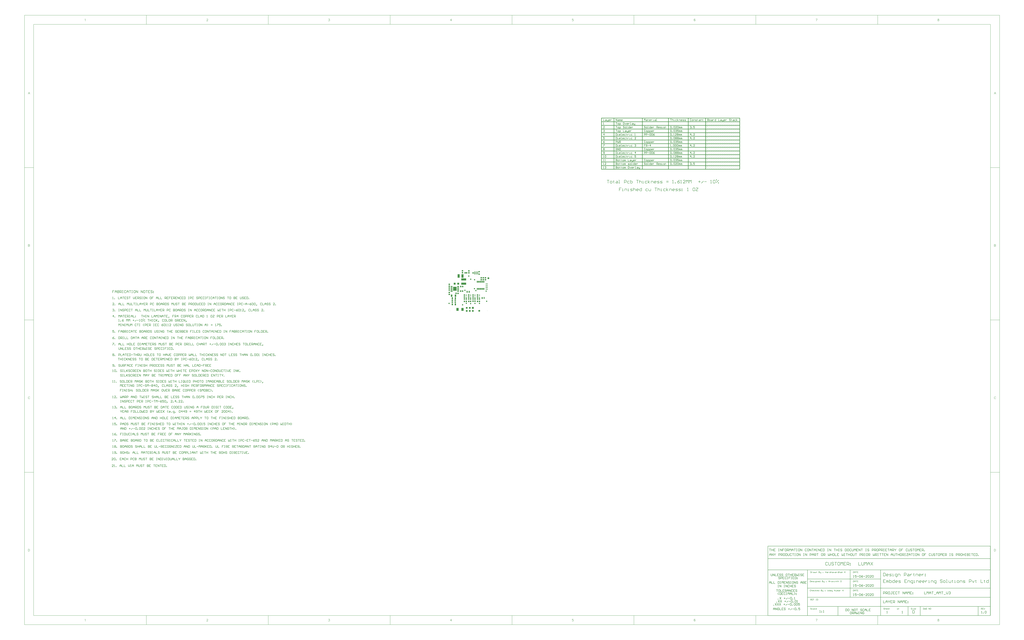
<source format=gbs>
G04 Layer_Color=16711935*
%FSLAX25Y25*%
%MOIN*%
G70*
G01*
G75*
%ADD21C,0.01500*%
%ADD26C,0.00100*%
%ADD27C,0.01000*%
%ADD28C,0.00500*%
%ADD29C,0.00700*%
%ADD66R,0.05128X0.07687*%
%ADD69R,0.04537X0.04340*%
%ADD70R,0.04340X0.04537*%
%ADD74C,0.05937*%
%ADD75C,0.04737*%
%ADD76R,0.05954X0.05954*%
%ADD77C,0.05954*%
%ADD78C,0.01200*%
%ADD79R,0.03109X0.06200*%
%ADD80R,0.03200X0.05900*%
%ADD81R,0.03200X0.06018*%
%ADD82R,0.03287X0.06000*%
%ADD83C,0.04100*%
%ADD84R,0.04658X0.04422*%
%ADD85O,0.04147X0.06706*%
%ADD86R,0.04147X0.06706*%
%ADD87R,0.04422X0.04658*%
%ADD88R,0.02372X0.01880*%
%ADD89O,0.02962X0.01584*%
%ADD90O,0.02372X0.01880*%
%ADD91C,0.03950*%
%ADD92R,0.06509X0.03556*%
%ADD93O,0.06509X0.03556*%
%ADD94R,0.11627X0.13005*%
%ADD95R,0.03041X0.03041*%
%ADD96O,0.02175X0.05915*%
%ADD97R,0.02175X0.05915*%
%ADD98R,0.16348X0.06506*%
%ADD99R,0.03750X0.02962*%
%ADD100R,0.06312X0.05918*%
%ADD101R,0.06899X0.11624*%
%ADD102R,0.07178X0.09383*%
D21*
X961130Y475550D02*
Y643550D01*
X849162Y619550D02*
X961130D01*
X849162Y607550D02*
X961130D01*
X849162Y595550D02*
X961130D01*
X849162Y583550D02*
X961130D01*
X849162Y571550D02*
X961130D01*
X849162Y559550D02*
X961130D01*
X849162Y547550D02*
X961130D01*
X849162Y535550D02*
X961130D01*
X849162Y523550D02*
X961130D01*
X849162Y511550D02*
X961130D01*
X849162Y499550D02*
X961130D01*
X849162Y487550D02*
X961130D01*
X849162Y475550D02*
X961130D01*
X849162D02*
Y643550D01*
X792176Y619550D02*
X849162D01*
X792176Y607550D02*
X849162D01*
X792176Y595550D02*
X849162D01*
X792176Y583550D02*
X849162D01*
X792176Y571550D02*
X849162D01*
X792176Y559550D02*
X849162D01*
X792176Y547550D02*
X849162D01*
X792176Y535550D02*
X849162D01*
X792176Y523550D02*
X849162D01*
X792176Y511550D02*
X849162D01*
X792176Y499550D02*
X849162D01*
X792176Y487550D02*
X849162D01*
X792176Y475550D02*
X849162D01*
X792176D02*
Y643550D01*
X727192Y619550D02*
X792176D01*
X727192Y607550D02*
X792176D01*
X727192Y595550D02*
X792176D01*
X727192Y583550D02*
X792176D01*
X727192Y571550D02*
X792176D01*
X727192Y559550D02*
X792176D01*
X727192Y547550D02*
X792176D01*
X727192Y535550D02*
X792176D01*
X727192Y523550D02*
X792176D01*
X727192Y511550D02*
X792176D01*
X727192Y499550D02*
X792176D01*
X727192Y487550D02*
X792176D01*
X727192Y475550D02*
X792176D01*
X727192D02*
Y643550D01*
X641216Y619550D02*
X727192D01*
X641216Y607550D02*
X727192D01*
X641216Y595550D02*
X727192D01*
X641216Y583550D02*
X727192D01*
X641216Y571550D02*
X727192D01*
X641216Y559550D02*
X727192D01*
X641216Y547550D02*
X727192D01*
X641216Y535550D02*
X727192D01*
X641216Y523550D02*
X727192D01*
X641216Y511550D02*
X727192D01*
X641216Y499550D02*
X727192D01*
X641216Y487550D02*
X727192D01*
X641216Y475550D02*
X727192D01*
X641216D02*
Y643550D01*
X548241Y619550D02*
X641216D01*
X548241Y607550D02*
X641216D01*
X548241Y595550D02*
X641216D01*
X548241Y583550D02*
X641216D01*
X548241Y571550D02*
X641216D01*
X548241Y559550D02*
X641216D01*
X548241Y547550D02*
X641216D01*
X548241Y535550D02*
X641216D01*
X548241Y523550D02*
X641216D01*
X548241Y511550D02*
X641216D01*
X548241Y499550D02*
X641216D01*
X548241Y487550D02*
X641216D01*
X548241Y475550D02*
X641216D01*
X548241D02*
Y643550D01*
X507250Y619550D02*
X548241D01*
X507250Y607550D02*
X548241D01*
X507250Y595550D02*
X548241D01*
X507250Y583550D02*
X548241D01*
X507250Y571550D02*
X548241D01*
X507250Y559550D02*
X548241D01*
X507250Y547550D02*
X548241D01*
X507250Y535550D02*
X548241D01*
X507250Y523550D02*
X548241D01*
X507250Y511550D02*
X548241D01*
X507250Y499550D02*
X548241D01*
X507250Y487550D02*
X548241D01*
X507250Y475550D02*
X548241D01*
X507250D02*
Y643550D01*
X961130D01*
X507250Y631550D02*
X961130D01*
D26*
X849162Y627582D02*
X853130Y631550D01*
X849162Y621582D02*
X859130Y631550D01*
X853130Y619550D02*
X865130Y631550D01*
X859130Y619550D02*
X871130Y631550D01*
X865130Y619550D02*
X877130Y631550D01*
X871130Y619550D02*
X883130Y631550D01*
X877130Y619550D02*
X889130Y631550D01*
X883130Y619550D02*
X895130Y631550D01*
X889130Y619550D02*
X901130Y631550D01*
X895130Y619550D02*
X907130Y631550D01*
X901130Y619550D02*
X913130Y631550D01*
X907130Y619550D02*
X919130Y631550D01*
X913130Y619550D02*
X925130Y631550D01*
X919130Y619550D02*
X931130Y631550D01*
X925130Y619550D02*
X937130Y631550D01*
X931130Y619550D02*
X943130Y631550D01*
X937130Y619550D02*
X949130Y631550D01*
X943130Y619550D02*
X955130Y631550D01*
X949130Y619550D02*
X961130Y631550D01*
X955130Y619550D02*
X961130Y625550D01*
X849162Y615582D02*
X853130Y619550D01*
X849162Y609582D02*
X859130Y619550D01*
X853130Y607550D02*
X865130Y619550D01*
X859130Y607550D02*
X871130Y619550D01*
X865130Y607550D02*
X877130Y619550D01*
X871130Y607550D02*
X883130Y619550D01*
X877130Y607550D02*
X889130Y619550D01*
X883130Y607550D02*
X895130Y619550D01*
X889130Y607550D02*
X901130Y619550D01*
X895130Y607550D02*
X907130Y619550D01*
X901130Y607550D02*
X913130Y619550D01*
X907130Y607550D02*
X919130Y619550D01*
X913130Y607550D02*
X925130Y619550D01*
X919130Y607550D02*
X931130Y619550D01*
X925130Y607550D02*
X937130Y619550D01*
X931130Y607550D02*
X943130Y619550D01*
X937130Y607550D02*
X949130Y619550D01*
X943130Y607550D02*
X955130Y619550D01*
X949130Y607550D02*
X961130Y619550D01*
X955130Y607550D02*
X961130Y613550D01*
X849162Y603582D02*
X853130Y607550D01*
X849162Y597582D02*
X859130Y607550D01*
X853130Y595550D02*
X865130Y607550D01*
X859130Y595550D02*
X871130Y607550D01*
X865130Y595550D02*
X877130Y607550D01*
X871130Y595550D02*
X883130Y607550D01*
X877130Y595550D02*
X889130Y607550D01*
X883130Y595550D02*
X895130Y607550D01*
X889130Y595550D02*
X901130Y607550D01*
X895130Y595550D02*
X907130Y607550D01*
X901130Y595550D02*
X913130Y607550D01*
X907130Y595550D02*
X919130Y607550D01*
X913130Y595550D02*
X925130Y607550D01*
X919130Y595550D02*
X931130Y607550D01*
X925130Y595550D02*
X937130Y607550D01*
X931130Y595550D02*
X943130Y607550D01*
X937130Y595550D02*
X949130Y607550D01*
X943130Y595550D02*
X955130Y607550D01*
X949130Y595550D02*
X961130Y607550D01*
X955130Y595550D02*
X961130Y601550D01*
X849162Y591582D02*
X853130Y595550D01*
X849162Y585582D02*
X859130Y595550D01*
X853130Y583550D02*
X865130Y595550D01*
X859130Y583550D02*
X871130Y595550D01*
X865130Y583550D02*
X877130Y595550D01*
X871130Y583550D02*
X883130Y595550D01*
X877130Y583550D02*
X889130Y595550D01*
X883130Y583550D02*
X895130Y595550D01*
X889130Y583550D02*
X901130Y595550D01*
X895130Y583550D02*
X907130Y595550D01*
X901130Y583550D02*
X913130Y595550D01*
X907130Y583550D02*
X919130Y595550D01*
X913130Y583550D02*
X925130Y595550D01*
X919130Y583550D02*
X931130Y595550D01*
X925130Y583550D02*
X937130Y595550D01*
X931130Y583550D02*
X943130Y595550D01*
X937130Y583550D02*
X949130Y595550D01*
X943130Y583550D02*
X955130Y595550D01*
X949130Y583550D02*
X961130Y595550D01*
X955130Y583550D02*
X961130Y589550D01*
X849162Y579582D02*
X853130Y583550D01*
X849162Y573582D02*
X859130Y583550D01*
X853130Y571550D02*
X865130Y583550D01*
X859130Y571550D02*
X871130Y583550D01*
X865130Y571550D02*
X877130Y583550D01*
X871130Y571550D02*
X883130Y583550D01*
X877130Y571550D02*
X889130Y583550D01*
X883130Y571550D02*
X895130Y583550D01*
X889130Y571550D02*
X901130Y583550D01*
X895130Y571550D02*
X907130Y583550D01*
X901130Y571550D02*
X913130Y583550D01*
X907130Y571550D02*
X919130Y583550D01*
X913130Y571550D02*
X925130Y583550D01*
X919130Y571550D02*
X931130Y583550D01*
X925130Y571550D02*
X937130Y583550D01*
X931130Y571550D02*
X943130Y583550D01*
X937130Y571550D02*
X949130Y583550D01*
X943130Y571550D02*
X955130Y583550D01*
X949130Y571550D02*
X961130Y583550D01*
X955130Y571550D02*
X961130Y577550D01*
X849162Y567582D02*
X853130Y571550D01*
X849162Y561582D02*
X859130Y571550D01*
X853130Y559550D02*
X865130Y571550D01*
X859130Y559550D02*
X871130Y571550D01*
X865130Y559550D02*
X877130Y571550D01*
X871130Y559550D02*
X883130Y571550D01*
X877130Y559550D02*
X889130Y571550D01*
X883130Y559550D02*
X895130Y571550D01*
X889130Y559550D02*
X901130Y571550D01*
X895130Y559550D02*
X907130Y571550D01*
X901130Y559550D02*
X913130Y571550D01*
X907130Y559550D02*
X919130Y571550D01*
X913130Y559550D02*
X925130Y571550D01*
X919130Y559550D02*
X931130Y571550D01*
X925130Y559550D02*
X937130Y571550D01*
X931130Y559550D02*
X943130Y571550D01*
X937130Y559550D02*
X949130Y571550D01*
X943130Y559550D02*
X955130Y571550D01*
X949130Y559550D02*
X961130Y571550D01*
X955130Y559550D02*
X961130Y565550D01*
X849162Y555582D02*
X853130Y559550D01*
X849162Y549582D02*
X859130Y559550D01*
X853130Y547550D02*
X865130Y559550D01*
X859130Y547550D02*
X871130Y559550D01*
X865130Y547550D02*
X877130Y559550D01*
X871130Y547550D02*
X883130Y559550D01*
X877130Y547550D02*
X889130Y559550D01*
X883130Y547550D02*
X895130Y559550D01*
X889130Y547550D02*
X901130Y559550D01*
X895130Y547550D02*
X907130Y559550D01*
X901130Y547550D02*
X913130Y559550D01*
X907130Y547550D02*
X919130Y559550D01*
X913130Y547550D02*
X925130Y559550D01*
X919130Y547550D02*
X931130Y559550D01*
X925130Y547550D02*
X937130Y559550D01*
X931130Y547550D02*
X943130Y559550D01*
X937130Y547550D02*
X949130Y559550D01*
X943130Y547550D02*
X955130Y559550D01*
X949130Y547550D02*
X961130Y559550D01*
X955130Y547550D02*
X961130Y553550D01*
X849162Y543582D02*
X853130Y547550D01*
X849162Y537582D02*
X859130Y547550D01*
X853130Y535550D02*
X865130Y547550D01*
X859130Y535550D02*
X871130Y547550D01*
X865130Y535550D02*
X877130Y547550D01*
X871130Y535550D02*
X883130Y547550D01*
X877130Y535550D02*
X889130Y547550D01*
X883130Y535550D02*
X895130Y547550D01*
X889130Y535550D02*
X901130Y547550D01*
X895130Y535550D02*
X907130Y547550D01*
X901130Y535550D02*
X913130Y547550D01*
X907130Y535550D02*
X919130Y547550D01*
X913130Y535550D02*
X925130Y547550D01*
X919130Y535550D02*
X931130Y547550D01*
X925130Y535550D02*
X937130Y547550D01*
X931130Y535550D02*
X943130Y547550D01*
X937130Y535550D02*
X949130Y547550D01*
X943130Y535550D02*
X955130Y547550D01*
X949130Y535550D02*
X961130Y547550D01*
X955130Y535550D02*
X961130Y541550D01*
X849162Y531582D02*
X853130Y535550D01*
X849162Y525582D02*
X859130Y535550D01*
X853130Y523550D02*
X865130Y535550D01*
X859130Y523550D02*
X871130Y535550D01*
X865130Y523550D02*
X877130Y535550D01*
X871130Y523550D02*
X883130Y535550D01*
X877130Y523550D02*
X889130Y535550D01*
X883130Y523550D02*
X895130Y535550D01*
X889130Y523550D02*
X901130Y535550D01*
X895130Y523550D02*
X907130Y535550D01*
X901130Y523550D02*
X913130Y535550D01*
X907130Y523550D02*
X919130Y535550D01*
X913130Y523550D02*
X925130Y535550D01*
X919130Y523550D02*
X931130Y535550D01*
X925130Y523550D02*
X937130Y535550D01*
X931130Y523550D02*
X943130Y535550D01*
X937130Y523550D02*
X949130Y535550D01*
X943130Y523550D02*
X955130Y535550D01*
X949130Y523550D02*
X961130Y535550D01*
X955130Y523550D02*
X961130Y529550D01*
X849162Y519582D02*
X853130Y523550D01*
X849162Y513582D02*
X859130Y523550D01*
X853130Y511550D02*
X865130Y523550D01*
X859130Y511550D02*
X871130Y523550D01*
X865130Y511550D02*
X877130Y523550D01*
X871130Y511550D02*
X883130Y523550D01*
X877130Y511550D02*
X889130Y523550D01*
X883130Y511550D02*
X895130Y523550D01*
X889130Y511550D02*
X901130Y523550D01*
X895130Y511550D02*
X907130Y523550D01*
X901130Y511550D02*
X913130Y523550D01*
X907130Y511550D02*
X919130Y523550D01*
X913130Y511550D02*
X925130Y523550D01*
X919130Y511550D02*
X931130Y523550D01*
X925130Y511550D02*
X937130Y523550D01*
X931130Y511550D02*
X943130Y523550D01*
X937130Y511550D02*
X949130Y523550D01*
X943130Y511550D02*
X955130Y523550D01*
X949130Y511550D02*
X961130Y523550D01*
X955130Y511550D02*
X961130Y517550D01*
X849162Y507582D02*
X853130Y511550D01*
X849162Y501582D02*
X859130Y511550D01*
X853130Y499550D02*
X865130Y511550D01*
X859130Y499550D02*
X871130Y511550D01*
X865130Y499550D02*
X877130Y511550D01*
X871130Y499550D02*
X883130Y511550D01*
X877130Y499550D02*
X889130Y511550D01*
X883130Y499550D02*
X895130Y511550D01*
X889130Y499550D02*
X901130Y511550D01*
X895130Y499550D02*
X907130Y511550D01*
X901130Y499550D02*
X913130Y511550D01*
X907130Y499550D02*
X919130Y511550D01*
X913130Y499550D02*
X925130Y511550D01*
X919130Y499550D02*
X931130Y511550D01*
X925130Y499550D02*
X937130Y511550D01*
X931130Y499550D02*
X943130Y511550D01*
X937130Y499550D02*
X949130Y511550D01*
X943130Y499550D02*
X955130Y511550D01*
X949130Y499550D02*
X961130Y511550D01*
X955130Y499550D02*
X961130Y505550D01*
X849162Y495582D02*
X853130Y499550D01*
X849162Y489582D02*
X859130Y499550D01*
X853130Y487550D02*
X865130Y499550D01*
X859130Y487550D02*
X871130Y499550D01*
X865130Y487550D02*
X877130Y499550D01*
X871130Y487550D02*
X883130Y499550D01*
X877130Y487550D02*
X889130Y499550D01*
X883130Y487550D02*
X895130Y499550D01*
X889130Y487550D02*
X901130Y499550D01*
X895130Y487550D02*
X907130Y499550D01*
X901130Y487550D02*
X913130Y499550D01*
X907130Y487550D02*
X919130Y499550D01*
X913130Y487550D02*
X925130Y499550D01*
X919130Y487550D02*
X931130Y499550D01*
X925130Y487550D02*
X937130Y499550D01*
X931130Y487550D02*
X943130Y499550D01*
X937130Y487550D02*
X949130Y499550D01*
X943130Y487550D02*
X955130Y499550D01*
X949130Y487550D02*
X961130Y499550D01*
X955130Y487550D02*
X961130Y493550D01*
X849162Y483582D02*
X853130Y487550D01*
X849162Y477582D02*
X859130Y487550D01*
X853130Y475550D02*
X865130Y487550D01*
X859130Y475550D02*
X871130Y487550D01*
X865130Y475550D02*
X877130Y487550D01*
X871130Y475550D02*
X883130Y487550D01*
X877130Y475550D02*
X889130Y487550D01*
X883130Y475550D02*
X895130Y487550D01*
X889130Y475550D02*
X901130Y487550D01*
X895130Y475550D02*
X907130Y487550D01*
X901130Y475550D02*
X913130Y487550D01*
X907130Y475550D02*
X919130Y487550D01*
X913130Y475550D02*
X925130Y487550D01*
X919130Y475550D02*
X931130Y487550D01*
X925130Y475550D02*
X937130Y487550D01*
X931130Y475550D02*
X943130Y487550D01*
X937130Y475550D02*
X949130Y487550D01*
X943130Y475550D02*
X955130Y487550D01*
X949130Y475550D02*
X961130Y487550D01*
X955130Y475550D02*
X961130Y481550D01*
D27*
X855162Y640548D02*
Y634550D01*
X858161D01*
X859161Y635550D01*
Y636549D01*
X858161Y637549D01*
X855162D01*
X858161D01*
X859161Y638549D01*
Y639548D01*
X858161Y640548D01*
X855162D01*
X862160Y634550D02*
X864159D01*
X865159Y635550D01*
Y637549D01*
X864159Y638549D01*
X862160D01*
X861160Y637549D01*
Y635550D01*
X862160Y634550D01*
X868158Y638549D02*
X870157D01*
X871157Y637549D01*
Y634550D01*
X868158D01*
X867158Y635550D01*
X868158Y636549D01*
X871157D01*
X873156Y638549D02*
Y634550D01*
Y636549D01*
X874156Y637549D01*
X875156Y638549D01*
X876155D01*
X883153Y640548D02*
Y634550D01*
X880154D01*
X879154Y635550D01*
Y637549D01*
X880154Y638549D01*
X883153D01*
X891150Y640548D02*
Y634550D01*
X895149D01*
X898148Y638549D02*
X900148D01*
X901147Y637549D01*
Y634550D01*
X898148D01*
X897149Y635550D01*
X898148Y636549D01*
X901147D01*
X903146Y638549D02*
Y635550D01*
X904146Y634550D01*
X907145D01*
Y633550D01*
X906145Y632551D01*
X905146D01*
X907145Y634550D02*
Y638549D01*
X912144Y634550D02*
X910144D01*
X909145Y635550D01*
Y637549D01*
X910144Y638549D01*
X912144D01*
X913143Y637549D01*
Y636549D01*
X909145D01*
X915143Y638549D02*
Y634550D01*
Y636549D01*
X916142Y637549D01*
X917142Y638549D01*
X918142D01*
X931137Y639548D02*
X930138Y640548D01*
X928138D01*
X927139Y639548D01*
Y638549D01*
X928138Y637549D01*
X930138D01*
X931137Y636549D01*
Y635550D01*
X930138Y634550D01*
X928138D01*
X927139Y635550D01*
X934136Y639548D02*
Y638549D01*
X933137D01*
X935136D01*
X934136D01*
Y635550D01*
X935136Y634550D01*
X939135Y638549D02*
X941134D01*
X942134Y637549D01*
Y634550D01*
X939135D01*
X938135Y635550D01*
X939135Y636549D01*
X942134D01*
X948132Y638549D02*
X945133D01*
X944133Y637549D01*
Y635550D01*
X945133Y634550D01*
X948132D01*
X950131D02*
Y640548D01*
Y636549D02*
X953130Y638549D01*
X950131Y636549D02*
X953130Y634550D01*
X798176Y615548D02*
X799176Y616548D01*
X801175D01*
X802175Y615548D01*
Y614549D01*
X801175Y613549D01*
X800175D01*
X801175D01*
X802175Y612549D01*
Y611550D01*
X801175Y610550D01*
X799176D01*
X798176Y611550D01*
X804174Y610550D02*
Y611550D01*
X805174D01*
Y610550D01*
X804174D01*
X813171Y616548D02*
X809172D01*
Y613549D01*
X811172Y614549D01*
X812171D01*
X813171Y613549D01*
Y611550D01*
X812171Y610550D01*
X810172D01*
X809172Y611550D01*
X801175Y586550D02*
Y592548D01*
X798176Y589549D01*
X802175D01*
X804174Y586550D02*
Y587550D01*
X805174D01*
Y586550D01*
X804174D01*
X813171D02*
X809172D01*
X813171Y590549D01*
Y591548D01*
X812171Y592548D01*
X810172D01*
X809172Y591548D01*
X801175Y574550D02*
Y580548D01*
X798176Y577549D01*
X802175D01*
X804174Y574550D02*
Y575550D01*
X805174D01*
Y574550D01*
X804174D01*
X813171D02*
X809172D01*
X813171Y578549D01*
Y579548D01*
X812171Y580548D01*
X810172D01*
X809172Y579548D01*
X801175Y550550D02*
Y556548D01*
X798176Y553549D01*
X802175D01*
X804174Y550550D02*
Y551550D01*
X805174D01*
Y550550D01*
X804174D01*
X813171D02*
X809172D01*
X813171Y554549D01*
Y555548D01*
X812171Y556548D01*
X810172D01*
X809172Y555548D01*
X801175Y526550D02*
Y532548D01*
X798176Y529549D01*
X802175D01*
X804174Y526550D02*
Y527550D01*
X805174D01*
Y526550D01*
X804174D01*
X813171D02*
X809172D01*
X813171Y530549D01*
Y531548D01*
X812171Y532548D01*
X810172D01*
X809172Y531548D01*
X801175Y514550D02*
Y520548D01*
X798176Y517549D01*
X802175D01*
X804174Y514550D02*
Y515550D01*
X805174D01*
Y514550D01*
X804174D01*
X813171D02*
X809172D01*
X813171Y518549D01*
Y519548D01*
X812171Y520548D01*
X810172D01*
X809172Y519548D01*
X798176Y495548D02*
X799176Y496548D01*
X801175D01*
X802175Y495548D01*
Y494549D01*
X801175Y493549D01*
X800175D01*
X801175D01*
X802175Y492549D01*
Y491550D01*
X801175Y490550D01*
X799176D01*
X798176Y491550D01*
X804174Y490550D02*
Y491550D01*
X805174D01*
Y490550D01*
X804174D01*
X813171Y496548D02*
X809172D01*
Y493549D01*
X811172Y494549D01*
X812171D01*
X813171Y493549D01*
Y491550D01*
X812171Y490550D01*
X810172D01*
X809172Y491550D01*
X802175Y639548D02*
X801175Y640548D01*
X799176D01*
X798176Y639548D01*
Y635550D01*
X799176Y634550D01*
X801175D01*
X802175Y635550D01*
X805174Y634550D02*
X807173D01*
X808173Y635550D01*
Y637549D01*
X807173Y638549D01*
X805174D01*
X804174Y637549D01*
Y635550D01*
X805174Y634550D01*
X810172D02*
Y638549D01*
X813171D01*
X814171Y637549D01*
Y634550D01*
X816170D02*
X819169D01*
X820169Y635550D01*
X819169Y636549D01*
X817170D01*
X816170Y637549D01*
X817170Y638549D01*
X820169D01*
X823168Y639548D02*
Y638549D01*
X822168D01*
X824168D01*
X823168D01*
Y635550D01*
X824168Y634550D01*
X828166Y638549D02*
X830166D01*
X831165Y637549D01*
Y634550D01*
X828166D01*
X827167Y635550D01*
X828166Y636549D01*
X831165D01*
X833165Y634550D02*
Y638549D01*
X836164D01*
X837163Y637549D01*
Y634550D01*
X840162Y639548D02*
Y638549D01*
X839163D01*
X841162D01*
X840162D01*
Y635550D01*
X841162Y634550D01*
X733192Y615548D02*
X734192Y616548D01*
X736192D01*
X737191Y615548D01*
Y611550D01*
X736192Y610550D01*
X734192D01*
X733192Y611550D01*
Y615548D01*
X739190Y610550D02*
Y611550D01*
X740190D01*
Y610550D01*
X739190D01*
X744189Y615548D02*
X745189Y616548D01*
X747188D01*
X748188Y615548D01*
Y611550D01*
X747188Y610550D01*
X745189D01*
X744189Y611550D01*
Y615548D01*
X754186Y610550D02*
X750187D01*
X754186Y614549D01*
Y615548D01*
X753186Y616548D01*
X751187D01*
X750187Y615548D01*
X756185D02*
X757185Y616548D01*
X759184D01*
X760184Y615548D01*
Y611550D01*
X759184Y610550D01*
X757185D01*
X756185Y611550D01*
Y615548D01*
X762183Y610550D02*
Y614549D01*
X763183D01*
X764182Y613549D01*
Y610550D01*
Y613549D01*
X765182Y614549D01*
X766182Y613549D01*
Y610550D01*
X768181D02*
Y614549D01*
X769181D01*
X770181Y613549D01*
Y610550D01*
Y613549D01*
X771180Y614549D01*
X772180Y613549D01*
Y610550D01*
X733192Y603548D02*
X734192Y604548D01*
X736192D01*
X737191Y603548D01*
Y599550D01*
X736192Y598550D01*
X734192D01*
X733192Y599550D01*
Y603548D01*
X739190Y598550D02*
Y599550D01*
X740190D01*
Y598550D01*
X739190D01*
X744189Y603548D02*
X745189Y604548D01*
X747188D01*
X748188Y603548D01*
Y599550D01*
X747188Y598550D01*
X745189D01*
X744189Y599550D01*
Y603548D01*
X750187D02*
X751187Y604548D01*
X753186D01*
X754186Y603548D01*
Y602549D01*
X753186Y601549D01*
X752186D01*
X753186D01*
X754186Y600549D01*
Y599550D01*
X753186Y598550D01*
X751187D01*
X750187Y599550D01*
X760184Y604548D02*
X756185D01*
Y601549D01*
X758184Y602549D01*
X759184D01*
X760184Y601549D01*
Y599550D01*
X759184Y598550D01*
X757185D01*
X756185Y599550D01*
X762183Y598550D02*
Y602549D01*
X763183D01*
X764182Y601549D01*
Y598550D01*
Y601549D01*
X765182Y602549D01*
X766182Y601549D01*
Y598550D01*
X768181D02*
Y602549D01*
X769181D01*
X770181Y601549D01*
Y598550D01*
Y601549D01*
X771180Y602549D01*
X772180Y601549D01*
Y598550D01*
X733192Y591548D02*
X734192Y592548D01*
X736192D01*
X737191Y591548D01*
Y587550D01*
X736192Y586550D01*
X734192D01*
X733192Y587550D01*
Y591548D01*
X739190Y586550D02*
Y587550D01*
X740190D01*
Y586550D01*
X739190D01*
X744189D02*
X746188D01*
X745189D01*
Y592548D01*
X744189Y591548D01*
X753186Y586550D02*
X749187D01*
X753186Y590549D01*
Y591548D01*
X752186Y592548D01*
X750187D01*
X749187Y591548D01*
X755185D02*
X756185Y592548D01*
X758184D01*
X759184Y591548D01*
Y590549D01*
X758184Y589549D01*
X759184Y588549D01*
Y587550D01*
X758184Y586550D01*
X756185D01*
X755185Y587550D01*
Y588549D01*
X756185Y589549D01*
X755185Y590549D01*
Y591548D01*
X756185Y589549D02*
X758184D01*
X761183Y586550D02*
Y590549D01*
X762183D01*
X763183Y589549D01*
Y586550D01*
Y589549D01*
X764182Y590549D01*
X765182Y589549D01*
Y586550D01*
X767181D02*
Y590549D01*
X768181D01*
X769181Y589549D01*
Y586550D01*
Y589549D01*
X770181Y590549D01*
X771180Y589549D01*
Y586550D01*
X733192Y579548D02*
X734192Y580548D01*
X736192D01*
X737191Y579548D01*
Y575550D01*
X736192Y574550D01*
X734192D01*
X733192Y575550D01*
Y579548D01*
X739190Y574550D02*
Y575550D01*
X740190D01*
Y574550D01*
X739190D01*
X744189Y579548D02*
X745189Y580548D01*
X747188D01*
X748188Y579548D01*
Y575550D01*
X747188Y574550D01*
X745189D01*
X744189Y575550D01*
Y579548D01*
X750187D02*
X751187Y580548D01*
X753186D01*
X754186Y579548D01*
Y578549D01*
X753186Y577549D01*
X754186Y576549D01*
Y575550D01*
X753186Y574550D01*
X751187D01*
X750187Y575550D01*
Y576549D01*
X751187Y577549D01*
X750187Y578549D01*
Y579548D01*
X751187Y577549D02*
X753186D01*
X756185Y579548D02*
X757185Y580548D01*
X759184D01*
X760184Y579548D01*
Y578549D01*
X759184Y577549D01*
X760184Y576549D01*
Y575550D01*
X759184Y574550D01*
X757185D01*
X756185Y575550D01*
Y576549D01*
X757185Y577549D01*
X756185Y578549D01*
Y579548D01*
X757185Y577549D02*
X759184D01*
X762183Y574550D02*
Y578549D01*
X763183D01*
X764182Y577549D01*
Y574550D01*
Y577549D01*
X765182Y578549D01*
X766182Y577549D01*
Y574550D01*
X768181D02*
Y578549D01*
X769181D01*
X770181Y577549D01*
Y574550D01*
Y577549D01*
X771180Y578549D01*
X772180Y577549D01*
Y574550D01*
X733192Y567548D02*
X734192Y568548D01*
X736192D01*
X737191Y567548D01*
Y563550D01*
X736192Y562550D01*
X734192D01*
X733192Y563550D01*
Y567548D01*
X739190Y562550D02*
Y563550D01*
X740190D01*
Y562550D01*
X739190D01*
X744189Y567548D02*
X745189Y568548D01*
X747188D01*
X748188Y567548D01*
Y563550D01*
X747188Y562550D01*
X745189D01*
X744189Y563550D01*
Y567548D01*
X750187D02*
X751187Y568548D01*
X753186D01*
X754186Y567548D01*
Y566549D01*
X753186Y565549D01*
X752186D01*
X753186D01*
X754186Y564549D01*
Y563550D01*
X753186Y562550D01*
X751187D01*
X750187Y563550D01*
X760184Y568548D02*
X756185D01*
Y565549D01*
X758184Y566549D01*
X759184D01*
X760184Y565549D01*
Y563550D01*
X759184Y562550D01*
X757185D01*
X756185Y563550D01*
X762183Y562550D02*
Y566549D01*
X763183D01*
X764182Y565549D01*
Y562550D01*
Y565549D01*
X765182Y566549D01*
X766182Y565549D01*
Y562550D01*
X768181D02*
Y566549D01*
X769181D01*
X770181Y565549D01*
Y562550D01*
Y565549D01*
X771180Y566549D01*
X772180Y565549D01*
Y562550D01*
X733192Y550550D02*
X735192D01*
X734192D01*
Y556548D01*
X733192Y555548D01*
X738191Y550550D02*
Y551550D01*
X739190D01*
Y550550D01*
X738191D01*
X743189Y555548D02*
X744189Y556548D01*
X746188D01*
X747188Y555548D01*
Y551550D01*
X746188Y550550D01*
X744189D01*
X743189Y551550D01*
Y555548D01*
X749187D02*
X750187Y556548D01*
X752186D01*
X753186Y555548D01*
Y551550D01*
X752186Y550550D01*
X750187D01*
X749187Y551550D01*
Y555548D01*
X755185D02*
X756185Y556548D01*
X758184D01*
X759184Y555548D01*
Y551550D01*
X758184Y550550D01*
X756185D01*
X755185Y551550D01*
Y555548D01*
X761183Y550550D02*
Y554549D01*
X762183D01*
X763183Y553549D01*
Y550550D01*
Y553549D01*
X764182Y554549D01*
X765182Y553549D01*
Y550550D01*
X767181D02*
Y554549D01*
X768181D01*
X769181Y553549D01*
Y550550D01*
Y553549D01*
X770181Y554549D01*
X771180Y553549D01*
Y550550D01*
X733192Y543548D02*
X734192Y544548D01*
X736192D01*
X737191Y543548D01*
Y539550D01*
X736192Y538550D01*
X734192D01*
X733192Y539550D01*
Y543548D01*
X739190Y538550D02*
Y539550D01*
X740190D01*
Y538550D01*
X739190D01*
X744189Y543548D02*
X745189Y544548D01*
X747188D01*
X748188Y543548D01*
Y539550D01*
X747188Y538550D01*
X745189D01*
X744189Y539550D01*
Y543548D01*
X750187D02*
X751187Y544548D01*
X753186D01*
X754186Y543548D01*
Y542549D01*
X753186Y541549D01*
X752186D01*
X753186D01*
X754186Y540549D01*
Y539550D01*
X753186Y538550D01*
X751187D01*
X750187Y539550D01*
X760184Y544548D02*
X756185D01*
Y541549D01*
X758184Y542549D01*
X759184D01*
X760184Y541549D01*
Y539550D01*
X759184Y538550D01*
X757185D01*
X756185Y539550D01*
X762183Y538550D02*
Y542549D01*
X763183D01*
X764182Y541549D01*
Y538550D01*
Y541549D01*
X765182Y542549D01*
X766182Y541549D01*
Y538550D01*
X768181D02*
Y542549D01*
X769181D01*
X770181Y541549D01*
Y538550D01*
Y541549D01*
X771180Y542549D01*
X772180Y541549D01*
Y538550D01*
X733192Y531548D02*
X734192Y532548D01*
X736192D01*
X737191Y531548D01*
Y527550D01*
X736192Y526550D01*
X734192D01*
X733192Y527550D01*
Y531548D01*
X739190Y526550D02*
Y527550D01*
X740190D01*
Y526550D01*
X739190D01*
X744189Y531548D02*
X745189Y532548D01*
X747188D01*
X748188Y531548D01*
Y527550D01*
X747188Y526550D01*
X745189D01*
X744189Y527550D01*
Y531548D01*
X750187D02*
X751187Y532548D01*
X753186D01*
X754186Y531548D01*
Y530549D01*
X753186Y529549D01*
X754186Y528549D01*
Y527550D01*
X753186Y526550D01*
X751187D01*
X750187Y527550D01*
Y528549D01*
X751187Y529549D01*
X750187Y530549D01*
Y531548D01*
X751187Y529549D02*
X753186D01*
X756185Y531548D02*
X757185Y532548D01*
X759184D01*
X760184Y531548D01*
Y530549D01*
X759184Y529549D01*
X760184Y528549D01*
Y527550D01*
X759184Y526550D01*
X757185D01*
X756185Y527550D01*
Y528549D01*
X757185Y529549D01*
X756185Y530549D01*
Y531548D01*
X757185Y529549D02*
X759184D01*
X762183Y526550D02*
Y530549D01*
X763183D01*
X764182Y529549D01*
Y526550D01*
Y529549D01*
X765182Y530549D01*
X766182Y529549D01*
Y526550D01*
X768181D02*
Y530549D01*
X769181D01*
X770181Y529549D01*
Y526550D01*
Y529549D01*
X771180Y530549D01*
X772180Y529549D01*
Y526550D01*
X733192Y519548D02*
X734192Y520548D01*
X736192D01*
X737191Y519548D01*
Y515550D01*
X736192Y514550D01*
X734192D01*
X733192Y515550D01*
Y519548D01*
X739190Y514550D02*
Y515550D01*
X740190D01*
Y514550D01*
X739190D01*
X744189D02*
X746188D01*
X745189D01*
Y520548D01*
X744189Y519548D01*
X753186Y514550D02*
X749187D01*
X753186Y518549D01*
Y519548D01*
X752186Y520548D01*
X750187D01*
X749187Y519548D01*
X755185D02*
X756185Y520548D01*
X758184D01*
X759184Y519548D01*
Y518549D01*
X758184Y517549D01*
X759184Y516549D01*
Y515550D01*
X758184Y514550D01*
X756185D01*
X755185Y515550D01*
Y516549D01*
X756185Y517549D01*
X755185Y518549D01*
Y519548D01*
X756185Y517549D02*
X758184D01*
X761183Y514550D02*
Y518549D01*
X762183D01*
X763183Y517549D01*
Y514550D01*
Y517549D01*
X764182Y518549D01*
X765182Y517549D01*
Y514550D01*
X767181D02*
Y518549D01*
X768181D01*
X769181Y517549D01*
Y514550D01*
Y517549D01*
X770181Y518549D01*
X771180Y517549D01*
Y514550D01*
X733192Y507548D02*
X734192Y508548D01*
X736192D01*
X737191Y507548D01*
Y503550D01*
X736192Y502550D01*
X734192D01*
X733192Y503550D01*
Y507548D01*
X739190Y502550D02*
Y503550D01*
X740190D01*
Y502550D01*
X739190D01*
X744189Y507548D02*
X745189Y508548D01*
X747188D01*
X748188Y507548D01*
Y503550D01*
X747188Y502550D01*
X745189D01*
X744189Y503550D01*
Y507548D01*
X750187D02*
X751187Y508548D01*
X753186D01*
X754186Y507548D01*
Y506549D01*
X753186Y505549D01*
X752186D01*
X753186D01*
X754186Y504549D01*
Y503550D01*
X753186Y502550D01*
X751187D01*
X750187Y503550D01*
X760184Y508548D02*
X756185D01*
Y505549D01*
X758184Y506549D01*
X759184D01*
X760184Y505549D01*
Y503550D01*
X759184Y502550D01*
X757185D01*
X756185Y503550D01*
X762183Y502550D02*
Y506549D01*
X763183D01*
X764182Y505549D01*
Y502550D01*
Y505549D01*
X765182Y506549D01*
X766182Y505549D01*
Y502550D01*
X768181D02*
Y506549D01*
X769181D01*
X770181Y505549D01*
Y502550D01*
Y505549D01*
X771180Y506549D01*
X772180Y505549D01*
Y502550D01*
X733192Y495548D02*
X734192Y496548D01*
X736192D01*
X737191Y495548D01*
Y491550D01*
X736192Y490550D01*
X734192D01*
X733192Y491550D01*
Y495548D01*
X739190Y490550D02*
Y491550D01*
X740190D01*
Y490550D01*
X739190D01*
X744189Y495548D02*
X745189Y496548D01*
X747188D01*
X748188Y495548D01*
Y491550D01*
X747188Y490550D01*
X745189D01*
X744189Y491550D01*
Y495548D01*
X754186Y490550D02*
X750187D01*
X754186Y494549D01*
Y495548D01*
X753186Y496548D01*
X751187D01*
X750187Y495548D01*
X756185D02*
X757185Y496548D01*
X759184D01*
X760184Y495548D01*
Y491550D01*
X759184Y490550D01*
X757185D01*
X756185Y491550D01*
Y495548D01*
X762183Y490550D02*
Y494549D01*
X763183D01*
X764182Y493549D01*
Y490550D01*
Y493549D01*
X765182Y494549D01*
X766182Y493549D01*
Y490550D01*
X768181D02*
Y494549D01*
X769181D01*
X770181Y493549D01*
Y490550D01*
Y493549D01*
X771180Y494549D01*
X772180Y493549D01*
Y490550D01*
X733192Y640548D02*
X737191D01*
X735192D01*
Y634550D01*
X739190Y640548D02*
Y634550D01*
Y637549D01*
X740190Y638549D01*
X742190D01*
X743189Y637549D01*
Y634550D01*
X745189D02*
X747188D01*
X746188D01*
Y638549D01*
X745189D01*
X754186D02*
X751187D01*
X750187Y637549D01*
Y635550D01*
X751187Y634550D01*
X754186D01*
X756185D02*
Y640548D01*
Y636549D02*
X759184Y638549D01*
X756185Y636549D02*
X759184Y634550D01*
X762183D02*
Y638549D01*
X765182D01*
X766182Y637549D01*
Y634550D01*
X771180D02*
X769181D01*
X768181Y635550D01*
Y637549D01*
X769181Y638549D01*
X771180D01*
X772180Y637549D01*
Y636549D01*
X768181D01*
X774179Y634550D02*
X777178D01*
X778178Y635550D01*
X777178Y636549D01*
X775179D01*
X774179Y637549D01*
X775179Y638549D01*
X778178D01*
X780177Y634550D02*
X783176D01*
X784176Y635550D01*
X783176Y636549D01*
X781177D01*
X780177Y637549D01*
X781177Y638549D01*
X784176D01*
X651214Y615548D02*
X650215Y616548D01*
X648215D01*
X647216Y615548D01*
Y614549D01*
X648215Y613549D01*
X650215D01*
X651214Y612549D01*
Y611550D01*
X650215Y610550D01*
X648215D01*
X647216Y611550D01*
X654213Y610550D02*
X656213D01*
X657212Y611550D01*
Y613549D01*
X656213Y614549D01*
X654213D01*
X653214Y613549D01*
Y611550D01*
X654213Y610550D01*
X659212D02*
X661211D01*
X660212D01*
Y616548D01*
X659212D01*
X668209D02*
Y610550D01*
X665210D01*
X664210Y611550D01*
Y613549D01*
X665210Y614549D01*
X668209D01*
X673207Y610550D02*
X671208D01*
X670208Y611550D01*
Y613549D01*
X671208Y614549D01*
X673207D01*
X674207Y613549D01*
Y612549D01*
X670208D01*
X676206Y614549D02*
Y610550D01*
Y612549D01*
X677206Y613549D01*
X678206Y614549D01*
X679205D01*
X688202Y610550D02*
Y616548D01*
X691201D01*
X692201Y615548D01*
Y613549D01*
X691201Y612549D01*
X688202D01*
X690202D02*
X692201Y610550D01*
X697199D02*
X695200D01*
X694201Y611550D01*
Y613549D01*
X695200Y614549D01*
X697199D01*
X698199Y613549D01*
Y612549D01*
X694201D01*
X700199Y610550D02*
X703198D01*
X704197Y611550D01*
X703198Y612549D01*
X701198D01*
X700199Y613549D01*
X701198Y614549D01*
X704197D01*
X706197Y610550D02*
X708196D01*
X707196D01*
Y614549D01*
X706197D01*
X711195Y610550D02*
X714194D01*
X715194Y611550D01*
X714194Y612549D01*
X712195D01*
X711195Y613549D01*
X712195Y614549D01*
X715194D01*
X718193Y615548D02*
Y614549D01*
X717193D01*
X719192D01*
X718193D01*
Y611550D01*
X719192Y610550D01*
X651214Y603548D02*
X650215Y604548D01*
X648215D01*
X647216Y603548D01*
Y599550D01*
X648215Y598550D01*
X650215D01*
X651214Y599550D01*
X654213Y598550D02*
X656213D01*
X657212Y599550D01*
Y601549D01*
X656213Y602549D01*
X654213D01*
X653214Y601549D01*
Y599550D01*
X654213Y598550D01*
X659212Y596551D02*
Y602549D01*
X662211D01*
X663210Y601549D01*
Y599550D01*
X662211Y598550D01*
X659212D01*
X665210Y596551D02*
Y602549D01*
X668209D01*
X669209Y601549D01*
Y599550D01*
X668209Y598550D01*
X665210D01*
X674207D02*
X672208D01*
X671208Y599550D01*
Y601549D01*
X672208Y602549D01*
X674207D01*
X675207Y601549D01*
Y600549D01*
X671208D01*
X677206Y602549D02*
Y598550D01*
Y600549D01*
X678206Y601549D01*
X679205Y602549D01*
X680205D01*
X647216Y586550D02*
Y592548D01*
X650215D01*
X651214Y591548D01*
Y589549D01*
X650215Y588549D01*
X647216D01*
X653214Y586550D02*
Y592548D01*
X656213D01*
X657212Y591548D01*
Y589549D01*
X656213Y588549D01*
X653214D01*
X659212Y589549D02*
X663210D01*
X665210Y591548D02*
X666210Y592548D01*
X668209D01*
X669209Y591548D01*
Y587550D01*
X668209Y586550D01*
X666210D01*
X665210Y587550D01*
Y591548D01*
X671208D02*
X672208Y592548D01*
X674207D01*
X675207Y591548D01*
Y587550D01*
X674207Y586550D01*
X672208D01*
X671208Y587550D01*
Y591548D01*
X681205Y592548D02*
X679205Y591548D01*
X677206Y589549D01*
Y587550D01*
X678206Y586550D01*
X680205D01*
X681205Y587550D01*
Y588549D01*
X680205Y589549D01*
X677206D01*
X651214Y567548D02*
X650215Y568548D01*
X648215D01*
X647216Y567548D01*
Y563550D01*
X648215Y562550D01*
X650215D01*
X651214Y563550D01*
X654213Y562550D02*
X656213D01*
X657212Y563550D01*
Y565549D01*
X656213Y566549D01*
X654213D01*
X653214Y565549D01*
Y563550D01*
X654213Y562550D01*
X659212Y560551D02*
Y566549D01*
X662211D01*
X663210Y565549D01*
Y563550D01*
X662211Y562550D01*
X659212D01*
X665210Y560551D02*
Y566549D01*
X668209D01*
X669209Y565549D01*
Y563550D01*
X668209Y562550D01*
X665210D01*
X674207D02*
X672208D01*
X671208Y563550D01*
Y565549D01*
X672208Y566549D01*
X674207D01*
X675207Y565549D01*
Y564549D01*
X671208D01*
X677206Y566549D02*
Y562550D01*
Y564549D01*
X678206Y565549D01*
X679205Y566549D01*
X680205D01*
X651214Y556548D02*
X647216D01*
Y553549D01*
X649215D01*
X647216D01*
Y550550D01*
X653214D02*
Y556548D01*
X656213D01*
X657212Y555548D01*
Y553549D01*
X656213Y552549D01*
X653214D01*
X655213D02*
X657212Y550550D01*
X659212Y553549D02*
X663210D01*
X668209Y550550D02*
Y556548D01*
X665210Y553549D01*
X669209D01*
X651214Y543548D02*
X650215Y544548D01*
X648215D01*
X647216Y543548D01*
Y539550D01*
X648215Y538550D01*
X650215D01*
X651214Y539550D01*
X654213Y538550D02*
X656213D01*
X657212Y539550D01*
Y541549D01*
X656213Y542549D01*
X654213D01*
X653214Y541549D01*
Y539550D01*
X654213Y538550D01*
X659212Y536551D02*
Y542549D01*
X662211D01*
X663210Y541549D01*
Y539550D01*
X662211Y538550D01*
X659212D01*
X665210Y536551D02*
Y542549D01*
X668209D01*
X669209Y541549D01*
Y539550D01*
X668209Y538550D01*
X665210D01*
X674207D02*
X672208D01*
X671208Y539550D01*
Y541549D01*
X672208Y542549D01*
X674207D01*
X675207Y541549D01*
Y540549D01*
X671208D01*
X677206Y542549D02*
Y538550D01*
Y540549D01*
X678206Y541549D01*
X679205Y542549D01*
X680205D01*
X647216Y526550D02*
Y532548D01*
X650215D01*
X651214Y531548D01*
Y529549D01*
X650215Y528549D01*
X647216D01*
X653214Y526550D02*
Y532548D01*
X656213D01*
X657212Y531548D01*
Y529549D01*
X656213Y528549D01*
X653214D01*
X659212Y529549D02*
X663210D01*
X665210Y531548D02*
X666210Y532548D01*
X668209D01*
X669209Y531548D01*
Y527550D01*
X668209Y526550D01*
X666210D01*
X665210Y527550D01*
Y531548D01*
X671208D02*
X672208Y532548D01*
X674207D01*
X675207Y531548D01*
Y527550D01*
X674207Y526550D01*
X672208D01*
X671208Y527550D01*
Y531548D01*
X681205Y532548D02*
X679205Y531548D01*
X677206Y529549D01*
Y527550D01*
X678206Y526550D01*
X680205D01*
X681205Y527550D01*
Y528549D01*
X680205Y529549D01*
X677206D01*
X651214Y507548D02*
X650215Y508548D01*
X648215D01*
X647216Y507548D01*
Y503550D01*
X648215Y502550D01*
X650215D01*
X651214Y503550D01*
X654213Y502550D02*
X656213D01*
X657212Y503550D01*
Y505549D01*
X656213Y506549D01*
X654213D01*
X653214Y505549D01*
Y503550D01*
X654213Y502550D01*
X659212Y500551D02*
Y506549D01*
X662211D01*
X663210Y505549D01*
Y503550D01*
X662211Y502550D01*
X659212D01*
X665210Y500551D02*
Y506549D01*
X668209D01*
X669209Y505549D01*
Y503550D01*
X668209Y502550D01*
X665210D01*
X674207D02*
X672208D01*
X671208Y503550D01*
Y505549D01*
X672208Y506549D01*
X674207D01*
X675207Y505549D01*
Y504549D01*
X671208D01*
X677206Y506549D02*
Y502550D01*
Y504549D01*
X678206Y505549D01*
X679205Y506549D01*
X680205D01*
X651214Y495548D02*
X650215Y496548D01*
X648215D01*
X647216Y495548D01*
Y494549D01*
X648215Y493549D01*
X650215D01*
X651214Y492549D01*
Y491550D01*
X650215Y490550D01*
X648215D01*
X647216Y491550D01*
X654213Y490550D02*
X656213D01*
X657212Y491550D01*
Y493549D01*
X656213Y494549D01*
X654213D01*
X653214Y493549D01*
Y491550D01*
X654213Y490550D01*
X659212D02*
X661211D01*
X660212D01*
Y496548D01*
X659212D01*
X668209D02*
Y490550D01*
X665210D01*
X664210Y491550D01*
Y493549D01*
X665210Y494549D01*
X668209D01*
X673207Y490550D02*
X671208D01*
X670208Y491550D01*
Y493549D01*
X671208Y494549D01*
X673207D01*
X674207Y493549D01*
Y492549D01*
X670208D01*
X676206Y494549D02*
Y490550D01*
Y492549D01*
X677206Y493549D01*
X678206Y494549D01*
X679205D01*
X688202Y490550D02*
Y496548D01*
X691201D01*
X692201Y495548D01*
Y493549D01*
X691201Y492549D01*
X688202D01*
X690202D02*
X692201Y490550D01*
X697199D02*
X695200D01*
X694201Y491550D01*
Y493549D01*
X695200Y494549D01*
X697199D01*
X698199Y493549D01*
Y492549D01*
X694201D01*
X700199Y490550D02*
X703198D01*
X704197Y491550D01*
X703198Y492549D01*
X701198D01*
X700199Y493549D01*
X701198Y494549D01*
X704197D01*
X706197Y490550D02*
X708196D01*
X707196D01*
Y494549D01*
X706197D01*
X711195Y490550D02*
X714194D01*
X715194Y491550D01*
X714194Y492549D01*
X712195D01*
X711195Y493549D01*
X712195Y494549D01*
X715194D01*
X718193Y495548D02*
Y494549D01*
X717193D01*
X719192D01*
X718193D01*
Y491550D01*
X719192Y490550D01*
X647216Y634550D02*
Y640548D01*
X649215Y638549D01*
X651214Y640548D01*
Y634550D01*
X654213Y638549D02*
X656213D01*
X657212Y637549D01*
Y634550D01*
X654213D01*
X653214Y635550D01*
X654213Y636549D01*
X657212D01*
X660212Y639548D02*
Y638549D01*
X659212D01*
X661211D01*
X660212D01*
Y635550D01*
X661211Y634550D01*
X667209D02*
X665210D01*
X664210Y635550D01*
Y637549D01*
X665210Y638549D01*
X667209D01*
X668209Y637549D01*
Y636549D01*
X664210D01*
X670208Y638549D02*
Y634550D01*
Y636549D01*
X671208Y637549D01*
X672208Y638549D01*
X673207D01*
X676206Y634550D02*
X678206D01*
X677206D01*
Y638549D01*
X676206D01*
X682204D02*
X684204D01*
X685203Y637549D01*
Y634550D01*
X682204D01*
X681205Y635550D01*
X682204Y636549D01*
X685203D01*
X687203Y634550D02*
X689202D01*
X688202D01*
Y640548D01*
X687203D01*
X554241Y628548D02*
X558240D01*
X556241D01*
Y622550D01*
X561239D02*
X563238D01*
X564238Y623550D01*
Y625549D01*
X563238Y626549D01*
X561239D01*
X560239Y625549D01*
Y623550D01*
X561239Y622550D01*
X566237Y620551D02*
Y626549D01*
X569236D01*
X570236Y625549D01*
Y623550D01*
X569236Y622550D01*
X566237D01*
X581233Y628548D02*
X579233D01*
X578233Y627548D01*
Y623550D01*
X579233Y622550D01*
X581233D01*
X582232Y623550D01*
Y627548D01*
X581233Y628548D01*
X584232Y626549D02*
X586231Y622550D01*
X588230Y626549D01*
X593229Y622550D02*
X591229D01*
X590230Y623550D01*
Y625549D01*
X591229Y626549D01*
X593229D01*
X594228Y625549D01*
Y624549D01*
X590230D01*
X596228Y626549D02*
Y622550D01*
Y624549D01*
X597227Y625549D01*
X598227Y626549D01*
X599227D01*
X602226Y622550D02*
X604225D01*
X603225D01*
Y628548D01*
X602226D01*
X608224Y626549D02*
X610223D01*
X611223Y625549D01*
Y622550D01*
X608224D01*
X607224Y623550D01*
X608224Y624549D01*
X611223D01*
X613222Y626549D02*
Y623550D01*
X614222Y622550D01*
X617221D01*
Y621550D01*
X616221Y620551D01*
X615222D01*
X617221Y622550D02*
Y626549D01*
X554241Y616548D02*
X558240D01*
X556241D01*
Y610550D01*
X561239D02*
X563238D01*
X564238Y611550D01*
Y613549D01*
X563238Y614549D01*
X561239D01*
X560239Y613549D01*
Y611550D01*
X561239Y610550D01*
X566237Y608551D02*
Y614549D01*
X569236D01*
X570236Y613549D01*
Y611550D01*
X569236Y610550D01*
X566237D01*
X582232Y615548D02*
X581233Y616548D01*
X579233D01*
X578233Y615548D01*
Y614549D01*
X579233Y613549D01*
X581233D01*
X582232Y612549D01*
Y611550D01*
X581233Y610550D01*
X579233D01*
X578233Y611550D01*
X585231Y610550D02*
X587231D01*
X588230Y611550D01*
Y613549D01*
X587231Y614549D01*
X585231D01*
X584232Y613549D01*
Y611550D01*
X585231Y610550D01*
X590230D02*
X592229D01*
X591229D01*
Y616548D01*
X590230D01*
X599227D02*
Y610550D01*
X596228D01*
X595228Y611550D01*
Y613549D01*
X596228Y614549D01*
X599227D01*
X604225Y610550D02*
X602226D01*
X601226Y611550D01*
Y613549D01*
X602226Y614549D01*
X604225D01*
X605225Y613549D01*
Y612549D01*
X601226D01*
X607224Y614549D02*
Y610550D01*
Y612549D01*
X608224Y613549D01*
X609224Y614549D01*
X610223D01*
X554241Y604548D02*
X558240D01*
X556241D01*
Y598550D01*
X561239D02*
X563238D01*
X564238Y599550D01*
Y601549D01*
X563238Y602549D01*
X561239D01*
X560239Y601549D01*
Y599550D01*
X561239Y598550D01*
X566237Y596551D02*
Y602549D01*
X569236D01*
X570236Y601549D01*
Y599550D01*
X569236Y598550D01*
X566237D01*
X578233Y604548D02*
Y598550D01*
X582232D01*
X585231Y602549D02*
X587231D01*
X588230Y601549D01*
Y598550D01*
X585231D01*
X584232Y599550D01*
X585231Y600549D01*
X588230D01*
X590230Y602549D02*
Y599550D01*
X591229Y598550D01*
X594228D01*
Y597550D01*
X593229Y596551D01*
X592229D01*
X594228Y598550D02*
Y602549D01*
X599227Y598550D02*
X597227D01*
X596228Y599550D01*
Y601549D01*
X597227Y602549D01*
X599227D01*
X600226Y601549D01*
Y600549D01*
X596228D01*
X602226Y602549D02*
Y598550D01*
Y600549D01*
X603225Y601549D01*
X604225Y602549D01*
X605225D01*
X554241Y592548D02*
Y586550D01*
X557240D01*
X558240Y587550D01*
Y591548D01*
X557240Y592548D01*
X554241D01*
X560239Y586550D02*
X562239D01*
X561239D01*
Y590549D01*
X560239D01*
X568237Y586550D02*
X566237D01*
X565238Y587550D01*
Y589549D01*
X566237Y590549D01*
X568237D01*
X569236Y589549D01*
Y588549D01*
X565238D01*
X571236Y586550D02*
X573235D01*
X572235D01*
Y592548D01*
X571236D01*
X579233Y586550D02*
X577234D01*
X576234Y587550D01*
Y589549D01*
X577234Y590549D01*
X579233D01*
X580233Y589549D01*
Y588549D01*
X576234D01*
X586231Y590549D02*
X583232D01*
X582232Y589549D01*
Y587550D01*
X583232Y586550D01*
X586231D01*
X589230Y591548D02*
Y590549D01*
X588230D01*
X590230D01*
X589230D01*
Y587550D01*
X590230Y586550D01*
X593229Y590549D02*
Y586550D01*
Y588549D01*
X594228Y589549D01*
X595228Y590549D01*
X596228D01*
X599227Y586550D02*
X601226D01*
X600226D01*
Y590549D01*
X599227D01*
X608224D02*
X605225D01*
X604225Y589549D01*
Y587550D01*
X605225Y586550D01*
X608224D01*
X616221D02*
X618221D01*
X617221D01*
Y592548D01*
X616221Y591548D01*
X554241Y580548D02*
Y574550D01*
X557240D01*
X558240Y575550D01*
Y579548D01*
X557240Y580548D01*
X554241D01*
X560239Y574550D02*
X562239D01*
X561239D01*
Y578549D01*
X560239D01*
X568237Y574550D02*
X566237D01*
X565238Y575550D01*
Y577549D01*
X566237Y578549D01*
X568237D01*
X569236Y577549D01*
Y576549D01*
X565238D01*
X571236Y574550D02*
X573235D01*
X572235D01*
Y580548D01*
X571236D01*
X579233Y574550D02*
X577234D01*
X576234Y575550D01*
Y577549D01*
X577234Y578549D01*
X579233D01*
X580233Y577549D01*
Y576549D01*
X576234D01*
X586231Y578549D02*
X583232D01*
X582232Y577549D01*
Y575550D01*
X583232Y574550D01*
X586231D01*
X589230Y579548D02*
Y578549D01*
X588230D01*
X590230D01*
X589230D01*
Y575550D01*
X590230Y574550D01*
X593229Y578549D02*
Y574550D01*
Y576549D01*
X594228Y577549D01*
X595228Y578549D01*
X596228D01*
X599227Y574550D02*
X601226D01*
X600226D01*
Y578549D01*
X599227D01*
X608224D02*
X605225D01*
X604225Y577549D01*
Y575550D01*
X605225Y574550D01*
X608224D01*
X620220D02*
X616221D01*
X620220Y578549D01*
Y579548D01*
X619220Y580548D01*
X617221D01*
X616221Y579548D01*
X554241Y562550D02*
Y568548D01*
X557240D01*
X558240Y567548D01*
Y565549D01*
X557240Y564549D01*
X554241D01*
X560239Y568548D02*
Y562550D01*
X562239Y564549D01*
X564238Y562550D01*
Y568548D01*
X566237Y562550D02*
Y568548D01*
X569236D01*
X570236Y567548D01*
Y565549D01*
X569236Y564549D01*
X566237D01*
X568237D02*
X570236Y562550D01*
X554241Y556548D02*
Y550550D01*
X557240D01*
X558240Y551550D01*
Y555548D01*
X557240Y556548D01*
X554241D01*
X560239Y550550D02*
X562239D01*
X561239D01*
Y554549D01*
X560239D01*
X568237Y550550D02*
X566237D01*
X565238Y551550D01*
Y553549D01*
X566237Y554549D01*
X568237D01*
X569236Y553549D01*
Y552549D01*
X565238D01*
X571236Y550550D02*
X573235D01*
X572235D01*
Y556548D01*
X571236D01*
X579233Y550550D02*
X577234D01*
X576234Y551550D01*
Y553549D01*
X577234Y554549D01*
X579233D01*
X580233Y553549D01*
Y552549D01*
X576234D01*
X586231Y554549D02*
X583232D01*
X582232Y553549D01*
Y551550D01*
X583232Y550550D01*
X586231D01*
X589230Y555548D02*
Y554549D01*
X588230D01*
X590230D01*
X589230D01*
Y551550D01*
X590230Y550550D01*
X593229Y554549D02*
Y550550D01*
Y552549D01*
X594228Y553549D01*
X595228Y554549D01*
X596228D01*
X599227Y550550D02*
X601226D01*
X600226D01*
Y554549D01*
X599227D01*
X608224D02*
X605225D01*
X604225Y553549D01*
Y551550D01*
X605225Y550550D01*
X608224D01*
X616221Y555548D02*
X617221Y556548D01*
X619220D01*
X620220Y555548D01*
Y554549D01*
X619220Y553549D01*
X618221D01*
X619220D01*
X620220Y552549D01*
Y551550D01*
X619220Y550550D01*
X617221D01*
X616221Y551550D01*
X558240Y543548D02*
X557240Y544548D01*
X555241D01*
X554241Y543548D01*
Y539550D01*
X555241Y538550D01*
X557240D01*
X558240Y539550D01*
Y541549D01*
X556241D01*
X560239Y538550D02*
Y544548D01*
X564238Y538550D01*
Y544548D01*
X566237D02*
Y538550D01*
X569236D01*
X570236Y539550D01*
Y543548D01*
X569236Y544548D01*
X566237D01*
X554241Y532548D02*
Y526550D01*
X557240D01*
X558240Y527550D01*
Y531548D01*
X557240Y532548D01*
X554241D01*
X560239Y526550D02*
X562239D01*
X561239D01*
Y530549D01*
X560239D01*
X568237Y526550D02*
X566237D01*
X565238Y527550D01*
Y529549D01*
X566237Y530549D01*
X568237D01*
X569236Y529549D01*
Y528549D01*
X565238D01*
X571236Y526550D02*
X573235D01*
X572235D01*
Y532548D01*
X571236D01*
X579233Y526550D02*
X577234D01*
X576234Y527550D01*
Y529549D01*
X577234Y530549D01*
X579233D01*
X580233Y529549D01*
Y528549D01*
X576234D01*
X586231Y530549D02*
X583232D01*
X582232Y529549D01*
Y527550D01*
X583232Y526550D01*
X586231D01*
X589230Y531548D02*
Y530549D01*
X588230D01*
X590230D01*
X589230D01*
Y527550D01*
X590230Y526550D01*
X593229Y530549D02*
Y526550D01*
Y528549D01*
X594228Y529549D01*
X595228Y530549D01*
X596228D01*
X599227Y526550D02*
X601226D01*
X600226D01*
Y530549D01*
X599227D01*
X608224D02*
X605225D01*
X604225Y529549D01*
Y527550D01*
X605225Y526550D01*
X608224D01*
X619220D02*
Y532548D01*
X616221Y529549D01*
X620220D01*
X554241Y520548D02*
Y514550D01*
X557240D01*
X558240Y515550D01*
Y519548D01*
X557240Y520548D01*
X554241D01*
X560239Y514550D02*
X562239D01*
X561239D01*
Y518549D01*
X560239D01*
X568237Y514550D02*
X566237D01*
X565238Y515550D01*
Y517549D01*
X566237Y518549D01*
X568237D01*
X569236Y517549D01*
Y516549D01*
X565238D01*
X571236Y514550D02*
X573235D01*
X572235D01*
Y520548D01*
X571236D01*
X579233Y514550D02*
X577234D01*
X576234Y515550D01*
Y517549D01*
X577234Y518549D01*
X579233D01*
X580233Y517549D01*
Y516549D01*
X576234D01*
X586231Y518549D02*
X583232D01*
X582232Y517549D01*
Y515550D01*
X583232Y514550D01*
X586231D01*
X589230Y519548D02*
Y518549D01*
X588230D01*
X590230D01*
X589230D01*
Y515550D01*
X590230Y514550D01*
X593229Y518549D02*
Y514550D01*
Y516549D01*
X594228Y517549D01*
X595228Y518549D01*
X596228D01*
X599227Y514550D02*
X601226D01*
X600226D01*
Y518549D01*
X599227D01*
X608224D02*
X605225D01*
X604225Y517549D01*
Y515550D01*
X605225Y514550D01*
X608224D01*
X620220Y520548D02*
X616221D01*
Y517549D01*
X618221Y518549D01*
X619220D01*
X620220Y517549D01*
Y515550D01*
X619220Y514550D01*
X617221D01*
X616221Y515550D01*
X554241Y508548D02*
Y502550D01*
X557240D01*
X558240Y503550D01*
Y504549D01*
X557240Y505549D01*
X554241D01*
X557240D01*
X558240Y506549D01*
Y507548D01*
X557240Y508548D01*
X554241D01*
X561239Y502550D02*
X563238D01*
X564238Y503550D01*
Y505549D01*
X563238Y506549D01*
X561239D01*
X560239Y505549D01*
Y503550D01*
X561239Y502550D01*
X567237Y507548D02*
Y506549D01*
X566237D01*
X568237D01*
X567237D01*
Y503550D01*
X568237Y502550D01*
X572235Y507548D02*
Y506549D01*
X571236D01*
X573235D01*
X572235D01*
Y503550D01*
X573235Y502550D01*
X577234D02*
X579233D01*
X580233Y503550D01*
Y505549D01*
X579233Y506549D01*
X577234D01*
X576234Y505549D01*
Y503550D01*
X577234Y502550D01*
X582232D02*
Y506549D01*
X583232D01*
X584232Y505549D01*
Y502550D01*
Y505549D01*
X585231Y506549D01*
X586231Y505549D01*
Y502550D01*
X594228Y508548D02*
Y502550D01*
X598227D01*
X601226Y506549D02*
X603225D01*
X604225Y505549D01*
Y502550D01*
X601226D01*
X600226Y503550D01*
X601226Y504549D01*
X604225D01*
X606224Y506549D02*
Y503550D01*
X607224Y502550D01*
X610223D01*
Y501550D01*
X609224Y500551D01*
X608224D01*
X610223Y502550D02*
Y506549D01*
X615222Y502550D02*
X613222D01*
X612222Y503550D01*
Y505549D01*
X613222Y506549D01*
X615222D01*
X616221Y505549D01*
Y504549D01*
X612222D01*
X618221Y506549D02*
Y502550D01*
Y504549D01*
X619220Y505549D01*
X620220Y506549D01*
X621220D01*
X554241Y496548D02*
Y490550D01*
X557240D01*
X558240Y491550D01*
Y492549D01*
X557240Y493549D01*
X554241D01*
X557240D01*
X558240Y494549D01*
Y495548D01*
X557240Y496548D01*
X554241D01*
X561239Y490550D02*
X563238D01*
X564238Y491550D01*
Y493549D01*
X563238Y494549D01*
X561239D01*
X560239Y493549D01*
Y491550D01*
X561239Y490550D01*
X567237Y495548D02*
Y494549D01*
X566237D01*
X568237D01*
X567237D01*
Y491550D01*
X568237Y490550D01*
X572235Y495548D02*
Y494549D01*
X571236D01*
X573235D01*
X572235D01*
Y491550D01*
X573235Y490550D01*
X577234D02*
X579233D01*
X580233Y491550D01*
Y493549D01*
X579233Y494549D01*
X577234D01*
X576234Y493549D01*
Y491550D01*
X577234Y490550D01*
X582232D02*
Y494549D01*
X583232D01*
X584232Y493549D01*
Y490550D01*
Y493549D01*
X585231Y494549D01*
X586231Y493549D01*
Y490550D01*
X594228D02*
X597227D01*
X598227Y491550D01*
X597227Y492549D01*
X595228D01*
X594228Y493549D01*
X595228Y494549D01*
X598227D01*
X601226Y490550D02*
X603225D01*
X604225Y491550D01*
Y493549D01*
X603225Y494549D01*
X601226D01*
X600226Y493549D01*
Y491550D01*
X601226Y490550D01*
X606224D02*
X608224D01*
X607224D01*
Y496548D01*
X606224D01*
X615222D02*
Y490550D01*
X612222D01*
X611223Y491550D01*
Y493549D01*
X612222Y494549D01*
X615222D01*
X620220Y490550D02*
X618221D01*
X617221Y491550D01*
Y493549D01*
X618221Y494549D01*
X620220D01*
X621220Y493549D01*
Y492549D01*
X617221D01*
X623219Y494549D02*
Y490550D01*
Y492549D01*
X624219Y493549D01*
X625218Y494549D01*
X626218D01*
X554241Y484548D02*
Y478550D01*
X557240D01*
X558240Y479550D01*
Y480549D01*
X557240Y481549D01*
X554241D01*
X557240D01*
X558240Y482549D01*
Y483548D01*
X557240Y484548D01*
X554241D01*
X561239Y478550D02*
X563238D01*
X564238Y479550D01*
Y481549D01*
X563238Y482549D01*
X561239D01*
X560239Y481549D01*
Y479550D01*
X561239Y478550D01*
X567237Y483548D02*
Y482549D01*
X566237D01*
X568237D01*
X567237D01*
Y479550D01*
X568237Y478550D01*
X572235Y483548D02*
Y482549D01*
X571236D01*
X573235D01*
X572235D01*
Y479550D01*
X573235Y478550D01*
X577234D02*
X579233D01*
X580233Y479550D01*
Y481549D01*
X579233Y482549D01*
X577234D01*
X576234Y481549D01*
Y479550D01*
X577234Y478550D01*
X582232D02*
Y482549D01*
X583232D01*
X584232Y481549D01*
Y478550D01*
Y481549D01*
X585231Y482549D01*
X586231Y481549D01*
Y478550D01*
X597227Y484548D02*
X595228D01*
X594228Y483548D01*
Y479550D01*
X595228Y478550D01*
X597227D01*
X598227Y479550D01*
Y483548D01*
X597227Y484548D01*
X600226Y482549D02*
X602226Y478550D01*
X604225Y482549D01*
X609224Y478550D02*
X607224D01*
X606224Y479550D01*
Y481549D01*
X607224Y482549D01*
X609224D01*
X610223Y481549D01*
Y480549D01*
X606224D01*
X612222Y482549D02*
Y478550D01*
Y480549D01*
X613222Y481549D01*
X614222Y482549D01*
X615222D01*
X618221Y478550D02*
X620220D01*
X619220D01*
Y484548D01*
X618221D01*
X624219Y482549D02*
X626218D01*
X627218Y481549D01*
Y478550D01*
X624219D01*
X623219Y479550D01*
X624219Y480549D01*
X627218D01*
X629217Y482549D02*
Y479550D01*
X630217Y478550D01*
X633216D01*
Y477550D01*
X632216Y476551D01*
X631216D01*
X633216Y478550D02*
Y482549D01*
X554241Y634550D02*
Y640548D01*
X558240Y634550D01*
Y640548D01*
X561239Y638549D02*
X563238D01*
X564238Y637549D01*
Y634550D01*
X561239D01*
X560239Y635550D01*
X561239Y636549D01*
X564238D01*
X566237Y634550D02*
Y638549D01*
X567237D01*
X568237Y637549D01*
Y634550D01*
Y637549D01*
X569236Y638549D01*
X570236Y637549D01*
Y634550D01*
X575235D02*
X573235D01*
X572235Y635550D01*
Y637549D01*
X573235Y638549D01*
X575235D01*
X576234Y637549D01*
Y636549D01*
X572235D01*
X513250Y622550D02*
X515249D01*
X514250D01*
Y628548D01*
X513250Y627548D01*
X517249Y610550D02*
X513250D01*
X517249Y614549D01*
Y615548D01*
X516249Y616548D01*
X514250D01*
X513250Y615548D01*
Y603548D02*
X514250Y604548D01*
X516249D01*
X517249Y603548D01*
Y602549D01*
X516249Y601549D01*
X515249D01*
X516249D01*
X517249Y600549D01*
Y599550D01*
X516249Y598550D01*
X514250D01*
X513250Y599550D01*
X516249Y586550D02*
Y592548D01*
X513250Y589549D01*
X517249D01*
Y580548D02*
X513250D01*
Y577549D01*
X515249Y578549D01*
X516249D01*
X517249Y577549D01*
Y575550D01*
X516249Y574550D01*
X514250D01*
X513250Y575550D01*
X517249Y568548D02*
X515249Y567548D01*
X513250Y565549D01*
Y563550D01*
X514250Y562550D01*
X516249D01*
X517249Y563550D01*
Y564549D01*
X516249Y565549D01*
X513250D01*
Y556548D02*
X517249D01*
Y555548D01*
X513250Y551550D01*
Y550550D01*
Y543548D02*
X514250Y544548D01*
X516249D01*
X517249Y543548D01*
Y542549D01*
X516249Y541549D01*
X517249Y540549D01*
Y539550D01*
X516249Y538550D01*
X514250D01*
X513250Y539550D01*
Y540549D01*
X514250Y541549D01*
X513250Y542549D01*
Y543548D01*
X514250Y541549D02*
X516249D01*
X513250Y527550D02*
X514250Y526550D01*
X516249D01*
X517249Y527550D01*
Y531548D01*
X516249Y532548D01*
X514250D01*
X513250Y531548D01*
Y530549D01*
X514250Y529549D01*
X517249D01*
X513250Y514550D02*
X515249D01*
X514250D01*
Y520548D01*
X513250Y519548D01*
X518248D02*
X519248Y520548D01*
X521247D01*
X522247Y519548D01*
Y515550D01*
X521247Y514550D01*
X519248D01*
X518248Y515550D01*
Y519548D01*
X513250Y502550D02*
X515249D01*
X514250D01*
Y508548D01*
X513250Y507548D01*
X518248Y502550D02*
X520248D01*
X519248D01*
Y508548D01*
X518248Y507548D01*
X513250Y490550D02*
X515249D01*
X514250D01*
Y496548D01*
X513250Y495548D01*
X522247Y490550D02*
X518248D01*
X522247Y494549D01*
Y495548D01*
X521247Y496548D01*
X519248D01*
X518248Y495548D01*
X513250Y478550D02*
X515249D01*
X514250D01*
Y484548D01*
X513250Y483548D01*
X518248D02*
X519248Y484548D01*
X521247D01*
X522247Y483548D01*
Y482549D01*
X521247Y481549D01*
X520248D01*
X521247D01*
X522247Y480549D01*
Y479550D01*
X521247Y478550D01*
X519248D01*
X518248Y479550D01*
X513250Y640548D02*
Y634550D01*
X517249D01*
X520248Y638549D02*
X522247D01*
X523247Y637549D01*
Y634550D01*
X520248D01*
X519248Y635550D01*
X520248Y636549D01*
X523247D01*
X525246Y638549D02*
Y635550D01*
X526246Y634550D01*
X529245D01*
Y633550D01*
X528245Y632551D01*
X527246D01*
X529245Y634550D02*
Y638549D01*
X534243Y634550D02*
X532244D01*
X531244Y635550D01*
Y637549D01*
X532244Y638549D01*
X534243D01*
X535243Y637549D01*
Y636549D01*
X531244D01*
X537242Y638549D02*
Y634550D01*
Y636549D01*
X538242Y637549D01*
X539242Y638549D01*
X540241D01*
X-1094335Y-501000D02*
X-1099000D01*
X-1094335Y-496335D01*
Y-495168D01*
X-1095501Y-494002D01*
X-1097834D01*
X-1099000Y-495168D01*
X-1092002Y-501000D02*
X-1089670D01*
X-1090836D01*
Y-494002D01*
X-1092002Y-495168D01*
X-1086171Y-501000D02*
Y-499834D01*
X-1085005D01*
Y-501000D01*
X-1086171D01*
X-1073342D02*
Y-496335D01*
X-1071009Y-494002D01*
X-1068676Y-496335D01*
Y-501000D01*
Y-497501D01*
X-1073342D01*
X-1066344Y-494002D02*
Y-501000D01*
X-1061679D01*
X-1059346Y-494002D02*
Y-501000D01*
X-1054681D01*
X-1045351Y-494002D02*
Y-498667D01*
X-1043018Y-501000D01*
X-1040685Y-498667D01*
Y-494002D01*
X-1038353D02*
X-1036020D01*
X-1037187D01*
Y-501000D01*
X-1038353D01*
X-1036020D01*
X-1032522D02*
Y-496335D01*
X-1030189Y-494002D01*
X-1027856Y-496335D01*
Y-501000D01*
Y-497501D01*
X-1032522D01*
X-1018526Y-501000D02*
Y-494002D01*
X-1016193Y-496335D01*
X-1013861Y-494002D01*
Y-501000D01*
X-1011528Y-494002D02*
Y-499834D01*
X-1010362Y-501000D01*
X-1008029D01*
X-1006863Y-499834D01*
Y-494002D01*
X-999865Y-495168D02*
X-1001032Y-494002D01*
X-1003364D01*
X-1004531Y-495168D01*
Y-496335D01*
X-1003364Y-497501D01*
X-1001032D01*
X-999865Y-498667D01*
Y-499834D01*
X-1001032Y-501000D01*
X-1003364D01*
X-1004531Y-499834D01*
X-997533Y-494002D02*
X-992868D01*
X-995200D01*
Y-501000D01*
X-983537Y-494002D02*
Y-501000D01*
X-980038D01*
X-978872Y-499834D01*
Y-498667D01*
X-980038Y-497501D01*
X-983537D01*
X-980038D01*
X-978872Y-496335D01*
Y-495168D01*
X-980038Y-494002D01*
X-983537D01*
X-971874D02*
X-976540D01*
Y-501000D01*
X-971874D01*
X-976540Y-497501D02*
X-974207D01*
X-962544Y-494002D02*
X-957879D01*
X-960211D01*
Y-501000D01*
X-950881Y-494002D02*
X-955546D01*
Y-501000D01*
X-950881D01*
X-955546Y-497501D02*
X-953214D01*
X-948549Y-501000D02*
Y-494002D01*
X-943883Y-501000D01*
Y-494002D01*
X-941551D02*
X-936886D01*
X-939218D01*
Y-501000D01*
X-929888Y-494002D02*
X-934553D01*
Y-501000D01*
X-929888D01*
X-934553Y-497501D02*
X-932220D01*
X-927555Y-494002D02*
Y-501000D01*
X-924057D01*
X-922890Y-499834D01*
Y-495168D01*
X-924057Y-494002D01*
X-927555D01*
X-920558Y-501000D02*
Y-499834D01*
X-919391D01*
Y-501000D01*
X-920558D01*
X-1093521Y-10286D02*
Y-3288D01*
X-1097020Y-6787D01*
X-1092354D01*
X-1090022Y-10286D02*
Y-9120D01*
X-1088856D01*
Y-10286D01*
X-1090022D01*
X-1077193D02*
Y-3288D01*
X-1074860Y-5621D01*
X-1072528Y-3288D01*
Y-10286D01*
X-1070195D02*
Y-5621D01*
X-1067862Y-3288D01*
X-1065530Y-5621D01*
Y-10286D01*
Y-6787D01*
X-1070195D01*
X-1063197Y-3288D02*
X-1058532D01*
X-1060865D01*
Y-10286D01*
X-1051534Y-3288D02*
X-1056199D01*
Y-10286D01*
X-1051534D01*
X-1056199Y-6787D02*
X-1053867D01*
X-1049202Y-10286D02*
Y-3288D01*
X-1045703D01*
X-1044537Y-4454D01*
Y-6787D01*
X-1045703Y-7953D01*
X-1049202D01*
X-1046869D02*
X-1044537Y-10286D01*
X-1042204Y-3288D02*
X-1039872D01*
X-1041038D01*
Y-10286D01*
X-1042204D01*
X-1039872D01*
X-1036373D02*
Y-5621D01*
X-1034040Y-3288D01*
X-1031707Y-5621D01*
Y-10286D01*
Y-6787D01*
X-1036373D01*
X-1029375Y-3288D02*
Y-10286D01*
X-1024710D01*
X-1022377Y-5621D02*
X-1021211D01*
Y-6787D01*
X-1022377D01*
Y-5621D01*
Y-9120D02*
X-1021211D01*
Y-10286D01*
X-1022377D01*
Y-9120D01*
X-1002550Y-3288D02*
X-997885D01*
X-1000218D01*
Y-10286D01*
X-995552Y-3288D02*
Y-10286D01*
Y-6787D01*
X-990887D01*
Y-3288D01*
Y-10286D01*
X-988555Y-3288D02*
X-986222D01*
X-987388D01*
Y-10286D01*
X-988555D01*
X-986222D01*
X-982723D02*
Y-3288D01*
X-978058Y-10286D01*
Y-3288D01*
X-968728D02*
Y-10286D01*
X-964063D01*
X-961730D02*
Y-5621D01*
X-959398Y-3288D01*
X-957065Y-5621D01*
Y-10286D01*
Y-6787D01*
X-961730D01*
X-954732Y-10286D02*
Y-3288D01*
X-952400Y-5621D01*
X-950067Y-3288D01*
Y-10286D01*
X-947735Y-3288D02*
X-945402D01*
X-946568D01*
Y-10286D01*
X-947735D01*
X-945402D01*
X-941903D02*
Y-3288D01*
X-937238Y-10286D01*
Y-3288D01*
X-934905Y-10286D02*
Y-5621D01*
X-932573Y-3288D01*
X-930240Y-5621D01*
Y-10286D01*
Y-6787D01*
X-934905D01*
X-927908Y-3288D02*
X-923242D01*
X-925575D01*
Y-10286D01*
X-916245Y-3288D02*
X-920910D01*
Y-10286D01*
X-916245D01*
X-920910Y-6787D02*
X-918577D01*
X-912746Y-11452D02*
X-911580Y-10286D01*
Y-9120D01*
X-912746D01*
Y-10286D01*
X-911580D01*
X-912746Y-11452D01*
X-913912Y-12618D01*
X-895251Y-3288D02*
X-899917D01*
Y-6787D01*
X-897584D01*
X-899917D01*
Y-10286D01*
X-892919D02*
Y-3288D01*
X-889420D01*
X-888254Y-4454D01*
Y-6787D01*
X-889420Y-7953D01*
X-892919D01*
X-890586D02*
X-888254Y-10286D01*
X-882422D02*
Y-3288D01*
X-885921Y-6787D01*
X-881256D01*
X-867260Y-4454D02*
X-868427Y-3288D01*
X-870759D01*
X-871926Y-4454D01*
Y-9120D01*
X-870759Y-10286D01*
X-868427D01*
X-867260Y-9120D01*
X-861429Y-3288D02*
X-863762D01*
X-864928Y-4454D01*
Y-9120D01*
X-863762Y-10286D01*
X-861429D01*
X-860263Y-9120D01*
Y-4454D01*
X-861429Y-3288D01*
X-857930Y-10286D02*
Y-3288D01*
X-854431D01*
X-853265Y-4454D01*
Y-6787D01*
X-854431Y-7953D01*
X-857930D01*
X-850933Y-10286D02*
Y-3288D01*
X-847434D01*
X-846267Y-4454D01*
Y-6787D01*
X-847434Y-7953D01*
X-850933D01*
X-839270Y-3288D02*
X-843935D01*
Y-10286D01*
X-839270D01*
X-843935Y-6787D02*
X-841602D01*
X-836937Y-10286D02*
Y-3288D01*
X-833438D01*
X-832272Y-4454D01*
Y-6787D01*
X-833438Y-7953D01*
X-836937D01*
X-834604D02*
X-832272Y-10286D01*
X-818276Y-4454D02*
X-819443Y-3288D01*
X-821775D01*
X-822941Y-4454D01*
Y-9120D01*
X-821775Y-10286D01*
X-819443D01*
X-818276Y-9120D01*
X-815944Y-3288D02*
Y-10286D01*
X-811279D01*
X-808946D02*
Y-5621D01*
X-806614Y-3288D01*
X-804281Y-5621D01*
Y-10286D01*
Y-6787D01*
X-808946D01*
X-801948Y-3288D02*
Y-10286D01*
X-798449D01*
X-797283Y-9120D01*
Y-4454D01*
X-798449Y-3288D01*
X-801948D01*
X-787953Y-10286D02*
X-785620D01*
X-786787D01*
Y-3288D01*
X-787953Y-4454D01*
X-771625Y-3288D02*
X-773957D01*
X-775124Y-4454D01*
Y-9120D01*
X-773957Y-10286D01*
X-771625D01*
X-770459Y-9120D01*
Y-4454D01*
X-771625Y-3288D01*
X-768126D02*
X-763461D01*
Y-4454D01*
X-768126Y-9120D01*
Y-10286D01*
X-763461D01*
X-754130D02*
Y-3288D01*
X-750632D01*
X-749465Y-4454D01*
Y-6787D01*
X-750632Y-7953D01*
X-754130D01*
X-742467Y-3288D02*
X-747133D01*
Y-10286D01*
X-742467D01*
X-747133Y-6787D02*
X-744800D01*
X-740135Y-10286D02*
Y-3288D01*
X-736636D01*
X-735470Y-4454D01*
Y-6787D01*
X-736636Y-7953D01*
X-740135D01*
X-737802D02*
X-735470Y-10286D01*
X-726139Y-3288D02*
Y-10286D01*
X-721474D01*
X-719142D02*
Y-5621D01*
X-716809Y-3288D01*
X-714477Y-5621D01*
Y-10286D01*
Y-6787D01*
X-719142D01*
X-712144Y-3288D02*
Y-4454D01*
X-709811Y-6787D01*
X-707479Y-4454D01*
Y-3288D01*
X-709811Y-6787D02*
Y-10286D01*
X-700481Y-3288D02*
X-705146D01*
Y-10286D01*
X-700481D01*
X-705146Y-6787D02*
X-702814D01*
X-698148Y-10286D02*
Y-3288D01*
X-694650D01*
X-693483Y-4454D01*
Y-6787D01*
X-694650Y-7953D01*
X-698148D01*
X-695816D02*
X-693483Y-10286D01*
X-1097020Y49707D02*
X-1094687D01*
X-1095853D01*
Y56705D01*
X-1097020Y55538D01*
X-1091188Y49707D02*
Y50873D01*
X-1090022D01*
Y49707D01*
X-1091188D01*
X-1078359Y56705D02*
Y49707D01*
X-1073694D01*
X-1071361D02*
Y54372D01*
X-1069029Y56705D01*
X-1066696Y54372D01*
Y49707D01*
Y53206D01*
X-1071361D01*
X-1064364Y56705D02*
X-1059698D01*
X-1062031D01*
Y49707D01*
X-1052701Y56705D02*
X-1057366D01*
Y49707D01*
X-1052701D01*
X-1057366Y53206D02*
X-1055033D01*
X-1045703Y55538D02*
X-1046869Y56705D01*
X-1049202D01*
X-1050368Y55538D01*
Y54372D01*
X-1049202Y53206D01*
X-1046869D01*
X-1045703Y52040D01*
Y50873D01*
X-1046869Y49707D01*
X-1049202D01*
X-1050368Y50873D01*
X-1043370Y56705D02*
X-1038705D01*
X-1041038D01*
Y49707D01*
X-1029375Y56705D02*
Y52040D01*
X-1027042Y49707D01*
X-1024710Y52040D01*
Y56705D01*
X-1017712D02*
X-1022377D01*
Y49707D01*
X-1017712D01*
X-1022377Y53206D02*
X-1020045D01*
X-1015379Y49707D02*
Y56705D01*
X-1011880D01*
X-1010714Y55538D01*
Y53206D01*
X-1011880Y52040D01*
X-1015379D01*
X-1013047D02*
X-1010714Y49707D01*
X-1003716Y55538D02*
X-1004883Y56705D01*
X-1007215D01*
X-1008382Y55538D01*
Y54372D01*
X-1007215Y53206D01*
X-1004883D01*
X-1003716Y52040D01*
Y50873D01*
X-1004883Y49707D01*
X-1007215D01*
X-1008382Y50873D01*
X-1001384Y56705D02*
X-999051D01*
X-1000218D01*
Y49707D01*
X-1001384D01*
X-999051D01*
X-992054Y56705D02*
X-994386D01*
X-995552Y55538D01*
Y50873D01*
X-994386Y49707D01*
X-992054D01*
X-990887Y50873D01*
Y55538D01*
X-992054Y56705D01*
X-988555Y49707D02*
Y56705D01*
X-983890Y49707D01*
Y56705D01*
X-971060D02*
X-973393D01*
X-974559Y55538D01*
Y50873D01*
X-973393Y49707D01*
X-971060D01*
X-969894Y50873D01*
Y55538D01*
X-971060Y56705D01*
X-962896D02*
X-967562D01*
Y53206D01*
X-965229D01*
X-967562D01*
Y49707D01*
X-953566D02*
Y54372D01*
X-951233Y56705D01*
X-948901Y54372D01*
Y49707D01*
Y53206D01*
X-953566D01*
X-946568Y56705D02*
Y49707D01*
X-941903D01*
X-939571Y56705D02*
Y49707D01*
X-934905D01*
X-925575D02*
Y56705D01*
X-922076D01*
X-920910Y55538D01*
Y53206D01*
X-922076Y52040D01*
X-925575D01*
X-923242D02*
X-920910Y49707D01*
X-913912Y56705D02*
X-918577D01*
Y49707D01*
X-913912D01*
X-918577Y53206D02*
X-916245D01*
X-906914Y56705D02*
X-911580D01*
Y53206D01*
X-909247D01*
X-911580D01*
Y49707D01*
X-899917Y56705D02*
X-904582D01*
Y49707D01*
X-899917D01*
X-904582Y53206D02*
X-902249D01*
X-897584Y49707D02*
Y56705D01*
X-894085D01*
X-892919Y55538D01*
Y53206D01*
X-894085Y52040D01*
X-897584D01*
X-895251D02*
X-892919Y49707D01*
X-885921Y56705D02*
X-890586D01*
Y49707D01*
X-885921D01*
X-890586Y53206D02*
X-888254D01*
X-883589Y49707D02*
Y56705D01*
X-878924Y49707D01*
Y56705D01*
X-871926Y55538D02*
X-873092Y56705D01*
X-875425D01*
X-876591Y55538D01*
Y50873D01*
X-875425Y49707D01*
X-873092D01*
X-871926Y50873D01*
X-864928Y56705D02*
X-869593D01*
Y49707D01*
X-864928D01*
X-869593Y53206D02*
X-867260D01*
X-862595Y56705D02*
Y49707D01*
X-859097D01*
X-857930Y50873D01*
Y55538D01*
X-859097Y56705D01*
X-862595D01*
X-848600D02*
X-846267D01*
X-847434D01*
Y49707D01*
X-848600D01*
X-846267D01*
X-842768D02*
Y56705D01*
X-839270D01*
X-838103Y55538D01*
Y53206D01*
X-839270Y52040D01*
X-842768D01*
X-831106Y55538D02*
X-832272Y56705D01*
X-834604D01*
X-835771Y55538D01*
Y50873D01*
X-834604Y49707D01*
X-832272D01*
X-831106Y50873D01*
X-817110Y55538D02*
X-818276Y56705D01*
X-820609D01*
X-821775Y55538D01*
Y54372D01*
X-820609Y53206D01*
X-818276D01*
X-817110Y52040D01*
Y50873D01*
X-818276Y49707D01*
X-820609D01*
X-821775Y50873D01*
X-814777Y49707D02*
Y56705D01*
X-811279D01*
X-810112Y55538D01*
Y53206D01*
X-811279Y52040D01*
X-814777D01*
X-803115Y56705D02*
X-807780D01*
Y49707D01*
X-803115D01*
X-807780Y53206D02*
X-805447D01*
X-796117Y55538D02*
X-797283Y56705D01*
X-799616D01*
X-800782Y55538D01*
Y50873D01*
X-799616Y49707D01*
X-797283D01*
X-796117Y50873D01*
X-793784Y56705D02*
X-791452D01*
X-792618D01*
Y49707D01*
X-793784D01*
X-791452D01*
X-783288Y56705D02*
X-787953D01*
Y53206D01*
X-785620D01*
X-787953D01*
Y49707D01*
X-780955Y56705D02*
X-778622D01*
X-779789D01*
Y49707D01*
X-780955D01*
X-778622D01*
X-770459Y55538D02*
X-771625Y56705D01*
X-773957D01*
X-775124Y55538D01*
Y50873D01*
X-773957Y49707D01*
X-771625D01*
X-770459Y50873D01*
X-768126Y49707D02*
Y54372D01*
X-765793Y56705D01*
X-763461Y54372D01*
Y49707D01*
Y53206D01*
X-768126D01*
X-761128Y56705D02*
X-756463D01*
X-758796D01*
Y49707D01*
X-754130Y56705D02*
X-751798D01*
X-752964D01*
Y49707D01*
X-754130D01*
X-751798D01*
X-744800Y56705D02*
X-747133D01*
X-748299Y55538D01*
Y50873D01*
X-747133Y49707D01*
X-744800D01*
X-743634Y50873D01*
Y55538D01*
X-744800Y56705D01*
X-741301Y49707D02*
Y56705D01*
X-736636Y49707D01*
Y56705D01*
X-729638Y55538D02*
X-730805Y56705D01*
X-733137D01*
X-734304Y55538D01*
Y54372D01*
X-733137Y53206D01*
X-730805D01*
X-729638Y52040D01*
Y50873D01*
X-730805Y49707D01*
X-733137D01*
X-734304Y50873D01*
X-720308Y56705D02*
X-715643D01*
X-717975D01*
Y49707D01*
X-709811Y56705D02*
X-712144D01*
X-713310Y55538D01*
Y50873D01*
X-712144Y49707D01*
X-709811D01*
X-708645Y50873D01*
Y55538D01*
X-709811Y56705D01*
X-699315D02*
Y49707D01*
X-695816D01*
X-694650Y50873D01*
Y52040D01*
X-695816Y53206D01*
X-699315D01*
X-695816D01*
X-694650Y54372D01*
Y55538D01*
X-695816Y56705D01*
X-699315D01*
X-687652D02*
X-692317D01*
Y49707D01*
X-687652D01*
X-692317Y53206D02*
X-689985D01*
X-678322Y56705D02*
Y50873D01*
X-677155Y49707D01*
X-674823D01*
X-673656Y50873D01*
Y56705D01*
X-666659Y55538D02*
X-667825Y56705D01*
X-670157D01*
X-671324Y55538D01*
Y54372D01*
X-670157Y53206D01*
X-667825D01*
X-666659Y52040D01*
Y50873D01*
X-667825Y49707D01*
X-670157D01*
X-671324Y50873D01*
X-659661Y56705D02*
X-664326D01*
Y49707D01*
X-659661D01*
X-664326Y53206D02*
X-661994D01*
X-657328Y56705D02*
Y49707D01*
X-653829D01*
X-652663Y50873D01*
Y55538D01*
X-653829Y56705D01*
X-657328D01*
X-650331Y49707D02*
Y50873D01*
X-649164D01*
Y49707D01*
X-650331D01*
X-1092354Y-74288D02*
X-1094687Y-75454D01*
X-1097020Y-77787D01*
Y-80120D01*
X-1095853Y-81286D01*
X-1093521D01*
X-1092354Y-80120D01*
Y-78953D01*
X-1093521Y-77787D01*
X-1097020D01*
X-1090022Y-81286D02*
Y-80120D01*
X-1088856D01*
Y-81286D01*
X-1090022D01*
X-1077193Y-74288D02*
Y-81286D01*
X-1073694D01*
X-1072528Y-80120D01*
Y-75454D01*
X-1073694Y-74288D01*
X-1077193D01*
X-1070195Y-81286D02*
Y-74288D01*
X-1066696D01*
X-1065530Y-75454D01*
Y-77787D01*
X-1066696Y-78953D01*
X-1070195D01*
X-1067862D02*
X-1065530Y-81286D01*
X-1063197Y-74288D02*
X-1060865D01*
X-1062031D01*
Y-81286D01*
X-1063197D01*
X-1060865D01*
X-1057366Y-74288D02*
Y-81286D01*
X-1052701D01*
X-1050368Y-74288D02*
Y-81286D01*
X-1045703D01*
X-1036373Y-74288D02*
Y-81286D01*
X-1032874D01*
X-1031707Y-80120D01*
Y-75454D01*
X-1032874Y-74288D01*
X-1036373D01*
X-1029375Y-81286D02*
Y-76621D01*
X-1027042Y-74288D01*
X-1024710Y-76621D01*
Y-81286D01*
Y-77787D01*
X-1029375D01*
X-1022377Y-74288D02*
X-1017712D01*
X-1020045D01*
Y-81286D01*
X-1015379D02*
Y-76621D01*
X-1013047Y-74288D01*
X-1010714Y-76621D01*
Y-81286D01*
Y-77787D01*
X-1015379D01*
X-1001384Y-81286D02*
Y-76621D01*
X-999051Y-74288D01*
X-996719Y-76621D01*
Y-81286D01*
Y-77787D01*
X-1001384D01*
X-994386Y-81286D02*
Y-74288D01*
X-990887D01*
X-989721Y-75454D01*
Y-77787D01*
X-990887Y-78953D01*
X-994386D01*
X-992054D02*
X-989721Y-81286D01*
X-982723Y-74288D02*
X-987388D01*
Y-81286D01*
X-982723D01*
X-987388Y-77787D02*
X-985056D01*
X-968728Y-75454D02*
X-969894Y-74288D01*
X-972227D01*
X-973393Y-75454D01*
Y-80120D01*
X-972227Y-81286D01*
X-969894D01*
X-968728Y-80120D01*
X-962896Y-74288D02*
X-965229D01*
X-966395Y-75454D01*
Y-80120D01*
X-965229Y-81286D01*
X-962896D01*
X-961730Y-80120D01*
Y-75454D01*
X-962896Y-74288D01*
X-959398Y-81286D02*
Y-74288D01*
X-954732Y-81286D01*
Y-74288D01*
X-952400D02*
X-947735D01*
X-950067D01*
Y-81286D01*
X-945402D02*
Y-76621D01*
X-943069Y-74288D01*
X-940737Y-76621D01*
Y-81286D01*
Y-77787D01*
X-945402D01*
X-938404Y-74288D02*
X-936072D01*
X-937238D01*
Y-81286D01*
X-938404D01*
X-936072D01*
X-932573D02*
Y-74288D01*
X-927908Y-81286D01*
Y-74288D01*
X-920910D02*
X-925575D01*
Y-81286D01*
X-920910D01*
X-925575Y-77787D02*
X-923242D01*
X-918577Y-74288D02*
Y-81286D01*
X-915078D01*
X-913912Y-80120D01*
Y-75454D01*
X-915078Y-74288D01*
X-918577D01*
X-904582D02*
X-902249D01*
X-903415D01*
Y-81286D01*
X-904582D01*
X-902249D01*
X-898750D02*
Y-74288D01*
X-894085Y-81286D01*
Y-74288D01*
X-884755D02*
X-880090D01*
X-882422D01*
Y-81286D01*
X-877757Y-74288D02*
Y-81286D01*
Y-77787D01*
X-873092D01*
Y-74288D01*
Y-81286D01*
X-866094Y-74288D02*
X-870759D01*
Y-81286D01*
X-866094D01*
X-870759Y-77787D02*
X-868427D01*
X-852099Y-74288D02*
X-856764D01*
Y-77787D01*
X-854431D01*
X-856764D01*
Y-81286D01*
X-849766D02*
Y-76621D01*
X-847434Y-74288D01*
X-845101Y-76621D01*
Y-81286D01*
Y-77787D01*
X-849766D01*
X-842768Y-74288D02*
Y-81286D01*
X-839270D01*
X-838103Y-80120D01*
Y-78953D01*
X-839270Y-77787D01*
X-842768D01*
X-839270D01*
X-838103Y-76621D01*
Y-75454D01*
X-839270Y-74288D01*
X-842768D01*
X-835771Y-81286D02*
Y-74288D01*
X-832272D01*
X-831106Y-75454D01*
Y-77787D01*
X-832272Y-78953D01*
X-835771D01*
X-833438D02*
X-831106Y-81286D01*
X-828773Y-74288D02*
X-826440D01*
X-827607D01*
Y-81286D01*
X-828773D01*
X-826440D01*
X-818276Y-75454D02*
X-819443Y-74288D01*
X-821775D01*
X-822941Y-75454D01*
Y-80120D01*
X-821775Y-81286D01*
X-819443D01*
X-818276Y-80120D01*
X-815944Y-81286D02*
Y-76621D01*
X-813611Y-74288D01*
X-811279Y-76621D01*
Y-81286D01*
Y-77787D01*
X-815944D01*
X-808946Y-74288D02*
X-804281D01*
X-806614D01*
Y-81286D01*
X-801948Y-74288D02*
X-799616D01*
X-800782D01*
Y-81286D01*
X-801948D01*
X-799616D01*
X-792618Y-74288D02*
X-794951D01*
X-796117Y-75454D01*
Y-80120D01*
X-794951Y-81286D01*
X-792618D01*
X-791452Y-80120D01*
Y-75454D01*
X-792618Y-74288D01*
X-789119Y-81286D02*
Y-74288D01*
X-784454Y-81286D01*
Y-74288D01*
X-770459D02*
X-775124D01*
Y-77787D01*
X-772791D01*
X-775124D01*
Y-81286D01*
X-764627Y-74288D02*
X-766960D01*
X-768126Y-75454D01*
Y-80120D01*
X-766960Y-81286D01*
X-764627D01*
X-763461Y-80120D01*
Y-75454D01*
X-764627Y-74288D01*
X-761128D02*
Y-81286D01*
X-756463D01*
X-754130Y-74288D02*
Y-81286D01*
X-750632D01*
X-749465Y-80120D01*
Y-75454D01*
X-750632Y-74288D01*
X-754130D01*
X-742467D02*
X-747133D01*
Y-81286D01*
X-742467D01*
X-747133Y-77787D02*
X-744800D01*
X-740135Y-81286D02*
Y-74288D01*
X-736636D01*
X-735470Y-75454D01*
Y-77787D01*
X-736636Y-78953D01*
X-740135D01*
X-737802D02*
X-735470Y-81286D01*
X-733137D02*
Y-80120D01*
X-731971D01*
Y-81286D01*
X-733137D01*
X-1097020Y-170619D02*
X-1095853Y-171786D01*
X-1093521D01*
X-1092354Y-170619D01*
Y-165954D01*
X-1093521Y-164788D01*
X-1095853D01*
X-1097020Y-165954D01*
Y-167121D01*
X-1095853Y-168287D01*
X-1092354D01*
X-1090022Y-171786D02*
Y-170619D01*
X-1088856D01*
Y-171786D01*
X-1090022D01*
X-1072528Y-165954D02*
X-1073694Y-164788D01*
X-1076027D01*
X-1077193Y-165954D01*
Y-167121D01*
X-1076027Y-168287D01*
X-1073694D01*
X-1072528Y-169453D01*
Y-170619D01*
X-1073694Y-171786D01*
X-1076027D01*
X-1077193Y-170619D01*
X-1070195Y-164788D02*
Y-170619D01*
X-1069029Y-171786D01*
X-1066696D01*
X-1065530Y-170619D01*
Y-164788D01*
X-1063197Y-171786D02*
Y-164788D01*
X-1059698D01*
X-1058532Y-165954D01*
Y-168287D01*
X-1059698Y-169453D01*
X-1063197D01*
X-1060865D02*
X-1058532Y-171786D01*
X-1051534Y-164788D02*
X-1056199D01*
Y-168287D01*
X-1053867D01*
X-1056199D01*
Y-171786D01*
X-1049202D02*
Y-167121D01*
X-1046869Y-164788D01*
X-1044537Y-167121D01*
Y-171786D01*
Y-168287D01*
X-1049202D01*
X-1037539Y-165954D02*
X-1038705Y-164788D01*
X-1041038D01*
X-1042204Y-165954D01*
Y-170619D01*
X-1041038Y-171786D01*
X-1038705D01*
X-1037539Y-170619D01*
X-1030541Y-164788D02*
X-1035206D01*
Y-171786D01*
X-1030541D01*
X-1035206Y-168287D02*
X-1032874D01*
X-1016546Y-164788D02*
X-1021211D01*
Y-168287D01*
X-1018878D01*
X-1021211D01*
Y-171786D01*
X-1014213Y-164788D02*
X-1011880D01*
X-1013047D01*
Y-171786D01*
X-1014213D01*
X-1011880D01*
X-1008382D02*
Y-164788D01*
X-1003716Y-171786D01*
Y-164788D01*
X-1001384D02*
X-999051D01*
X-1000218D01*
Y-171786D01*
X-1001384D01*
X-999051D01*
X-990887Y-165954D02*
X-992054Y-164788D01*
X-994386D01*
X-995552Y-165954D01*
Y-167121D01*
X-994386Y-168287D01*
X-992054D01*
X-990887Y-169453D01*
Y-170619D01*
X-992054Y-171786D01*
X-994386D01*
X-995552Y-170619D01*
X-988555Y-164788D02*
Y-171786D01*
Y-168287D01*
X-983890D01*
Y-164788D01*
Y-171786D01*
X-974559D02*
Y-164788D01*
X-971060D01*
X-969894Y-165954D01*
Y-168287D01*
X-971060Y-169453D01*
X-974559D01*
X-967562Y-171786D02*
Y-164788D01*
X-964063D01*
X-962896Y-165954D01*
Y-168287D01*
X-964063Y-169453D01*
X-967562D01*
X-965229D02*
X-962896Y-171786D01*
X-957065Y-164788D02*
X-959398D01*
X-960564Y-165954D01*
Y-170619D01*
X-959398Y-171786D01*
X-957065D01*
X-955899Y-170619D01*
Y-165954D01*
X-957065Y-164788D01*
X-948901Y-165954D02*
X-950067Y-164788D01*
X-952400D01*
X-953566Y-165954D01*
Y-170619D01*
X-952400Y-171786D01*
X-950067D01*
X-948901Y-170619D01*
X-941903Y-164788D02*
X-946568D01*
Y-171786D01*
X-941903D01*
X-946568Y-168287D02*
X-944236D01*
X-934905Y-165954D02*
X-936072Y-164788D01*
X-938404D01*
X-939571Y-165954D01*
Y-167121D01*
X-938404Y-168287D01*
X-936072D01*
X-934905Y-169453D01*
Y-170619D01*
X-936072Y-171786D01*
X-938404D01*
X-939571Y-170619D01*
X-927908Y-165954D02*
X-929074Y-164788D01*
X-931406D01*
X-932573Y-165954D01*
Y-167121D01*
X-931406Y-168287D01*
X-929074D01*
X-927908Y-169453D01*
Y-170619D01*
X-929074Y-171786D01*
X-931406D01*
X-932573Y-170619D01*
X-918577Y-171786D02*
Y-164788D01*
X-916245Y-167121D01*
X-913912Y-164788D01*
Y-171786D01*
X-911580Y-164788D02*
Y-170619D01*
X-910413Y-171786D01*
X-908081D01*
X-906914Y-170619D01*
Y-164788D01*
X-899917Y-165954D02*
X-901083Y-164788D01*
X-903415D01*
X-904582Y-165954D01*
Y-167121D01*
X-903415Y-168287D01*
X-901083D01*
X-899917Y-169453D01*
Y-170619D01*
X-901083Y-171786D01*
X-903415D01*
X-904582Y-170619D01*
X-897584Y-164788D02*
X-892919D01*
X-895251D01*
Y-171786D01*
X-883589Y-164788D02*
Y-171786D01*
X-880090D01*
X-878924Y-170619D01*
Y-169453D01*
X-880090Y-168287D01*
X-883589D01*
X-880090D01*
X-878924Y-167121D01*
Y-165954D01*
X-880090Y-164788D01*
X-883589D01*
X-871926D02*
X-876591D01*
Y-171786D01*
X-871926D01*
X-876591Y-168287D02*
X-874258D01*
X-862595Y-164788D02*
Y-171786D01*
Y-168287D01*
X-857930D01*
Y-164788D01*
Y-171786D01*
X-855598D02*
Y-167121D01*
X-853265Y-164788D01*
X-850933Y-167121D01*
Y-171786D01*
Y-168287D01*
X-855598D01*
X-848600Y-164788D02*
Y-171786D01*
X-843935D01*
X-834604Y-164788D02*
Y-171786D01*
X-829939D01*
X-822941Y-164788D02*
X-827607D01*
Y-171786D01*
X-822941D01*
X-827607Y-168287D02*
X-825274D01*
X-820609Y-171786D02*
Y-167121D01*
X-818276Y-164788D01*
X-815944Y-167121D01*
Y-171786D01*
Y-168287D01*
X-820609D01*
X-813611Y-164788D02*
Y-171786D01*
X-810112D01*
X-808946Y-170619D01*
Y-165954D01*
X-810112Y-164788D01*
X-813611D01*
X-806614Y-168287D02*
X-801948D01*
X-794951Y-164788D02*
X-799616D01*
Y-168287D01*
X-797283D01*
X-799616D01*
Y-171786D01*
X-792618D02*
Y-164788D01*
X-789119D01*
X-787953Y-165954D01*
Y-168287D01*
X-789119Y-169453D01*
X-792618D01*
X-790285D02*
X-787953Y-171786D01*
X-780955Y-164788D02*
X-785620D01*
Y-171786D01*
X-780955D01*
X-785620Y-168287D02*
X-783288D01*
X-773957Y-164788D02*
X-778622D01*
Y-171786D01*
X-773957D01*
X-778622Y-168287D02*
X-776290D01*
X-1072020Y-238093D02*
Y-231095D01*
X-1069687Y-233428D01*
X-1067354Y-231095D01*
Y-238093D01*
X-1060357Y-231095D02*
X-1065022D01*
Y-238093D01*
X-1060357D01*
X-1065022Y-234594D02*
X-1062689D01*
X-1053359Y-231095D02*
X-1058024D01*
Y-238093D01*
X-1053359D01*
X-1058024Y-234594D02*
X-1055692D01*
X-1051027Y-231095D02*
X-1046361D01*
X-1048694D01*
Y-238093D01*
X-1044029Y-231095D02*
X-1041696D01*
X-1042862D01*
Y-238093D01*
X-1044029D01*
X-1041696D01*
X-1038197D02*
Y-231095D01*
X-1033532Y-238093D01*
Y-231095D01*
X-1026534Y-232261D02*
X-1027701Y-231095D01*
X-1030033D01*
X-1031199Y-232261D01*
Y-236927D01*
X-1030033Y-238093D01*
X-1027701D01*
X-1026534Y-236927D01*
Y-234594D01*
X-1028867D01*
X-1017204Y-231095D02*
X-1014872D01*
X-1016038D01*
Y-238093D01*
X-1017204D01*
X-1014872D01*
X-1011373D02*
Y-231095D01*
X-1007874D01*
X-1006707Y-232261D01*
Y-234594D01*
X-1007874Y-235760D01*
X-1011373D01*
X-999710Y-232261D02*
X-1000876Y-231095D01*
X-1003209D01*
X-1004375Y-232261D01*
Y-236927D01*
X-1003209Y-238093D01*
X-1000876D01*
X-999710Y-236927D01*
X-997377Y-234594D02*
X-992712D01*
X-985714Y-232261D02*
X-986880Y-231095D01*
X-989213D01*
X-990379Y-232261D01*
Y-233428D01*
X-989213Y-234594D01*
X-986880D01*
X-985714Y-235760D01*
Y-236927D01*
X-986880Y-238093D01*
X-989213D01*
X-990379Y-236927D01*
X-983382Y-238093D02*
Y-231095D01*
X-981049Y-233428D01*
X-978716Y-231095D01*
Y-238093D01*
X-976384Y-234594D02*
X-971719D01*
X-969386Y-232261D02*
X-968220Y-231095D01*
X-965887D01*
X-964721Y-232261D01*
Y-233428D01*
X-965887Y-234594D01*
X-964721Y-235760D01*
Y-236927D01*
X-965887Y-238093D01*
X-968220D01*
X-969386Y-236927D01*
Y-235760D01*
X-968220Y-234594D01*
X-969386Y-233428D01*
Y-232261D01*
X-968220Y-234594D02*
X-965887D01*
X-958890Y-238093D02*
Y-231095D01*
X-962388Y-234594D01*
X-957723D01*
X-955391Y-232261D02*
X-954224Y-231095D01*
X-951892D01*
X-950725Y-232261D01*
Y-236927D01*
X-951892Y-238093D01*
X-954224D01*
X-955391Y-236927D01*
Y-232261D01*
X-947227Y-239259D02*
X-946060Y-238093D01*
Y-236927D01*
X-947227D01*
Y-238093D01*
X-946060D01*
X-947227Y-239259D01*
X-948393Y-240425D01*
X-929732Y-232261D02*
X-930899Y-231095D01*
X-933231D01*
X-934398Y-232261D01*
Y-236927D01*
X-933231Y-238093D01*
X-930899D01*
X-929732Y-236927D01*
X-927400Y-231095D02*
Y-238093D01*
X-922735D01*
X-920402D02*
Y-233428D01*
X-918069Y-231095D01*
X-915737Y-233428D01*
Y-238093D01*
Y-234594D01*
X-920402D01*
X-908739Y-232261D02*
X-909905Y-231095D01*
X-912238D01*
X-913404Y-232261D01*
Y-233428D01*
X-912238Y-234594D01*
X-909905D01*
X-908739Y-235760D01*
Y-236927D01*
X-909905Y-238093D01*
X-912238D01*
X-913404Y-236927D01*
X-901741Y-232261D02*
X-902908Y-231095D01*
X-905240D01*
X-906406Y-232261D01*
Y-233428D01*
X-905240Y-234594D01*
X-902908D01*
X-901741Y-235760D01*
Y-236927D01*
X-902908Y-238093D01*
X-905240D01*
X-906406Y-236927D01*
X-887746Y-238093D02*
X-892411D01*
X-887746Y-233428D01*
Y-232261D01*
X-888912Y-231095D01*
X-891245D01*
X-892411Y-232261D01*
X-884247Y-239259D02*
X-883081Y-238093D01*
Y-236927D01*
X-884247D01*
Y-238093D01*
X-883081D01*
X-884247Y-239259D01*
X-885413Y-240425D01*
X-871418Y-231095D02*
Y-238093D01*
Y-234594D01*
X-866753D01*
Y-231095D01*
Y-238093D01*
X-864420Y-231095D02*
X-862088D01*
X-863254D01*
Y-238093D01*
X-864420D01*
X-862088D01*
X-853924Y-232261D02*
X-855090Y-231095D01*
X-857422D01*
X-858589Y-232261D01*
Y-236927D01*
X-857422Y-238093D01*
X-855090D01*
X-853924Y-236927D01*
Y-234594D01*
X-856256D01*
X-851591Y-231095D02*
Y-238093D01*
Y-234594D01*
X-846926D01*
Y-231095D01*
Y-238093D01*
X-837595D02*
Y-231095D01*
X-834097D01*
X-832930Y-232261D01*
Y-234594D01*
X-834097Y-235760D01*
X-837595D01*
X-825933Y-231095D02*
X-830598D01*
Y-238093D01*
X-825933D01*
X-830598Y-234594D02*
X-828265D01*
X-823600Y-238093D02*
Y-231095D01*
X-820101D01*
X-818935Y-232261D01*
Y-234594D01*
X-820101Y-235760D01*
X-823600D01*
X-821267D02*
X-818935Y-238093D01*
X-811937Y-231095D02*
X-816602D01*
Y-234594D01*
X-814270D01*
X-816602D01*
Y-238093D01*
X-806106Y-231095D02*
X-808438D01*
X-809604Y-232261D01*
Y-236927D01*
X-808438Y-238093D01*
X-806106D01*
X-804939Y-236927D01*
Y-232261D01*
X-806106Y-231095D01*
X-802607Y-238093D02*
Y-231095D01*
X-799108D01*
X-797941Y-232261D01*
Y-234594D01*
X-799108Y-235760D01*
X-802607D01*
X-800274D02*
X-797941Y-238093D01*
X-795609D02*
Y-231095D01*
X-793276Y-233428D01*
X-790944Y-231095D01*
Y-238093D01*
X-788611D02*
Y-233428D01*
X-786279Y-231095D01*
X-783946Y-233428D01*
Y-238093D01*
Y-234594D01*
X-788611D01*
X-781613Y-238093D02*
Y-231095D01*
X-776948Y-238093D01*
Y-231095D01*
X-769951Y-232261D02*
X-771117Y-231095D01*
X-773449D01*
X-774616Y-232261D01*
Y-236927D01*
X-773449Y-238093D01*
X-771117D01*
X-769951Y-236927D01*
X-762953Y-231095D02*
X-767618D01*
Y-238093D01*
X-762953D01*
X-767618Y-234594D02*
X-765285D01*
X-748957Y-232261D02*
X-750124Y-231095D01*
X-752456D01*
X-753622Y-232261D01*
Y-233428D01*
X-752456Y-234594D01*
X-750124D01*
X-748957Y-235760D01*
Y-236927D01*
X-750124Y-238093D01*
X-752456D01*
X-753622Y-236927D01*
X-746625Y-238093D02*
Y-231095D01*
X-743126D01*
X-741960Y-232261D01*
Y-234594D01*
X-743126Y-235760D01*
X-746625D01*
X-734962Y-231095D02*
X-739627D01*
Y-238093D01*
X-734962D01*
X-739627Y-234594D02*
X-737294D01*
X-727964Y-232261D02*
X-729130Y-231095D01*
X-731463D01*
X-732629Y-232261D01*
Y-236927D01*
X-731463Y-238093D01*
X-729130D01*
X-727964Y-236927D01*
X-725632Y-231095D02*
X-723299D01*
X-724465D01*
Y-238093D01*
X-725632D01*
X-723299D01*
X-715135Y-231095D02*
X-719800D01*
Y-234594D01*
X-717467D01*
X-719800D01*
Y-238093D01*
X-712802Y-231095D02*
X-710470D01*
X-711636D01*
Y-238093D01*
X-712802D01*
X-710470D01*
X-702306Y-232261D02*
X-703472Y-231095D01*
X-705805D01*
X-706971Y-232261D01*
Y-236927D01*
X-705805Y-238093D01*
X-703472D01*
X-702306Y-236927D01*
X-699973Y-238093D02*
Y-233428D01*
X-697641Y-231095D01*
X-695308Y-233428D01*
Y-238093D01*
Y-234594D01*
X-699973D01*
X-692975Y-231095D02*
X-688310D01*
X-690643D01*
Y-238093D01*
X-685978Y-231095D02*
X-683645D01*
X-684811D01*
Y-238093D01*
X-685978D01*
X-683645D01*
X-676647Y-231095D02*
X-678980D01*
X-680146Y-232261D01*
Y-236927D01*
X-678980Y-238093D01*
X-676647D01*
X-675481Y-236927D01*
Y-232261D01*
X-676647Y-231095D01*
X-673148Y-238093D02*
Y-231095D01*
X-668483Y-238093D01*
Y-231095D01*
X-661486Y-232261D02*
X-662652Y-231095D01*
X-664985D01*
X-666151Y-232261D01*
Y-233428D01*
X-664985Y-234594D01*
X-662652D01*
X-661486Y-235760D01*
Y-236927D01*
X-662652Y-238093D01*
X-664985D01*
X-666151Y-236927D01*
X-659153Y-238093D02*
Y-236927D01*
X-657987D01*
Y-238093D01*
X-659153D01*
X-1066755Y-198461D02*
X-1067921Y-197295D01*
X-1070253D01*
X-1071420Y-198461D01*
Y-199628D01*
X-1070253Y-200794D01*
X-1067921D01*
X-1066755Y-201960D01*
Y-203127D01*
X-1067921Y-204293D01*
X-1070253D01*
X-1071420Y-203127D01*
X-1064422Y-197295D02*
X-1062089D01*
X-1063256D01*
Y-204293D01*
X-1064422D01*
X-1062089D01*
X-1058591Y-197295D02*
Y-204293D01*
X-1053925D01*
X-1051593Y-197295D02*
Y-204293D01*
Y-201960D01*
X-1046928Y-197295D01*
X-1050426Y-200794D01*
X-1046928Y-204293D01*
X-1039930Y-198461D02*
X-1041096Y-197295D01*
X-1043429D01*
X-1044595Y-198461D01*
Y-199628D01*
X-1043429Y-200794D01*
X-1041096D01*
X-1039930Y-201960D01*
Y-203127D01*
X-1041096Y-204293D01*
X-1043429D01*
X-1044595Y-203127D01*
X-1032932Y-198461D02*
X-1034098Y-197295D01*
X-1036431D01*
X-1037597Y-198461D01*
Y-203127D01*
X-1036431Y-204293D01*
X-1034098D01*
X-1032932Y-203127D01*
X-1030599Y-204293D02*
Y-197295D01*
X-1027101D01*
X-1025934Y-198461D01*
Y-200794D01*
X-1027101Y-201960D01*
X-1030599D01*
X-1028267D02*
X-1025934Y-204293D01*
X-1018937Y-197295D02*
X-1023602D01*
Y-204293D01*
X-1018937D01*
X-1023602Y-200794D02*
X-1021269D01*
X-1011939Y-197295D02*
X-1016604D01*
Y-204293D01*
X-1011939D01*
X-1016604Y-200794D02*
X-1014272D01*
X-1009606Y-204293D02*
Y-197295D01*
X-1004941Y-204293D01*
Y-197295D01*
X-995611Y-204293D02*
Y-197295D01*
X-993278Y-199628D01*
X-990946Y-197295D01*
Y-204293D01*
X-988613D02*
Y-199628D01*
X-986281Y-197295D01*
X-983948Y-199628D01*
Y-204293D01*
Y-200794D01*
X-988613D01*
X-981615Y-197295D02*
Y-198461D01*
X-979283Y-200794D01*
X-976950Y-198461D01*
Y-197295D01*
X-979283Y-200794D02*
Y-204293D01*
X-967620Y-197295D02*
Y-204293D01*
X-964121D01*
X-962955Y-203127D01*
Y-201960D01*
X-964121Y-200794D01*
X-967620D01*
X-964121D01*
X-962955Y-199628D01*
Y-198461D01*
X-964121Y-197295D01*
X-967620D01*
X-955957D02*
X-960622D01*
Y-204293D01*
X-955957D01*
X-960622Y-200794D02*
X-958290D01*
X-946627Y-197295D02*
X-941961D01*
X-944294D01*
Y-204293D01*
X-939629D02*
Y-197295D01*
X-936130D01*
X-934964Y-198461D01*
Y-200794D01*
X-936130Y-201960D01*
X-939629D01*
X-937296D02*
X-934964Y-204293D01*
X-932631Y-197295D02*
X-930299D01*
X-931465D01*
Y-204293D01*
X-932631D01*
X-930299D01*
X-926800D02*
Y-197295D01*
X-924467Y-199628D01*
X-922135Y-197295D01*
Y-204293D01*
X-919802D02*
Y-197295D01*
X-917469Y-199628D01*
X-915137Y-197295D01*
Y-204293D01*
X-908139Y-197295D02*
X-912804D01*
Y-204293D01*
X-908139D01*
X-912804Y-200794D02*
X-910472D01*
X-905807Y-197295D02*
Y-204293D01*
X-902308D01*
X-901141Y-203127D01*
Y-198461D01*
X-902308Y-197295D01*
X-905807D01*
X-888312D02*
X-890645D01*
X-891811Y-198461D01*
Y-203127D01*
X-890645Y-204293D01*
X-888312D01*
X-887146Y-203127D01*
Y-198461D01*
X-888312Y-197295D01*
X-880148D02*
X-884813D01*
Y-200794D01*
X-882481D01*
X-884813D01*
Y-204293D01*
X-873150Y-197295D02*
X-877816D01*
Y-200794D01*
X-875483D01*
X-877816D01*
Y-204293D01*
X-863820D02*
Y-199628D01*
X-861487Y-197295D01*
X-859155Y-199628D01*
Y-204293D01*
Y-200794D01*
X-863820D01*
X-856822Y-204293D02*
Y-197295D01*
X-852157Y-204293D01*
Y-197295D01*
X-849825D02*
Y-198461D01*
X-847492Y-200794D01*
X-845159Y-198461D01*
Y-197295D01*
X-847492Y-200794D02*
Y-204293D01*
X-831164Y-198461D02*
X-832330Y-197295D01*
X-834663D01*
X-835829Y-198461D01*
Y-199628D01*
X-834663Y-200794D01*
X-832330D01*
X-831164Y-201960D01*
Y-203127D01*
X-832330Y-204293D01*
X-834663D01*
X-835829Y-203127D01*
X-825333Y-197295D02*
X-827665D01*
X-828831Y-198461D01*
Y-203127D01*
X-827665Y-204293D01*
X-825333D01*
X-824166Y-203127D01*
Y-198461D01*
X-825333Y-197295D01*
X-821834D02*
Y-204293D01*
X-817169D01*
X-814836Y-197295D02*
Y-204293D01*
X-811337D01*
X-810171Y-203127D01*
Y-198461D01*
X-811337Y-197295D01*
X-814836D01*
X-803173D02*
X-807838D01*
Y-204293D01*
X-803173D01*
X-807838Y-200794D02*
X-805506D01*
X-800840Y-204293D02*
Y-197295D01*
X-797341D01*
X-796175Y-198461D01*
Y-200794D01*
X-797341Y-201960D01*
X-800840D01*
X-798508D02*
X-796175Y-204293D01*
X-789178Y-197295D02*
X-793843D01*
Y-204293D01*
X-789178D01*
X-793843Y-200794D02*
X-791510D01*
X-786845Y-197295D02*
Y-204293D01*
X-783346D01*
X-782180Y-203127D01*
Y-198461D01*
X-783346Y-197295D01*
X-786845D01*
X-768184D02*
X-772849D01*
Y-204293D01*
X-768184D01*
X-772849Y-200794D02*
X-770517D01*
X-765852Y-204293D02*
Y-197295D01*
X-761187Y-204293D01*
Y-197295D01*
X-758854D02*
X-754189D01*
X-756521D01*
Y-204293D01*
X-751856Y-197295D02*
X-749524D01*
X-750690D01*
Y-204293D01*
X-751856D01*
X-749524D01*
X-746025Y-197295D02*
X-741360D01*
X-743692D01*
Y-204293D01*
X-739027Y-197295D02*
Y-198461D01*
X-736694Y-200794D01*
X-734362Y-198461D01*
Y-197295D01*
X-736694Y-200794D02*
Y-204293D01*
X-732029D02*
Y-203127D01*
X-730863D01*
Y-204293D01*
X-732029D01*
X-1097020Y-397293D02*
X-1094687D01*
X-1095853D01*
Y-390295D01*
X-1097020Y-391461D01*
X-1086523Y-390295D02*
X-1088856Y-391461D01*
X-1091188Y-393794D01*
Y-396127D01*
X-1090022Y-397293D01*
X-1087689D01*
X-1086523Y-396127D01*
Y-394960D01*
X-1087689Y-393794D01*
X-1091188D01*
X-1084190Y-397293D02*
Y-396127D01*
X-1083024D01*
Y-397293D01*
X-1084190D01*
X-1066696Y-390295D02*
X-1071361D01*
Y-393794D01*
X-1069029D01*
X-1071361D01*
Y-397293D01*
X-1064364Y-390295D02*
X-1062031D01*
X-1063197D01*
Y-397293D01*
X-1064364D01*
X-1062031D01*
X-1058532Y-390295D02*
Y-397293D01*
X-1055033D01*
X-1053867Y-396127D01*
Y-391461D01*
X-1055033Y-390295D01*
X-1058532D01*
X-1051534D02*
Y-396127D01*
X-1050368Y-397293D01*
X-1048036D01*
X-1046869Y-396127D01*
Y-390295D01*
X-1039872Y-391461D02*
X-1041038Y-390295D01*
X-1043370D01*
X-1044537Y-391461D01*
Y-396127D01*
X-1043370Y-397293D01*
X-1041038D01*
X-1039872Y-396127D01*
X-1037539Y-390295D02*
X-1035206D01*
X-1036373D01*
Y-397293D01*
X-1037539D01*
X-1035206D01*
X-1031707D02*
Y-392628D01*
X-1029375Y-390295D01*
X-1027042Y-392628D01*
Y-397293D01*
Y-393794D01*
X-1031707D01*
X-1024710Y-390295D02*
Y-397293D01*
X-1020045D01*
X-1013047Y-391461D02*
X-1014213Y-390295D01*
X-1016546D01*
X-1017712Y-391461D01*
Y-392628D01*
X-1016546Y-393794D01*
X-1014213D01*
X-1013047Y-394960D01*
Y-396127D01*
X-1014213Y-397293D01*
X-1016546D01*
X-1017712Y-396127D01*
X-1003716Y-397293D02*
Y-390295D01*
X-1001384Y-392628D01*
X-999051Y-390295D01*
Y-397293D01*
X-996719Y-390295D02*
Y-396127D01*
X-995552Y-397293D01*
X-993220D01*
X-992054Y-396127D01*
Y-390295D01*
X-985056Y-391461D02*
X-986222Y-390295D01*
X-988555D01*
X-989721Y-391461D01*
Y-392628D01*
X-988555Y-393794D01*
X-986222D01*
X-985056Y-394960D01*
Y-396127D01*
X-986222Y-397293D01*
X-988555D01*
X-989721Y-396127D01*
X-982723Y-390295D02*
X-978058D01*
X-980391D01*
Y-397293D01*
X-968728Y-390295D02*
Y-397293D01*
X-965229D01*
X-964063Y-396127D01*
Y-394960D01*
X-965229Y-393794D01*
X-968728D01*
X-965229D01*
X-964063Y-392628D01*
Y-391461D01*
X-965229Y-390295D01*
X-968728D01*
X-957065D02*
X-961730D01*
Y-397293D01*
X-957065D01*
X-961730Y-393794D02*
X-959398D01*
X-943069Y-390295D02*
X-947735D01*
Y-393794D01*
X-945402D01*
X-947735D01*
Y-397293D01*
X-940737D02*
Y-390295D01*
X-937238D01*
X-936072Y-391461D01*
Y-393794D01*
X-937238Y-394960D01*
X-940737D01*
X-938404D02*
X-936072Y-397293D01*
X-929074Y-390295D02*
X-933739D01*
Y-397293D01*
X-929074D01*
X-933739Y-393794D02*
X-931406D01*
X-922076Y-390295D02*
X-926741D01*
Y-397293D01*
X-922076D01*
X-926741Y-393794D02*
X-924409D01*
X-909247Y-390295D02*
X-911580D01*
X-912746Y-391461D01*
Y-396127D01*
X-911580Y-397293D01*
X-909247D01*
X-908081Y-396127D01*
Y-391461D01*
X-909247Y-390295D01*
X-901083D02*
X-905748D01*
Y-393794D01*
X-903415D01*
X-905748D01*
Y-397293D01*
X-891753D02*
Y-392628D01*
X-889420Y-390295D01*
X-887088Y-392628D01*
Y-397293D01*
Y-393794D01*
X-891753D01*
X-884755Y-397293D02*
Y-390295D01*
X-880090Y-397293D01*
Y-390295D01*
X-877757D02*
Y-391461D01*
X-875425Y-393794D01*
X-873092Y-391461D01*
Y-390295D01*
X-875425Y-393794D02*
Y-397293D01*
X-863762D02*
Y-390295D01*
X-861429Y-392628D01*
X-859097Y-390295D01*
Y-397293D01*
X-856764D02*
Y-392628D01*
X-854431Y-390295D01*
X-852099Y-392628D01*
Y-397293D01*
Y-393794D01*
X-856764D01*
X-849766Y-397293D02*
Y-390295D01*
X-846267D01*
X-845101Y-391461D01*
Y-393794D01*
X-846267Y-394960D01*
X-849766D01*
X-847434D02*
X-845101Y-397293D01*
X-842768Y-390295D02*
Y-397293D01*
Y-394960D01*
X-838103Y-390295D01*
X-841602Y-393794D01*
X-838103Y-397293D01*
X-835771Y-390295D02*
X-833438D01*
X-834604D01*
Y-397293D01*
X-835771D01*
X-833438D01*
X-829939D02*
Y-390295D01*
X-825274Y-397293D01*
Y-390295D01*
X-818276Y-391461D02*
X-819443Y-390295D01*
X-821775D01*
X-822941Y-391461D01*
Y-396127D01*
X-821775Y-397293D01*
X-819443D01*
X-818276Y-396127D01*
Y-393794D01*
X-820609D01*
X-811279Y-391461D02*
X-812445Y-390295D01*
X-814777D01*
X-815944Y-391461D01*
Y-392628D01*
X-814777Y-393794D01*
X-812445D01*
X-811279Y-394960D01*
Y-396127D01*
X-812445Y-397293D01*
X-814777D01*
X-815944Y-396127D01*
X-808946Y-397293D02*
Y-396127D01*
X-807780D01*
Y-397293D01*
X-808946D01*
X-1097020Y-363793D02*
X-1094687D01*
X-1095853D01*
Y-356795D01*
X-1097020Y-357962D01*
X-1086523Y-356795D02*
X-1091188D01*
Y-360294D01*
X-1088856Y-359128D01*
X-1087689D01*
X-1086523Y-360294D01*
Y-362627D01*
X-1087689Y-363793D01*
X-1090022D01*
X-1091188Y-362627D01*
X-1084190Y-363793D02*
Y-362627D01*
X-1083024D01*
Y-363793D01*
X-1084190D01*
X-1071361D02*
Y-356795D01*
X-1067862D01*
X-1066696Y-357962D01*
Y-360294D01*
X-1067862Y-361460D01*
X-1071361D01*
X-1064364Y-363793D02*
Y-359128D01*
X-1062031Y-356795D01*
X-1059698Y-359128D01*
Y-363793D01*
Y-360294D01*
X-1064364D01*
X-1057366Y-356795D02*
Y-363793D01*
X-1053867D01*
X-1052701Y-362627D01*
Y-357962D01*
X-1053867Y-356795D01*
X-1057366D01*
X-1045703Y-357962D02*
X-1046869Y-356795D01*
X-1049202D01*
X-1050368Y-357962D01*
Y-359128D01*
X-1049202Y-360294D01*
X-1046869D01*
X-1045703Y-361460D01*
Y-362627D01*
X-1046869Y-363793D01*
X-1049202D01*
X-1050368Y-362627D01*
X-1036373Y-363793D02*
Y-356795D01*
X-1034040Y-359128D01*
X-1031707Y-356795D01*
Y-363793D01*
X-1029375Y-356795D02*
Y-362627D01*
X-1028209Y-363793D01*
X-1025876D01*
X-1024710Y-362627D01*
Y-356795D01*
X-1017712Y-357962D02*
X-1018878Y-356795D01*
X-1021211D01*
X-1022377Y-357962D01*
Y-359128D01*
X-1021211Y-360294D01*
X-1018878D01*
X-1017712Y-361460D01*
Y-362627D01*
X-1018878Y-363793D01*
X-1021211D01*
X-1022377Y-362627D01*
X-1015379Y-356795D02*
X-1010714D01*
X-1013047D01*
Y-363793D01*
X-1001384Y-356795D02*
Y-363793D01*
X-997885D01*
X-996719Y-362627D01*
Y-361460D01*
X-997885Y-360294D01*
X-1001384D01*
X-997885D01*
X-996719Y-359128D01*
Y-357962D01*
X-997885Y-356795D01*
X-1001384D01*
X-989721D02*
X-994386D01*
Y-363793D01*
X-989721D01*
X-994386Y-360294D02*
X-992054D01*
X-975725Y-356795D02*
X-980391D01*
Y-360294D01*
X-978058D01*
X-980391D01*
Y-363793D01*
X-973393Y-356795D02*
X-971060D01*
X-972227D01*
Y-363793D01*
X-973393D01*
X-971060D01*
X-967562D02*
Y-356795D01*
X-962896Y-363793D01*
Y-356795D01*
X-960564D02*
X-958231D01*
X-959398D01*
Y-363793D01*
X-960564D01*
X-958231D01*
X-950067Y-357962D02*
X-951233Y-356795D01*
X-953566D01*
X-954732Y-357962D01*
Y-359128D01*
X-953566Y-360294D01*
X-951233D01*
X-950067Y-361460D01*
Y-362627D01*
X-951233Y-363793D01*
X-953566D01*
X-954732Y-362627D01*
X-947735Y-356795D02*
Y-363793D01*
Y-360294D01*
X-943069D01*
Y-356795D01*
Y-363793D01*
X-936072Y-356795D02*
X-940737D01*
Y-363793D01*
X-936072D01*
X-940737Y-360294D02*
X-938404D01*
X-933739Y-356795D02*
Y-363793D01*
X-930240D01*
X-929074Y-362627D01*
Y-357962D01*
X-930240Y-356795D01*
X-933739D01*
X-919744D02*
X-915078D01*
X-917411D01*
Y-363793D01*
X-909247Y-356795D02*
X-911580D01*
X-912746Y-357962D01*
Y-362627D01*
X-911580Y-363793D01*
X-909247D01*
X-908081Y-362627D01*
Y-357962D01*
X-909247Y-356795D01*
X-898750D02*
Y-363793D01*
X-896418Y-361460D01*
X-894085Y-363793D01*
Y-356795D01*
X-891753D02*
X-889420D01*
X-890586D01*
Y-363793D01*
X-891753D01*
X-889420D01*
X-885921Y-356795D02*
X-881256D01*
X-883589D01*
Y-363793D01*
X-878924Y-356795D02*
Y-363793D01*
Y-360294D01*
X-874258D01*
Y-356795D01*
Y-363793D01*
X-871926Y-356795D02*
X-869593D01*
X-870759D01*
Y-363793D01*
X-871926D01*
X-869593D01*
X-866094D02*
Y-356795D01*
X-861429Y-363793D01*
Y-356795D01*
X-852099Y-360294D02*
X-847434D01*
X-849766Y-357962D02*
Y-362627D01*
X-845101Y-363793D02*
X-840436Y-359128D01*
X-838103Y-360294D02*
X-833438D01*
X-831106Y-357962D02*
X-829939Y-356795D01*
X-827607D01*
X-826440Y-357962D01*
Y-362627D01*
X-827607Y-363793D01*
X-829939D01*
X-831106Y-362627D01*
Y-357962D01*
X-824108Y-363793D02*
Y-362627D01*
X-822941D01*
Y-363793D01*
X-824108D01*
X-818276Y-357962D02*
X-817110Y-356795D01*
X-814777D01*
X-813611Y-357962D01*
Y-362627D01*
X-814777Y-363793D01*
X-817110D01*
X-818276Y-362627D01*
Y-357962D01*
X-811279D02*
X-810112Y-356795D01*
X-807780D01*
X-806614Y-357962D01*
Y-362627D01*
X-807780Y-363793D01*
X-810112D01*
X-811279Y-362627D01*
Y-357962D01*
X-804281Y-363793D02*
X-801948D01*
X-803115D01*
Y-356795D01*
X-804281Y-357962D01*
X-793784Y-356795D02*
X-798449D01*
Y-360294D01*
X-796117Y-359128D01*
X-794951D01*
X-793784Y-360294D01*
Y-362627D01*
X-794951Y-363793D01*
X-797283D01*
X-798449Y-362627D01*
X-784454Y-356795D02*
X-782121D01*
X-783288D01*
Y-363793D01*
X-784454D01*
X-782121D01*
X-778622D02*
Y-356795D01*
X-773957Y-363793D01*
Y-356795D01*
X-766960Y-357962D02*
X-768126Y-356795D01*
X-770459D01*
X-771625Y-357962D01*
Y-362627D01*
X-770459Y-363793D01*
X-768126D01*
X-766960Y-362627D01*
X-764627Y-356795D02*
Y-363793D01*
Y-360294D01*
X-759962D01*
Y-356795D01*
Y-363793D01*
X-752964Y-356795D02*
X-757629D01*
Y-363793D01*
X-752964D01*
X-757629Y-360294D02*
X-755297D01*
X-745966Y-357962D02*
X-747133Y-356795D01*
X-749465D01*
X-750632Y-357962D01*
Y-359128D01*
X-749465Y-360294D01*
X-747133D01*
X-745966Y-361460D01*
Y-362627D01*
X-747133Y-363793D01*
X-749465D01*
X-750632Y-362627D01*
X-733137Y-356795D02*
X-735470D01*
X-736636Y-357962D01*
Y-362627D01*
X-735470Y-363793D01*
X-733137D01*
X-731971Y-362627D01*
Y-357962D01*
X-733137Y-356795D01*
X-724973D02*
X-729638D01*
Y-360294D01*
X-727306D01*
X-729638D01*
Y-363793D01*
X-715643Y-356795D02*
X-710978D01*
X-713310D01*
Y-363793D01*
X-708645Y-356795D02*
Y-363793D01*
Y-360294D01*
X-703980D01*
Y-356795D01*
Y-363793D01*
X-696982Y-356795D02*
X-701647D01*
Y-363793D01*
X-696982D01*
X-701647Y-360294D02*
X-699315D01*
X-687652Y-363793D02*
Y-356795D01*
X-685319Y-359128D01*
X-682987Y-356795D01*
Y-363793D01*
X-680654Y-356795D02*
X-678322D01*
X-679488D01*
Y-363793D01*
X-680654D01*
X-678322D01*
X-674823D02*
Y-356795D01*
X-670157Y-363793D01*
Y-356795D01*
X-664326D02*
X-666659D01*
X-667825Y-357962D01*
Y-362627D01*
X-666659Y-363793D01*
X-664326D01*
X-663160Y-362627D01*
Y-357962D01*
X-664326Y-356795D01*
X-660827Y-363793D02*
Y-356795D01*
X-657328D01*
X-656162Y-357962D01*
Y-360294D01*
X-657328Y-361460D01*
X-660827D01*
X-658495D02*
X-656162Y-363793D01*
X-646832Y-356795D02*
Y-363793D01*
X-643333D01*
X-642167Y-362627D01*
Y-357962D01*
X-643333Y-356795D01*
X-646832D01*
X-639834D02*
X-637501D01*
X-638668D01*
Y-363793D01*
X-639834D01*
X-637501D01*
X-634002D02*
Y-356795D01*
X-631670Y-359128D01*
X-629337Y-356795D01*
Y-363793D01*
X-622340Y-356795D02*
X-627005D01*
Y-363793D01*
X-622340D01*
X-627005Y-360294D02*
X-624672D01*
X-620007Y-363793D02*
Y-356795D01*
X-615342Y-363793D01*
Y-356795D01*
X-608344Y-357962D02*
X-609511Y-356795D01*
X-611843D01*
X-613009Y-357962D01*
Y-359128D01*
X-611843Y-360294D01*
X-609511D01*
X-608344Y-361460D01*
Y-362627D01*
X-609511Y-363793D01*
X-611843D01*
X-613009Y-362627D01*
X-606012Y-356795D02*
X-603679D01*
X-604845D01*
Y-363793D01*
X-606012D01*
X-603679D01*
X-596681Y-356795D02*
X-599014D01*
X-600180Y-357962D01*
Y-362627D01*
X-599014Y-363793D01*
X-596681D01*
X-595515Y-362627D01*
Y-357962D01*
X-596681Y-356795D01*
X-593182Y-363793D02*
Y-356795D01*
X-588517Y-363793D01*
Y-356795D01*
X-576854Y-363793D02*
X-579187Y-361460D01*
Y-359128D01*
X-576854Y-356795D01*
X-573355Y-363793D02*
Y-356795D01*
X-569857D01*
X-568690Y-357962D01*
Y-360294D01*
X-569857Y-361460D01*
X-573355D01*
X-566358Y-363793D02*
Y-359128D01*
X-564025Y-356795D01*
X-561693Y-359128D01*
Y-363793D01*
Y-360294D01*
X-566358D01*
X-559360Y-356795D02*
Y-363793D01*
X-555861D01*
X-554695Y-362627D01*
Y-357962D01*
X-555861Y-356795D01*
X-559360D01*
X-545365D02*
Y-363793D01*
X-543032Y-361460D01*
X-540699Y-363793D01*
Y-356795D01*
X-538367D02*
X-536034D01*
X-537200D01*
Y-363793D01*
X-538367D01*
X-536034D01*
X-532535Y-356795D02*
Y-363793D01*
X-529036D01*
X-527870Y-362627D01*
Y-357962D01*
X-529036Y-356795D01*
X-532535D01*
X-525538D02*
X-520872D01*
X-523205D01*
Y-363793D01*
X-518540Y-356795D02*
Y-363793D01*
Y-360294D01*
X-513875D01*
Y-356795D01*
Y-363793D01*
X-511542D02*
X-509209Y-361460D01*
Y-359128D01*
X-511542Y-356795D01*
X-1092354Y29714D02*
X-1097020D01*
X-1092354Y34379D01*
Y35546D01*
X-1093521Y36712D01*
X-1095853D01*
X-1097020Y35546D01*
X-1090022Y29714D02*
Y30880D01*
X-1088856D01*
Y29714D01*
X-1090022D01*
X-1077193D02*
Y34379D01*
X-1074860Y36712D01*
X-1072528Y34379D01*
Y29714D01*
Y33213D01*
X-1077193D01*
X-1070195Y36712D02*
Y29714D01*
X-1065530D01*
X-1063197Y36712D02*
Y29714D01*
X-1058532D01*
X-1049202D02*
Y36712D01*
X-1046869Y34379D01*
X-1044537Y36712D01*
Y29714D01*
X-1042204Y36712D02*
Y30880D01*
X-1041038Y29714D01*
X-1038705D01*
X-1037539Y30880D01*
Y36712D01*
X-1035206D02*
Y29714D01*
X-1030541D01*
X-1028209Y36712D02*
X-1023543D01*
X-1025876D01*
Y29714D01*
X-1021211Y36712D02*
X-1018878D01*
X-1020045D01*
Y29714D01*
X-1021211D01*
X-1018878D01*
X-1015379Y36712D02*
Y29714D01*
X-1010714D01*
X-1008382D02*
Y34379D01*
X-1006049Y36712D01*
X-1003716Y34379D01*
Y29714D01*
Y33213D01*
X-1008382D01*
X-1001384Y36712D02*
Y35546D01*
X-999051Y33213D01*
X-996719Y35546D01*
Y36712D01*
X-999051Y33213D02*
Y29714D01*
X-989721Y36712D02*
X-994386D01*
Y29714D01*
X-989721D01*
X-994386Y33213D02*
X-992054D01*
X-987388Y29714D02*
Y36712D01*
X-983890D01*
X-982723Y35546D01*
Y33213D01*
X-983890Y32047D01*
X-987388D01*
X-985056D02*
X-982723Y29714D01*
X-973393D02*
Y36712D01*
X-969894D01*
X-968728Y35546D01*
Y33213D01*
X-969894Y32047D01*
X-973393D01*
X-961730Y35546D02*
X-962896Y36712D01*
X-965229D01*
X-966395Y35546D01*
Y30880D01*
X-965229Y29714D01*
X-962896D01*
X-961730Y30880D01*
X-952400Y36712D02*
Y29714D01*
X-948901D01*
X-947735Y30880D01*
Y32047D01*
X-948901Y33213D01*
X-952400D01*
X-948901D01*
X-947735Y34379D01*
Y35546D01*
X-948901Y36712D01*
X-952400D01*
X-941903D02*
X-944236D01*
X-945402Y35546D01*
Y30880D01*
X-944236Y29714D01*
X-941903D01*
X-940737Y30880D01*
Y35546D01*
X-941903Y36712D01*
X-938404Y29714D02*
Y34379D01*
X-936072Y36712D01*
X-933739Y34379D01*
Y29714D01*
Y33213D01*
X-938404D01*
X-931406Y29714D02*
Y36712D01*
X-927908D01*
X-926741Y35546D01*
Y33213D01*
X-927908Y32047D01*
X-931406D01*
X-929074D02*
X-926741Y29714D01*
X-924409Y36712D02*
Y29714D01*
X-920910D01*
X-919744Y30880D01*
Y35546D01*
X-920910Y36712D01*
X-924409D01*
X-912746Y35546D02*
X-913912Y36712D01*
X-916245D01*
X-917411Y35546D01*
Y34379D01*
X-916245Y33213D01*
X-913912D01*
X-912746Y32047D01*
Y30880D01*
X-913912Y29714D01*
X-916245D01*
X-917411Y30880D01*
X-903415Y29714D02*
Y36712D01*
X-901083Y34379D01*
X-898750Y36712D01*
Y29714D01*
X-896418Y36712D02*
Y30880D01*
X-895251Y29714D01*
X-892919D01*
X-891753Y30880D01*
Y36712D01*
X-884755Y35546D02*
X-885921Y36712D01*
X-888254D01*
X-889420Y35546D01*
Y34379D01*
X-888254Y33213D01*
X-885921D01*
X-884755Y32047D01*
Y30880D01*
X-885921Y29714D01*
X-888254D01*
X-889420Y30880D01*
X-882422Y36712D02*
X-877757D01*
X-880090D01*
Y29714D01*
X-868427Y36712D02*
Y29714D01*
X-864928D01*
X-863762Y30880D01*
Y32047D01*
X-864928Y33213D01*
X-868427D01*
X-864928D01*
X-863762Y34379D01*
Y35546D01*
X-864928Y36712D01*
X-868427D01*
X-856764D02*
X-861429D01*
Y29714D01*
X-856764D01*
X-861429Y33213D02*
X-859097D01*
X-847434Y29714D02*
Y36712D01*
X-843935D01*
X-842768Y35546D01*
Y33213D01*
X-843935Y32047D01*
X-847434D01*
X-840436Y29714D02*
Y36712D01*
X-836937D01*
X-835771Y35546D01*
Y33213D01*
X-836937Y32047D01*
X-840436D01*
X-838103D02*
X-835771Y29714D01*
X-829939Y36712D02*
X-832272D01*
X-833438Y35546D01*
Y30880D01*
X-832272Y29714D01*
X-829939D01*
X-828773Y30880D01*
Y35546D01*
X-829939Y36712D01*
X-826440D02*
Y29714D01*
X-822941D01*
X-821775Y30880D01*
Y35546D01*
X-822941Y36712D01*
X-826440D01*
X-819443D02*
Y30880D01*
X-818276Y29714D01*
X-815944D01*
X-814777Y30880D01*
Y36712D01*
X-807780Y35546D02*
X-808946Y36712D01*
X-811279D01*
X-812445Y35546D01*
Y30880D01*
X-811279Y29714D01*
X-808946D01*
X-807780Y30880D01*
X-800782Y36712D02*
X-805447D01*
Y29714D01*
X-800782D01*
X-805447Y33213D02*
X-803115D01*
X-798449Y36712D02*
Y29714D01*
X-794951D01*
X-793784Y30880D01*
Y35546D01*
X-794951Y36712D01*
X-798449D01*
X-784454D02*
X-782121D01*
X-783288D01*
Y29714D01*
X-784454D01*
X-782121D01*
X-778622D02*
Y36712D01*
X-773957Y29714D01*
Y36712D01*
X-764627Y29714D02*
Y34379D01*
X-762294Y36712D01*
X-759962Y34379D01*
Y29714D01*
Y33213D01*
X-764627D01*
X-752964Y35546D02*
X-754130Y36712D01*
X-756463D01*
X-757629Y35546D01*
Y30880D01*
X-756463Y29714D01*
X-754130D01*
X-752964Y30880D01*
X-745966Y35546D02*
X-747133Y36712D01*
X-749465D01*
X-750632Y35546D01*
Y30880D01*
X-749465Y29714D01*
X-747133D01*
X-745966Y30880D01*
X-740135Y36712D02*
X-742467D01*
X-743634Y35546D01*
Y30880D01*
X-742467Y29714D01*
X-740135D01*
X-738969Y30880D01*
Y35546D01*
X-740135Y36712D01*
X-736636Y29714D02*
Y36712D01*
X-733137D01*
X-731971Y35546D01*
Y33213D01*
X-733137Y32047D01*
X-736636D01*
X-734304D02*
X-731971Y29714D01*
X-729638Y36712D02*
Y29714D01*
X-726139D01*
X-724973Y30880D01*
Y35546D01*
X-726139Y36712D01*
X-729638D01*
X-722641Y29714D02*
Y34379D01*
X-720308Y36712D01*
X-717975Y34379D01*
Y29714D01*
Y33213D01*
X-722641D01*
X-715643Y29714D02*
Y36712D01*
X-710978Y29714D01*
Y36712D01*
X-703980Y35546D02*
X-705146Y36712D01*
X-707479D01*
X-708645Y35546D01*
Y30880D01*
X-707479Y29714D01*
X-705146D01*
X-703980Y30880D01*
X-696982Y36712D02*
X-701647D01*
Y29714D01*
X-696982D01*
X-701647Y33213D02*
X-699315D01*
X-687652Y36712D02*
X-685319D01*
X-686486D01*
Y29714D01*
X-687652D01*
X-685319D01*
X-681820D02*
Y36712D01*
X-678322D01*
X-677155Y35546D01*
Y33213D01*
X-678322Y32047D01*
X-681820D01*
X-670157Y35546D02*
X-671324Y36712D01*
X-673656D01*
X-674823Y35546D01*
Y30880D01*
X-673656Y29714D01*
X-671324D01*
X-670157Y30880D01*
X-667825Y33213D02*
X-663160D01*
X-660827Y29714D02*
Y34379D01*
X-658495Y36712D01*
X-656162Y34379D01*
Y29714D01*
Y33213D01*
X-660827D01*
X-653829D02*
X-649164D01*
X-642167Y36712D02*
X-644499Y35546D01*
X-646832Y33213D01*
Y30880D01*
X-645665Y29714D01*
X-643333D01*
X-642167Y30880D01*
Y32047D01*
X-643333Y33213D01*
X-646832D01*
X-639834Y35546D02*
X-638668Y36712D01*
X-636335D01*
X-635169Y35546D01*
Y30880D01*
X-636335Y29714D01*
X-638668D01*
X-639834Y30880D01*
Y35546D01*
X-632836D02*
X-631670Y36712D01*
X-629337D01*
X-628171Y35546D01*
Y30880D01*
X-629337Y29714D01*
X-631670D01*
X-632836Y30880D01*
Y35546D01*
X-624672Y28548D02*
X-623506Y29714D01*
Y30880D01*
X-624672D01*
Y29714D01*
X-623506D01*
X-624672Y28548D01*
X-625839Y27382D01*
X-607178Y35546D02*
X-608344Y36712D01*
X-610677D01*
X-611843Y35546D01*
Y30880D01*
X-610677Y29714D01*
X-608344D01*
X-607178Y30880D01*
X-604845Y36712D02*
Y29714D01*
X-600180D01*
X-597848D02*
Y34379D01*
X-595515Y36712D01*
X-593182Y34379D01*
Y29714D01*
Y33213D01*
X-597848D01*
X-586185Y35546D02*
X-587351Y36712D01*
X-589683D01*
X-590850Y35546D01*
Y34379D01*
X-589683Y33213D01*
X-587351D01*
X-586185Y32047D01*
Y30880D01*
X-587351Y29714D01*
X-589683D01*
X-590850Y30880D01*
X-579187Y35546D02*
X-580353Y36712D01*
X-582686D01*
X-583852Y35546D01*
Y34379D01*
X-582686Y33213D01*
X-580353D01*
X-579187Y32047D01*
Y30880D01*
X-580353Y29714D01*
X-582686D01*
X-583852Y30880D01*
X-565191Y29714D02*
X-569857D01*
X-565191Y34379D01*
Y35546D01*
X-566358Y36712D01*
X-568690D01*
X-569857Y35546D01*
X-562859Y29714D02*
Y30880D01*
X-561693D01*
Y29714D01*
X-562859D01*
X-1097020Y15546D02*
X-1095853Y16712D01*
X-1093521D01*
X-1092354Y15546D01*
Y14379D01*
X-1093521Y13213D01*
X-1094687D01*
X-1093521D01*
X-1092354Y12047D01*
Y10881D01*
X-1093521Y9714D01*
X-1095853D01*
X-1097020Y10881D01*
X-1090022Y9714D02*
Y10881D01*
X-1088856D01*
Y9714D01*
X-1090022D01*
X-1077193Y16712D02*
X-1074860D01*
X-1076027D01*
Y9714D01*
X-1077193D01*
X-1074860D01*
X-1071361D02*
Y16712D01*
X-1066696Y9714D01*
Y16712D01*
X-1059698Y15546D02*
X-1060865Y16712D01*
X-1063197D01*
X-1064364Y15546D01*
Y14379D01*
X-1063197Y13213D01*
X-1060865D01*
X-1059698Y12047D01*
Y10881D01*
X-1060865Y9714D01*
X-1063197D01*
X-1064364Y10881D01*
X-1057366Y9714D02*
Y16712D01*
X-1053867D01*
X-1052701Y15546D01*
Y13213D01*
X-1053867Y12047D01*
X-1057366D01*
X-1045703Y16712D02*
X-1050368D01*
Y9714D01*
X-1045703D01*
X-1050368Y13213D02*
X-1048036D01*
X-1038705Y15546D02*
X-1039872Y16712D01*
X-1042204D01*
X-1043370Y15546D01*
Y10881D01*
X-1042204Y9714D01*
X-1039872D01*
X-1038705Y10881D01*
X-1036373Y16712D02*
X-1031707D01*
X-1034040D01*
Y9714D01*
X-1022377D02*
Y14379D01*
X-1020045Y16712D01*
X-1017712Y14379D01*
Y9714D01*
Y13213D01*
X-1022377D01*
X-1015379Y16712D02*
Y9714D01*
X-1010714D01*
X-1008382Y16712D02*
Y9714D01*
X-1003716D01*
X-994386D02*
Y16712D01*
X-992054Y14379D01*
X-989721Y16712D01*
Y9714D01*
X-987388Y16712D02*
Y10881D01*
X-986222Y9714D01*
X-983890D01*
X-982723Y10881D01*
Y16712D01*
X-980391D02*
Y9714D01*
X-975725D01*
X-973393Y16712D02*
X-968728D01*
X-971060D01*
Y9714D01*
X-966395Y16712D02*
X-964063D01*
X-965229D01*
Y9714D01*
X-966395D01*
X-964063D01*
X-960564Y16712D02*
Y9714D01*
X-955899D01*
X-953566D02*
Y14379D01*
X-951233Y16712D01*
X-948901Y14379D01*
Y9714D01*
Y13213D01*
X-953566D01*
X-946568Y16712D02*
Y15546D01*
X-944236Y13213D01*
X-941903Y15546D01*
Y16712D01*
X-944236Y13213D02*
Y9714D01*
X-934905Y16712D02*
X-939571D01*
Y9714D01*
X-934905D01*
X-939571Y13213D02*
X-937238D01*
X-932573Y9714D02*
Y16712D01*
X-929074D01*
X-927908Y15546D01*
Y13213D01*
X-929074Y12047D01*
X-932573D01*
X-930240D02*
X-927908Y9714D01*
X-918577D02*
Y16712D01*
X-915078D01*
X-913912Y15546D01*
Y13213D01*
X-915078Y12047D01*
X-918577D01*
X-906914Y15546D02*
X-908081Y16712D01*
X-910413D01*
X-911580Y15546D01*
Y10881D01*
X-910413Y9714D01*
X-908081D01*
X-906914Y10881D01*
X-897584Y16712D02*
Y9714D01*
X-894085D01*
X-892919Y10881D01*
Y12047D01*
X-894085Y13213D01*
X-897584D01*
X-894085D01*
X-892919Y14379D01*
Y15546D01*
X-894085Y16712D01*
X-897584D01*
X-887088D02*
X-889420D01*
X-890586Y15546D01*
Y10881D01*
X-889420Y9714D01*
X-887088D01*
X-885921Y10881D01*
Y15546D01*
X-887088Y16712D01*
X-883589Y9714D02*
Y14379D01*
X-881256Y16712D01*
X-878924Y14379D01*
Y9714D01*
Y13213D01*
X-883589D01*
X-876591Y9714D02*
Y16712D01*
X-873092D01*
X-871926Y15546D01*
Y13213D01*
X-873092Y12047D01*
X-876591D01*
X-874258D02*
X-871926Y9714D01*
X-869593Y16712D02*
Y9714D01*
X-866094D01*
X-864928Y10881D01*
Y15546D01*
X-866094Y16712D01*
X-869593D01*
X-857930Y15546D02*
X-859097Y16712D01*
X-861429D01*
X-862595Y15546D01*
Y14379D01*
X-861429Y13213D01*
X-859097D01*
X-857930Y12047D01*
Y10881D01*
X-859097Y9714D01*
X-861429D01*
X-862595Y10881D01*
X-848600Y16712D02*
X-846267D01*
X-847434D01*
Y9714D01*
X-848600D01*
X-846267D01*
X-842768D02*
Y16712D01*
X-838103Y9714D01*
Y16712D01*
X-828773Y9714D02*
Y14379D01*
X-826440Y16712D01*
X-824108Y14379D01*
Y9714D01*
Y13213D01*
X-828773D01*
X-817110Y15546D02*
X-818276Y16712D01*
X-820609D01*
X-821775Y15546D01*
Y10881D01*
X-820609Y9714D01*
X-818276D01*
X-817110Y10881D01*
X-810112Y15546D02*
X-811279Y16712D01*
X-813611D01*
X-814777Y15546D01*
Y10881D01*
X-813611Y9714D01*
X-811279D01*
X-810112Y10881D01*
X-804281Y16712D02*
X-806614D01*
X-807780Y15546D01*
Y10881D01*
X-806614Y9714D01*
X-804281D01*
X-803115Y10881D01*
Y15546D01*
X-804281Y16712D01*
X-800782Y9714D02*
Y16712D01*
X-797283D01*
X-796117Y15546D01*
Y13213D01*
X-797283Y12047D01*
X-800782D01*
X-798449D02*
X-796117Y9714D01*
X-793784Y16712D02*
Y9714D01*
X-790285D01*
X-789119Y10881D01*
Y15546D01*
X-790285Y16712D01*
X-793784D01*
X-786787Y9714D02*
Y14379D01*
X-784454Y16712D01*
X-782121Y14379D01*
Y9714D01*
Y13213D01*
X-786787D01*
X-779789Y9714D02*
Y16712D01*
X-775124Y9714D01*
Y16712D01*
X-768126Y15546D02*
X-769292Y16712D01*
X-771625D01*
X-772791Y15546D01*
Y10881D01*
X-771625Y9714D01*
X-769292D01*
X-768126Y10881D01*
X-761128Y16712D02*
X-765793D01*
Y9714D01*
X-761128D01*
X-765793Y13213D02*
X-763461D01*
X-751798Y16712D02*
Y9714D01*
X-749465Y12047D01*
X-747133Y9714D01*
Y16712D01*
X-744800D02*
X-742467D01*
X-743634D01*
Y9714D01*
X-744800D01*
X-742467D01*
X-738969Y16712D02*
X-734304D01*
X-736636D01*
Y9714D01*
X-731971Y16712D02*
Y9714D01*
Y13213D01*
X-727306D01*
Y16712D01*
Y9714D01*
X-717975Y16712D02*
X-715643D01*
X-716809D01*
Y9714D01*
X-717975D01*
X-715643D01*
X-712144D02*
Y16712D01*
X-708645D01*
X-707479Y15546D01*
Y13213D01*
X-708645Y12047D01*
X-712144D01*
X-700481Y15546D02*
X-701647Y16712D01*
X-703980D01*
X-705146Y15546D01*
Y10881D01*
X-703980Y9714D01*
X-701647D01*
X-700481Y10881D01*
X-698148Y13213D02*
X-693483D01*
X-686486Y16712D02*
X-688818Y15546D01*
X-691151Y13213D01*
Y10881D01*
X-689985Y9714D01*
X-687652D01*
X-686486Y10881D01*
Y12047D01*
X-687652Y13213D01*
X-691151D01*
X-684153Y15546D02*
X-682987Y16712D01*
X-680654D01*
X-679488Y15546D01*
Y10881D01*
X-680654Y9714D01*
X-682987D01*
X-684153Y10881D01*
Y15546D01*
X-677155Y9714D02*
X-674823D01*
X-675989D01*
Y16712D01*
X-677155Y15546D01*
X-666659Y9714D02*
X-671324D01*
X-666659Y14379D01*
Y15546D01*
X-667825Y16712D01*
X-670157D01*
X-671324Y15546D01*
X-663160Y8548D02*
X-661994Y9714D01*
Y10881D01*
X-663160D01*
Y9714D01*
X-661994D01*
X-663160Y8548D01*
X-664326Y7382D01*
X-645665Y15546D02*
X-646832Y16712D01*
X-649164D01*
X-650331Y15546D01*
Y10881D01*
X-649164Y9714D01*
X-646832D01*
X-645665Y10881D01*
X-643333Y16712D02*
Y9714D01*
X-638668D01*
X-636335D02*
Y14379D01*
X-634002Y16712D01*
X-631670Y14379D01*
Y9714D01*
Y13213D01*
X-636335D01*
X-624672Y15546D02*
X-625839Y16712D01*
X-628171D01*
X-629337Y15546D01*
Y14379D01*
X-628171Y13213D01*
X-625839D01*
X-624672Y12047D01*
Y10881D01*
X-625839Y9714D01*
X-628171D01*
X-629337Y10881D01*
X-617674Y15546D02*
X-618841Y16712D01*
X-621173D01*
X-622340Y15546D01*
Y14379D01*
X-621173Y13213D01*
X-618841D01*
X-617674Y12047D01*
Y10881D01*
X-618841Y9714D01*
X-621173D01*
X-622340Y10881D01*
X-603679Y9714D02*
X-608344D01*
X-603679Y14379D01*
Y15546D01*
X-604845Y16712D01*
X-607178D01*
X-608344Y15546D01*
X-601346Y9714D02*
Y10881D01*
X-600180D01*
Y9714D01*
X-601346D01*
X-1077220Y-38793D02*
Y-31795D01*
X-1074887Y-34128D01*
X-1072554Y-31795D01*
Y-38793D01*
X-1070222Y-31795D02*
X-1067889D01*
X-1069056D01*
Y-38793D01*
X-1070222D01*
X-1067889D01*
X-1064390D02*
Y-31795D01*
X-1059725Y-38793D01*
Y-31795D01*
X-1057393D02*
X-1055060D01*
X-1056227D01*
Y-38793D01*
X-1057393D01*
X-1055060D01*
X-1051561D02*
Y-31795D01*
X-1049229Y-34128D01*
X-1046896Y-31795D01*
Y-38793D01*
X-1044564Y-31795D02*
Y-37627D01*
X-1043397Y-38793D01*
X-1041065D01*
X-1039898Y-37627D01*
Y-31795D01*
X-1037566Y-38793D02*
Y-31795D01*
X-1035233Y-34128D01*
X-1032901Y-31795D01*
Y-38793D01*
X-1018905Y-32961D02*
X-1020072Y-31795D01*
X-1022404D01*
X-1023570Y-32961D01*
Y-37627D01*
X-1022404Y-38793D01*
X-1020072D01*
X-1018905Y-37627D01*
X-1016573Y-31795D02*
X-1011907D01*
X-1014240D01*
Y-38793D01*
X-1009575Y-31795D02*
X-1007242D01*
X-1008409D01*
Y-38793D01*
X-1009575D01*
X-1007242D01*
X-994413D02*
X-996746Y-36460D01*
Y-34128D01*
X-994413Y-31795D01*
X-990914Y-38793D02*
Y-31795D01*
X-987415D01*
X-986249Y-32961D01*
Y-35294D01*
X-987415Y-36460D01*
X-990914D01*
X-979251Y-31795D02*
X-983916D01*
Y-38793D01*
X-979251D01*
X-983916Y-35294D02*
X-981584D01*
X-976919Y-38793D02*
Y-31795D01*
X-973420D01*
X-972254Y-32961D01*
Y-35294D01*
X-973420Y-36460D01*
X-976919D01*
X-974586D02*
X-972254Y-38793D01*
X-962923Y-31795D02*
X-960591D01*
X-961757D01*
Y-38793D01*
X-962923D01*
X-960591D01*
X-952427Y-31795D02*
X-957092D01*
Y-38793D01*
X-952427D01*
X-957092Y-35294D02*
X-954759D01*
X-945429Y-32961D02*
X-946595Y-31795D01*
X-948928D01*
X-950094Y-32961D01*
Y-37627D01*
X-948928Y-38793D01*
X-946595D01*
X-945429Y-37627D01*
X-931433Y-31795D02*
X-933766Y-32961D01*
X-936099Y-35294D01*
Y-37627D01*
X-934932Y-38793D01*
X-932600D01*
X-931433Y-37627D01*
Y-36460D01*
X-932600Y-35294D01*
X-936099D01*
X-929101Y-32961D02*
X-927935Y-31795D01*
X-925602D01*
X-924436Y-32961D01*
Y-37627D01*
X-925602Y-38793D01*
X-927935D01*
X-929101Y-37627D01*
Y-32961D01*
X-922103Y-38793D02*
X-919771D01*
X-920937D01*
Y-31795D01*
X-922103Y-32961D01*
X-916272Y-38793D02*
X-913939D01*
X-915105D01*
Y-31795D01*
X-916272Y-32961D01*
X-905775Y-38793D02*
X-910440D01*
X-905775Y-34128D01*
Y-32961D01*
X-906941Y-31795D01*
X-909274D01*
X-910440Y-32961D01*
X-896445Y-31795D02*
Y-37627D01*
X-895278Y-38793D01*
X-892946D01*
X-891780Y-37627D01*
Y-31795D01*
X-884782Y-32961D02*
X-885948Y-31795D01*
X-888281D01*
X-889447Y-32961D01*
Y-34128D01*
X-888281Y-35294D01*
X-885948D01*
X-884782Y-36460D01*
Y-37627D01*
X-885948Y-38793D01*
X-888281D01*
X-889447Y-37627D01*
X-882449Y-31795D02*
X-880117D01*
X-881283D01*
Y-38793D01*
X-882449D01*
X-880117D01*
X-876618D02*
Y-31795D01*
X-871953Y-38793D01*
Y-31795D01*
X-864955Y-32961D02*
X-866121Y-31795D01*
X-868454D01*
X-869620Y-32961D01*
Y-37627D01*
X-868454Y-38793D01*
X-866121D01*
X-864955Y-37627D01*
Y-35294D01*
X-867288D01*
X-850959Y-32961D02*
X-852126Y-31795D01*
X-854458D01*
X-855625Y-32961D01*
Y-34128D01*
X-854458Y-35294D01*
X-852126D01*
X-850959Y-36460D01*
Y-37627D01*
X-852126Y-38793D01*
X-854458D01*
X-855625Y-37627D01*
X-845128Y-31795D02*
X-847460D01*
X-848627Y-32961D01*
Y-37627D01*
X-847460Y-38793D01*
X-845128D01*
X-843962Y-37627D01*
Y-32961D01*
X-845128Y-31795D01*
X-841629D02*
Y-38793D01*
X-836964D01*
X-834631Y-31795D02*
Y-37627D01*
X-833465Y-38793D01*
X-831133D01*
X-829966Y-37627D01*
Y-31795D01*
X-827634D02*
X-822968D01*
X-825301D01*
Y-38793D01*
X-820636Y-31795D02*
X-818303D01*
X-819470D01*
Y-38793D01*
X-820636D01*
X-818303D01*
X-811306Y-31795D02*
X-813638D01*
X-814804Y-32961D01*
Y-37627D01*
X-813638Y-38793D01*
X-811306D01*
X-810139Y-37627D01*
Y-32961D01*
X-811306Y-31795D01*
X-807807Y-38793D02*
Y-31795D01*
X-803141Y-38793D01*
Y-31795D01*
X-793811Y-38793D02*
Y-34128D01*
X-791479Y-31795D01*
X-789146Y-34128D01*
Y-38793D01*
Y-35294D01*
X-793811D01*
X-786813Y-38793D02*
X-784481Y-36460D01*
Y-34128D01*
X-786813Y-31795D01*
X-773984Y-36460D02*
X-769319D01*
X-773984Y-34128D02*
X-769319D01*
X-759989Y-38793D02*
X-757656D01*
X-758822D01*
Y-31795D01*
X-759989Y-32961D01*
X-754157Y-31795D02*
X-749492D01*
Y-32961D01*
X-754157Y-37627D01*
Y-38793D01*
X-742494Y-31795D02*
X-747160D01*
Y-35294D01*
X-744827Y-34128D01*
X-743661D01*
X-742494Y-35294D01*
Y-37627D01*
X-743661Y-38793D01*
X-745993D01*
X-747160Y-37627D01*
X-740162Y-38793D02*
Y-37627D01*
X-738996D01*
Y-38793D01*
X-740162D01*
X-1077220Y-23793D02*
X-1074887D01*
X-1076053D01*
Y-16795D01*
X-1077220Y-17962D01*
X-1071388Y-23793D02*
Y-22627D01*
X-1070222D01*
Y-23793D01*
X-1071388D01*
X-1060892Y-16795D02*
X-1063224Y-17962D01*
X-1065557Y-20294D01*
Y-22627D01*
X-1064390Y-23793D01*
X-1062058D01*
X-1060892Y-22627D01*
Y-21460D01*
X-1062058Y-20294D01*
X-1065557D01*
X-1051561Y-23793D02*
Y-16795D01*
X-1049229Y-19128D01*
X-1046896Y-16795D01*
Y-23793D01*
X-1044564D02*
Y-16795D01*
X-1042231Y-19128D01*
X-1039898Y-16795D01*
Y-23793D01*
X-1030568Y-20294D02*
X-1025903D01*
X-1028236Y-17962D02*
Y-22627D01*
X-1023570Y-23793D02*
X-1018905Y-19128D01*
X-1016573Y-20294D02*
X-1011907D01*
X-1009575Y-23793D02*
X-1007242D01*
X-1008409D01*
Y-16795D01*
X-1009575Y-17962D01*
X-1003743D02*
X-1002577Y-16795D01*
X-1000245D01*
X-999078Y-17962D01*
Y-22627D01*
X-1000245Y-23793D01*
X-1002577D01*
X-1003743Y-22627D01*
Y-17962D01*
X-996746Y-22627D02*
X-990914Y-16795D01*
X-996746D02*
Y-15629D01*
X-995579D01*
Y-16795D01*
X-996746D01*
X-992080Y-23793D02*
Y-22627D01*
X-990914D01*
Y-23793D01*
X-992080D01*
X-981584Y-16795D02*
X-976919D01*
X-979251D01*
Y-23793D01*
X-974586Y-16795D02*
Y-23793D01*
Y-20294D01*
X-969921D01*
Y-16795D01*
Y-23793D01*
X-967588Y-16795D02*
X-965256D01*
X-966422D01*
Y-23793D01*
X-967588D01*
X-965256D01*
X-957092Y-17962D02*
X-958258Y-16795D01*
X-960591D01*
X-961757Y-17962D01*
Y-22627D01*
X-960591Y-23793D01*
X-958258D01*
X-957092Y-22627D01*
X-954759Y-16795D02*
Y-23793D01*
Y-21460D01*
X-950094Y-16795D01*
X-953593Y-20294D01*
X-950094Y-23793D01*
X-946595Y-24959D02*
X-945429Y-23793D01*
Y-22627D01*
X-946595D01*
Y-23793D01*
X-945429D01*
X-946595Y-24959D01*
X-947762Y-26125D01*
X-929101Y-17962D02*
X-930267Y-16795D01*
X-932600D01*
X-933766Y-17962D01*
Y-22627D01*
X-932600Y-23793D01*
X-930267D01*
X-929101Y-22627D01*
X-923269Y-16795D02*
X-925602D01*
X-926768Y-17962D01*
Y-22627D01*
X-925602Y-23793D01*
X-923269D01*
X-922103Y-22627D01*
Y-17962D01*
X-923269Y-16795D01*
X-919771D02*
Y-23793D01*
X-915105D01*
X-909274Y-16795D02*
X-911607D01*
X-912773Y-17962D01*
Y-22627D01*
X-911607Y-23793D01*
X-909274D01*
X-908108Y-22627D01*
Y-17962D01*
X-909274Y-16795D01*
X-905775Y-23793D02*
Y-16795D01*
X-902276D01*
X-901110Y-17962D01*
Y-20294D01*
X-902276Y-21460D01*
X-905775D01*
X-903442D02*
X-901110Y-23793D01*
X-887114Y-17962D02*
X-888281Y-16795D01*
X-890613D01*
X-891780Y-17962D01*
Y-22627D01*
X-890613Y-23793D01*
X-888281D01*
X-887114Y-22627D01*
Y-20294D01*
X-889447D01*
X-884782Y-23793D02*
Y-16795D01*
X-881283D01*
X-880117Y-17962D01*
Y-20294D01*
X-881283Y-21460D01*
X-884782D01*
X-882449D02*
X-880117Y-23793D01*
X-873119Y-16795D02*
X-877784D01*
Y-23793D01*
X-873119D01*
X-877784Y-20294D02*
X-875451D01*
X-866121Y-16795D02*
X-870786D01*
Y-23793D01*
X-866121D01*
X-870786Y-20294D02*
X-868454D01*
X-863789Y-23793D02*
Y-16795D01*
X-859124Y-23793D01*
Y-16795D01*
X-855625Y-24959D02*
X-854458Y-23793D01*
Y-22627D01*
X-855625D01*
Y-23793D01*
X-854458D01*
X-855625Y-24959D01*
X-856791Y-26125D01*
X-1092354Y-53288D02*
X-1097020D01*
Y-56787D01*
X-1094687Y-55621D01*
X-1093521D01*
X-1092354Y-56787D01*
Y-59119D01*
X-1093521Y-60286D01*
X-1095853D01*
X-1097020Y-59119D01*
X-1090022Y-60286D02*
Y-59119D01*
X-1088856D01*
Y-60286D01*
X-1090022D01*
X-1072528Y-53288D02*
X-1077193D01*
Y-56787D01*
X-1074860D01*
X-1077193D01*
Y-60286D01*
X-1070195D02*
Y-55621D01*
X-1067862Y-53288D01*
X-1065530Y-55621D01*
Y-60286D01*
Y-56787D01*
X-1070195D01*
X-1063197Y-53288D02*
Y-60286D01*
X-1059698D01*
X-1058532Y-59119D01*
Y-57953D01*
X-1059698Y-56787D01*
X-1063197D01*
X-1059698D01*
X-1058532Y-55621D01*
Y-54454D01*
X-1059698Y-53288D01*
X-1063197D01*
X-1056199Y-60286D02*
Y-53288D01*
X-1052701D01*
X-1051534Y-54454D01*
Y-56787D01*
X-1052701Y-57953D01*
X-1056199D01*
X-1053867D02*
X-1051534Y-60286D01*
X-1049202Y-53288D02*
X-1046869D01*
X-1048036D01*
Y-60286D01*
X-1049202D01*
X-1046869D01*
X-1038705Y-54454D02*
X-1039872Y-53288D01*
X-1042204D01*
X-1043370Y-54454D01*
Y-59119D01*
X-1042204Y-60286D01*
X-1039872D01*
X-1038705Y-59119D01*
X-1036373Y-60286D02*
Y-55621D01*
X-1034040Y-53288D01*
X-1031707Y-55621D01*
Y-60286D01*
Y-56787D01*
X-1036373D01*
X-1029375Y-53288D02*
X-1024710D01*
X-1027042D01*
Y-60286D01*
X-1017712Y-53288D02*
X-1022377D01*
Y-60286D01*
X-1017712D01*
X-1022377Y-56787D02*
X-1020045D01*
X-1008382Y-53288D02*
Y-60286D01*
X-1004883D01*
X-1003716Y-59119D01*
Y-57953D01*
X-1004883Y-56787D01*
X-1008382D01*
X-1004883D01*
X-1003716Y-55621D01*
Y-54454D01*
X-1004883Y-53288D01*
X-1008382D01*
X-997885D02*
X-1000218D01*
X-1001384Y-54454D01*
Y-59119D01*
X-1000218Y-60286D01*
X-997885D01*
X-996719Y-59119D01*
Y-54454D01*
X-997885Y-53288D01*
X-994386Y-60286D02*
Y-55621D01*
X-992054Y-53288D01*
X-989721Y-55621D01*
Y-60286D01*
Y-56787D01*
X-994386D01*
X-987388Y-60286D02*
Y-53288D01*
X-983890D01*
X-982723Y-54454D01*
Y-56787D01*
X-983890Y-57953D01*
X-987388D01*
X-985056D02*
X-982723Y-60286D01*
X-980391Y-53288D02*
Y-60286D01*
X-976892D01*
X-975725Y-59119D01*
Y-54454D01*
X-976892Y-53288D01*
X-980391D01*
X-968728Y-54454D02*
X-969894Y-53288D01*
X-972227D01*
X-973393Y-54454D01*
Y-55621D01*
X-972227Y-56787D01*
X-969894D01*
X-968728Y-57953D01*
Y-59119D01*
X-969894Y-60286D01*
X-972227D01*
X-973393Y-59119D01*
X-959398Y-53288D02*
Y-59119D01*
X-958231Y-60286D01*
X-955899D01*
X-954732Y-59119D01*
Y-53288D01*
X-947735Y-54454D02*
X-948901Y-53288D01*
X-951233D01*
X-952400Y-54454D01*
Y-55621D01*
X-951233Y-56787D01*
X-948901D01*
X-947735Y-57953D01*
Y-59119D01*
X-948901Y-60286D01*
X-951233D01*
X-952400Y-59119D01*
X-945402Y-53288D02*
X-943069D01*
X-944236D01*
Y-60286D01*
X-945402D01*
X-943069D01*
X-939571D02*
Y-53288D01*
X-934905Y-60286D01*
Y-53288D01*
X-927908Y-54454D02*
X-929074Y-53288D01*
X-931406D01*
X-932573Y-54454D01*
Y-59119D01*
X-931406Y-60286D01*
X-929074D01*
X-927908Y-59119D01*
Y-56787D01*
X-930240D01*
X-918577Y-53288D02*
X-913912D01*
X-916245D01*
Y-60286D01*
X-911580Y-53288D02*
Y-60286D01*
Y-56787D01*
X-906914D01*
Y-53288D01*
Y-60286D01*
X-899917Y-53288D02*
X-904582D01*
Y-60286D01*
X-899917D01*
X-904582Y-56787D02*
X-902249D01*
X-885921Y-54454D02*
X-887088Y-53288D01*
X-889420D01*
X-890586Y-54454D01*
Y-59119D01*
X-889420Y-60286D01*
X-887088D01*
X-885921Y-59119D01*
Y-56787D01*
X-888254D01*
X-878924Y-53288D02*
X-883589D01*
Y-60286D01*
X-878924D01*
X-883589Y-56787D02*
X-881256D01*
X-876591Y-60286D02*
Y-53288D01*
X-873092D01*
X-871926Y-54454D01*
Y-56787D01*
X-873092Y-57953D01*
X-876591D01*
X-874258D02*
X-871926Y-60286D01*
X-869593Y-53288D02*
Y-60286D01*
X-866094D01*
X-864928Y-59119D01*
Y-57953D01*
X-866094Y-56787D01*
X-869593D01*
X-866094D01*
X-864928Y-55621D01*
Y-54454D01*
X-866094Y-53288D01*
X-869593D01*
X-857930D02*
X-862595D01*
Y-60286D01*
X-857930D01*
X-862595Y-56787D02*
X-860263D01*
X-855598Y-60286D02*
Y-53288D01*
X-852099D01*
X-850933Y-54454D01*
Y-56787D01*
X-852099Y-57953D01*
X-855598D01*
X-853265D02*
X-850933Y-60286D01*
X-836937Y-53288D02*
X-841602D01*
Y-56787D01*
X-839270D01*
X-841602D01*
Y-60286D01*
X-834604Y-53288D02*
X-832272D01*
X-833438D01*
Y-60286D01*
X-834604D01*
X-832272D01*
X-828773Y-53288D02*
Y-60286D01*
X-824108D01*
X-817110Y-53288D02*
X-821775D01*
Y-60286D01*
X-817110D01*
X-821775Y-56787D02*
X-819443D01*
X-810112Y-54454D02*
X-811279Y-53288D01*
X-813611D01*
X-814777Y-54454D01*
Y-55621D01*
X-813611Y-56787D01*
X-811279D01*
X-810112Y-57953D01*
Y-59119D01*
X-811279Y-60286D01*
X-813611D01*
X-814777Y-59119D01*
X-796117Y-54454D02*
X-797283Y-53288D01*
X-799616D01*
X-800782Y-54454D01*
Y-59119D01*
X-799616Y-60286D01*
X-797283D01*
X-796117Y-59119D01*
X-790285Y-53288D02*
X-792618D01*
X-793784Y-54454D01*
Y-59119D01*
X-792618Y-60286D01*
X-790285D01*
X-789119Y-59119D01*
Y-54454D01*
X-790285Y-53288D01*
X-786787Y-60286D02*
Y-53288D01*
X-782121Y-60286D01*
Y-53288D01*
X-779789D02*
X-775124D01*
X-777456D01*
Y-60286D01*
X-772791D02*
Y-55621D01*
X-770459Y-53288D01*
X-768126Y-55621D01*
Y-60286D01*
Y-56787D01*
X-772791D01*
X-765793Y-53288D02*
X-763461D01*
X-764627D01*
Y-60286D01*
X-765793D01*
X-763461D01*
X-759962D02*
Y-53288D01*
X-755297Y-60286D01*
Y-53288D01*
X-748299D02*
X-752964D01*
Y-60286D01*
X-748299D01*
X-752964Y-56787D02*
X-750632D01*
X-745966Y-53288D02*
Y-60286D01*
X-742467D01*
X-741301Y-59119D01*
Y-54454D01*
X-742467Y-53288D01*
X-745966D01*
X-731971D02*
X-729638D01*
X-730805D01*
Y-60286D01*
X-731971D01*
X-729638D01*
X-726139D02*
Y-53288D01*
X-721474Y-60286D01*
Y-53288D01*
X-707479D02*
X-712144D01*
Y-56787D01*
X-709811D01*
X-712144D01*
Y-60286D01*
X-705146D02*
Y-55621D01*
X-702814Y-53288D01*
X-700481Y-55621D01*
Y-60286D01*
Y-56787D01*
X-705146D01*
X-698148Y-53288D02*
Y-60286D01*
X-694650D01*
X-693483Y-59119D01*
Y-57953D01*
X-694650Y-56787D01*
X-698148D01*
X-694650D01*
X-693483Y-55621D01*
Y-54454D01*
X-694650Y-53288D01*
X-698148D01*
X-691151Y-60286D02*
Y-53288D01*
X-687652D01*
X-686486Y-54454D01*
Y-56787D01*
X-687652Y-57953D01*
X-691151D01*
X-688818D02*
X-686486Y-60286D01*
X-684153Y-53288D02*
X-681820D01*
X-682987D01*
Y-60286D01*
X-684153D01*
X-681820D01*
X-673656Y-54454D02*
X-674823Y-53288D01*
X-677155D01*
X-678322Y-54454D01*
Y-59119D01*
X-677155Y-60286D01*
X-674823D01*
X-673656Y-59119D01*
X-671324Y-60286D02*
Y-55621D01*
X-668991Y-53288D01*
X-666659Y-55621D01*
Y-60286D01*
Y-56787D01*
X-671324D01*
X-664326Y-53288D02*
X-659661D01*
X-661994D01*
Y-60286D01*
X-657328Y-53288D02*
X-654996D01*
X-656162D01*
Y-60286D01*
X-657328D01*
X-654996D01*
X-647998Y-53288D02*
X-650331D01*
X-651497Y-54454D01*
Y-59119D01*
X-650331Y-60286D01*
X-647998D01*
X-646832Y-59119D01*
Y-54454D01*
X-647998Y-53288D01*
X-644499Y-60286D02*
Y-53288D01*
X-639834Y-60286D01*
Y-53288D01*
X-625839D02*
X-630504D01*
Y-56787D01*
X-628171D01*
X-630504D01*
Y-60286D01*
X-620007Y-53288D02*
X-622340D01*
X-623506Y-54454D01*
Y-59119D01*
X-622340Y-60286D01*
X-620007D01*
X-618841Y-59119D01*
Y-54454D01*
X-620007Y-53288D01*
X-616508D02*
Y-60286D01*
X-611843D01*
X-609511Y-53288D02*
Y-60286D01*
X-606012D01*
X-604845Y-59119D01*
Y-54454D01*
X-606012Y-53288D01*
X-609511D01*
X-597848D02*
X-602513D01*
Y-60286D01*
X-597848D01*
X-602513Y-56787D02*
X-600180D01*
X-595515Y-60286D02*
Y-53288D01*
X-592016D01*
X-590850Y-54454D01*
Y-56787D01*
X-592016Y-57953D01*
X-595515D01*
X-593182D02*
X-590850Y-60286D01*
X-588517D02*
Y-59119D01*
X-587351D01*
Y-60286D01*
X-588517D01*
X-1097020Y-94788D02*
X-1092354D01*
Y-95954D01*
X-1097020Y-100619D01*
Y-101786D01*
X-1090022D02*
Y-100619D01*
X-1088856D01*
Y-101786D01*
X-1090022D01*
X-1077193D02*
Y-97121D01*
X-1074860Y-94788D01*
X-1072528Y-97121D01*
Y-101786D01*
Y-98287D01*
X-1077193D01*
X-1070195Y-94788D02*
Y-101786D01*
X-1065530D01*
X-1063197Y-94788D02*
Y-101786D01*
X-1058532D01*
X-1049202Y-94788D02*
Y-101786D01*
Y-98287D01*
X-1044537D01*
Y-94788D01*
Y-101786D01*
X-1038705Y-94788D02*
X-1041038D01*
X-1042204Y-95954D01*
Y-100619D01*
X-1041038Y-101786D01*
X-1038705D01*
X-1037539Y-100619D01*
Y-95954D01*
X-1038705Y-94788D01*
X-1035206D02*
Y-101786D01*
X-1030541D01*
X-1023543Y-94788D02*
X-1028209D01*
Y-101786D01*
X-1023543D01*
X-1028209Y-98287D02*
X-1025876D01*
X-1014213Y-94788D02*
Y-101786D01*
X-1010714D01*
X-1009548Y-100619D01*
Y-95954D01*
X-1010714Y-94788D01*
X-1014213D01*
X-1007215D02*
X-1004883D01*
X-1006049D01*
Y-101786D01*
X-1007215D01*
X-1004883D01*
X-1001384D02*
Y-97121D01*
X-999051Y-94788D01*
X-996719Y-97121D01*
Y-101786D01*
Y-98287D01*
X-1001384D01*
X-994386Y-101786D02*
Y-94788D01*
X-992054Y-97121D01*
X-989721Y-94788D01*
Y-101786D01*
X-982723Y-94788D02*
X-987388D01*
Y-101786D01*
X-982723D01*
X-987388Y-98287D02*
X-985056D01*
X-980391Y-94788D02*
X-975725D01*
X-978058D01*
Y-101786D01*
X-968728Y-94788D02*
X-973393D01*
Y-101786D01*
X-968728D01*
X-973393Y-98287D02*
X-971060D01*
X-966395Y-101786D02*
Y-94788D01*
X-962896D01*
X-961730Y-95954D01*
Y-98287D01*
X-962896Y-99453D01*
X-966395D01*
X-964063D02*
X-961730Y-101786D01*
X-954732Y-95954D02*
X-955899Y-94788D01*
X-958231D01*
X-959398Y-95954D01*
Y-97121D01*
X-958231Y-98287D01*
X-955899D01*
X-954732Y-99453D01*
Y-100619D01*
X-955899Y-101786D01*
X-958231D01*
X-959398Y-100619D01*
X-945402Y-101786D02*
Y-94788D01*
X-943069Y-97121D01*
X-940737Y-94788D01*
Y-101786D01*
X-938404Y-94788D02*
Y-100619D01*
X-937238Y-101786D01*
X-934905D01*
X-933739Y-100619D01*
Y-94788D01*
X-926741Y-95954D02*
X-927908Y-94788D01*
X-930240D01*
X-931406Y-95954D01*
Y-97121D01*
X-930240Y-98287D01*
X-927908D01*
X-926741Y-99453D01*
Y-100619D01*
X-927908Y-101786D01*
X-930240D01*
X-931406Y-100619D01*
X-924409Y-94788D02*
X-919744D01*
X-922076D01*
Y-101786D01*
X-910413Y-94788D02*
Y-101786D01*
X-906914D01*
X-905748Y-100619D01*
Y-99453D01*
X-906914Y-98287D01*
X-910413D01*
X-906914D01*
X-905748Y-97121D01*
Y-95954D01*
X-906914Y-94788D01*
X-910413D01*
X-898750D02*
X-903415D01*
Y-101786D01*
X-898750D01*
X-903415Y-98287D02*
X-901083D01*
X-889420Y-101786D02*
Y-94788D01*
X-885921D01*
X-884755Y-95954D01*
Y-98287D01*
X-885921Y-99453D01*
X-889420D01*
X-877757Y-94788D02*
X-882422D01*
Y-101786D01*
X-877757D01*
X-882422Y-98287D02*
X-880090D01*
X-875425Y-101786D02*
Y-94788D01*
X-871926D01*
X-870759Y-95954D01*
Y-98287D01*
X-871926Y-99453D01*
X-875425D01*
X-873092D02*
X-870759Y-101786D01*
X-861429Y-94788D02*
Y-101786D01*
X-857930D01*
X-856764Y-100619D01*
Y-95954D01*
X-857930Y-94788D01*
X-861429D01*
X-854431Y-101786D02*
Y-94788D01*
X-850933D01*
X-849766Y-95954D01*
Y-98287D01*
X-850933Y-99453D01*
X-854431D01*
X-852099D02*
X-849766Y-101786D01*
X-847434Y-94788D02*
X-845101D01*
X-846267D01*
Y-101786D01*
X-847434D01*
X-845101D01*
X-841602Y-94788D02*
Y-101786D01*
X-836937D01*
X-834604Y-94788D02*
Y-101786D01*
X-829939D01*
X-815944Y-95954D02*
X-817110Y-94788D01*
X-819443D01*
X-820609Y-95954D01*
Y-100619D01*
X-819443Y-101786D01*
X-817110D01*
X-815944Y-100619D01*
X-813611Y-94788D02*
Y-101786D01*
Y-98287D01*
X-808946D01*
Y-94788D01*
Y-101786D01*
X-806614D02*
Y-97121D01*
X-804281Y-94788D01*
X-801948Y-97121D01*
Y-101786D01*
Y-98287D01*
X-806614D01*
X-799616Y-101786D02*
Y-94788D01*
X-796117D01*
X-794951Y-95954D01*
Y-98287D01*
X-796117Y-99453D01*
X-799616D01*
X-797283D02*
X-794951Y-101786D01*
X-792618Y-94788D02*
X-787953D01*
X-790285D01*
Y-101786D01*
X-778622Y-98287D02*
X-773957D01*
X-776290Y-95954D02*
Y-100619D01*
X-771625Y-101786D02*
X-766960Y-97121D01*
X-764627Y-98287D02*
X-759962D01*
X-757629Y-95954D02*
X-756463Y-94788D01*
X-754130D01*
X-752964Y-95954D01*
Y-100619D01*
X-754130Y-101786D01*
X-756463D01*
X-757629Y-100619D01*
Y-95954D01*
X-750632Y-101786D02*
Y-100619D01*
X-749465D01*
Y-101786D01*
X-750632D01*
X-744800Y-95954D02*
X-743634Y-94788D01*
X-741301D01*
X-740135Y-95954D01*
Y-100619D01*
X-741301Y-101786D01*
X-743634D01*
X-744800Y-100619D01*
Y-95954D01*
X-737802D02*
X-736636Y-94788D01*
X-734304D01*
X-733137Y-95954D01*
Y-100619D01*
X-734304Y-101786D01*
X-736636D01*
X-737802Y-100619D01*
Y-95954D01*
X-730805D02*
X-729638Y-94788D01*
X-727306D01*
X-726139Y-95954D01*
Y-97121D01*
X-727306Y-98287D01*
X-728472D01*
X-727306D01*
X-726139Y-99453D01*
Y-100619D01*
X-727306Y-101786D01*
X-729638D01*
X-730805Y-100619D01*
X-716809Y-94788D02*
X-714477D01*
X-715643D01*
Y-101786D01*
X-716809D01*
X-714477D01*
X-710978D02*
Y-94788D01*
X-706313Y-101786D01*
Y-94788D01*
X-699315Y-95954D02*
X-700481Y-94788D01*
X-702814D01*
X-703980Y-95954D01*
Y-100619D01*
X-702814Y-101786D01*
X-700481D01*
X-699315Y-100619D01*
X-696982Y-94788D02*
Y-101786D01*
Y-98287D01*
X-692317D01*
Y-94788D01*
Y-101786D01*
X-685319Y-94788D02*
X-689985D01*
Y-101786D01*
X-685319D01*
X-689985Y-98287D02*
X-687652D01*
X-678322Y-95954D02*
X-679488Y-94788D01*
X-681820D01*
X-682987Y-95954D01*
Y-97121D01*
X-681820Y-98287D01*
X-679488D01*
X-678322Y-99453D01*
Y-100619D01*
X-679488Y-101786D01*
X-681820D01*
X-682987Y-100619D01*
X-668991Y-94788D02*
X-664326D01*
X-666659D01*
Y-101786D01*
X-658495Y-94788D02*
X-660827D01*
X-661994Y-95954D01*
Y-100619D01*
X-660827Y-101786D01*
X-658495D01*
X-657328Y-100619D01*
Y-95954D01*
X-658495Y-94788D01*
X-654996D02*
Y-101786D01*
X-650331D01*
X-643333Y-94788D02*
X-647998D01*
Y-101786D01*
X-643333D01*
X-647998Y-98287D02*
X-645665D01*
X-641000Y-101786D02*
Y-94788D01*
X-637501D01*
X-636335Y-95954D01*
Y-98287D01*
X-637501Y-99453D01*
X-641000D01*
X-638668D02*
X-636335Y-101786D01*
X-634002D02*
Y-97121D01*
X-631670Y-94788D01*
X-629337Y-97121D01*
Y-101786D01*
Y-98287D01*
X-634002D01*
X-627005Y-101786D02*
Y-94788D01*
X-622340Y-101786D01*
Y-94788D01*
X-615342Y-95954D02*
X-616508Y-94788D01*
X-618841D01*
X-620007Y-95954D01*
Y-100619D01*
X-618841Y-101786D01*
X-616508D01*
X-615342Y-100619D01*
X-608344Y-94788D02*
X-613009D01*
Y-101786D01*
X-608344D01*
X-613009Y-98287D02*
X-610677D01*
X-604845Y-102952D02*
X-603679Y-101786D01*
Y-100619D01*
X-604845D01*
Y-101786D01*
X-603679D01*
X-604845Y-102952D01*
X-606012Y-104118D01*
X-1097020Y-130954D02*
X-1095853Y-129788D01*
X-1093521D01*
X-1092354Y-130954D01*
Y-132121D01*
X-1093521Y-133287D01*
X-1092354Y-134453D01*
Y-135619D01*
X-1093521Y-136786D01*
X-1095853D01*
X-1097020Y-135619D01*
Y-134453D01*
X-1095853Y-133287D01*
X-1097020Y-132121D01*
Y-130954D01*
X-1095853Y-133287D02*
X-1093521D01*
X-1090022Y-136786D02*
Y-135619D01*
X-1088856D01*
Y-136786D01*
X-1090022D01*
X-1077193D02*
Y-129788D01*
X-1073694D01*
X-1072528Y-130954D01*
Y-133287D01*
X-1073694Y-134453D01*
X-1077193D01*
X-1070195Y-129788D02*
Y-136786D01*
X-1065530D01*
X-1063197D02*
Y-132121D01*
X-1060865Y-129788D01*
X-1058532Y-132121D01*
Y-136786D01*
Y-133287D01*
X-1063197D01*
X-1056199Y-129788D02*
X-1051534D01*
X-1053867D01*
Y-136786D01*
X-1044537Y-129788D02*
X-1049202D01*
Y-136786D01*
X-1044537D01*
X-1049202Y-133287D02*
X-1046869D01*
X-1042204Y-129788D02*
Y-136786D01*
X-1038705D01*
X-1037539Y-135619D01*
Y-130954D01*
X-1038705Y-129788D01*
X-1042204D01*
X-1035206Y-133287D02*
X-1030541D01*
X-1028209Y-129788D02*
X-1023543D01*
X-1025876D01*
Y-136786D01*
X-1021211Y-129788D02*
Y-136786D01*
Y-133287D01*
X-1016546D01*
Y-129788D01*
Y-136786D01*
X-1014213D02*
Y-129788D01*
X-1010714D01*
X-1009548Y-130954D01*
Y-133287D01*
X-1010714Y-134453D01*
X-1014213D01*
X-1011880D02*
X-1009548Y-136786D01*
X-1007215Y-129788D02*
Y-135619D01*
X-1006049Y-136786D01*
X-1003716D01*
X-1002550Y-135619D01*
Y-129788D01*
X-993220D02*
Y-136786D01*
Y-133287D01*
X-988555D01*
Y-129788D01*
Y-136786D01*
X-982723Y-129788D02*
X-985056D01*
X-986222Y-130954D01*
Y-135619D01*
X-985056Y-136786D01*
X-982723D01*
X-981557Y-135619D01*
Y-130954D01*
X-982723Y-129788D01*
X-979224D02*
Y-136786D01*
X-974559D01*
X-967562Y-129788D02*
X-972227D01*
Y-136786D01*
X-967562D01*
X-972227Y-133287D02*
X-969894D01*
X-960564Y-130954D02*
X-961730Y-129788D01*
X-964063D01*
X-965229Y-130954D01*
Y-132121D01*
X-964063Y-133287D01*
X-961730D01*
X-960564Y-134453D01*
Y-135619D01*
X-961730Y-136786D01*
X-964063D01*
X-965229Y-135619D01*
X-951233Y-129788D02*
X-946568D01*
X-948901D01*
Y-136786D01*
X-940737Y-129788D02*
X-943069D01*
X-944236Y-130954D01*
Y-135619D01*
X-943069Y-136786D01*
X-940737D01*
X-939571Y-135619D01*
Y-130954D01*
X-940737Y-129788D01*
X-930240D02*
Y-136786D01*
Y-133287D01*
X-925575D01*
Y-129788D01*
Y-136786D01*
X-923242D02*
Y-132121D01*
X-920910Y-129788D01*
X-918577Y-132121D01*
Y-136786D01*
Y-133287D01*
X-923242D01*
X-916245Y-129788D02*
Y-134453D01*
X-913912Y-136786D01*
X-911580Y-134453D01*
Y-129788D01*
X-904582D02*
X-909247D01*
Y-136786D01*
X-904582D01*
X-909247Y-133287D02*
X-906914D01*
X-890586Y-130954D02*
X-891753Y-129788D01*
X-894085D01*
X-895251Y-130954D01*
Y-135619D01*
X-894085Y-136786D01*
X-891753D01*
X-890586Y-135619D01*
X-884755Y-129788D02*
X-887088D01*
X-888254Y-130954D01*
Y-135619D01*
X-887088Y-136786D01*
X-884755D01*
X-883589Y-135619D01*
Y-130954D01*
X-884755Y-129788D01*
X-881256Y-136786D02*
Y-129788D01*
X-877757D01*
X-876591Y-130954D01*
Y-133287D01*
X-877757Y-134453D01*
X-881256D01*
X-874258Y-136786D02*
Y-129788D01*
X-870759D01*
X-869593Y-130954D01*
Y-133287D01*
X-870759Y-134453D01*
X-874258D01*
X-862595Y-129788D02*
X-867260D01*
Y-136786D01*
X-862595D01*
X-867260Y-133287D02*
X-864928D01*
X-860263Y-136786D02*
Y-129788D01*
X-856764D01*
X-855598Y-130954D01*
Y-133287D01*
X-856764Y-134453D01*
X-860263D01*
X-857930D02*
X-855598Y-136786D01*
X-846267Y-129788D02*
Y-136786D01*
X-843935Y-134453D01*
X-841602Y-136786D01*
Y-129788D01*
X-839270Y-136786D02*
Y-132121D01*
X-836937Y-129788D01*
X-834604Y-132121D01*
Y-136786D01*
Y-133287D01*
X-839270D01*
X-832272Y-129788D02*
Y-136786D01*
X-827607D01*
X-825274Y-129788D02*
Y-136786D01*
X-820609D01*
X-811279Y-129788D02*
X-806614D01*
X-808946D01*
Y-136786D01*
X-804281Y-129788D02*
Y-136786D01*
Y-133287D01*
X-799616D01*
Y-129788D01*
Y-136786D01*
X-797283Y-129788D02*
X-794951D01*
X-796117D01*
Y-136786D01*
X-797283D01*
X-794951D01*
X-786787Y-130954D02*
X-787953Y-129788D01*
X-790285D01*
X-791452Y-130954D01*
Y-135619D01*
X-790285Y-136786D01*
X-787953D01*
X-786787Y-135619D01*
X-784454Y-129788D02*
Y-136786D01*
Y-134453D01*
X-779789Y-129788D01*
X-783288Y-133287D01*
X-779789Y-136786D01*
X-777456D02*
Y-129788D01*
X-772791Y-136786D01*
Y-129788D01*
X-765793D02*
X-770459D01*
Y-136786D01*
X-765793D01*
X-770459Y-133287D02*
X-768126D01*
X-758796Y-130954D02*
X-759962Y-129788D01*
X-762294D01*
X-763461Y-130954D01*
Y-132121D01*
X-762294Y-133287D01*
X-759962D01*
X-758796Y-134453D01*
Y-135619D01*
X-759962Y-136786D01*
X-762294D01*
X-763461Y-135619D01*
X-751798Y-130954D02*
X-752964Y-129788D01*
X-755297D01*
X-756463Y-130954D01*
Y-132121D01*
X-755297Y-133287D01*
X-752964D01*
X-751798Y-134453D01*
Y-135619D01*
X-752964Y-136786D01*
X-755297D01*
X-756463Y-135619D01*
X-742467Y-136786D02*
Y-129788D01*
X-737802Y-136786D01*
Y-129788D01*
X-731971D02*
X-734304D01*
X-735470Y-130954D01*
Y-135619D01*
X-734304Y-136786D01*
X-731971D01*
X-730805Y-135619D01*
Y-130954D01*
X-731971Y-129788D01*
X-728472D02*
X-723807D01*
X-726139D01*
Y-136786D01*
X-714477Y-129788D02*
Y-136786D01*
X-709811D01*
X-702814Y-129788D02*
X-707479D01*
Y-136786D01*
X-702814D01*
X-707479Y-133287D02*
X-705146D01*
X-695816Y-130954D02*
X-696982Y-129788D01*
X-699315D01*
X-700481Y-130954D01*
Y-132121D01*
X-699315Y-133287D01*
X-696982D01*
X-695816Y-134453D01*
Y-135619D01*
X-696982Y-136786D01*
X-699315D01*
X-700481Y-135619D01*
X-688818Y-130954D02*
X-689985Y-129788D01*
X-692317D01*
X-693483Y-130954D01*
Y-132121D01*
X-692317Y-133287D01*
X-689985D01*
X-688818Y-134453D01*
Y-135619D01*
X-689985Y-136786D01*
X-692317D01*
X-693483Y-135619D01*
X-679488Y-129788D02*
X-674823D01*
X-677155D01*
Y-136786D01*
X-672490Y-129788D02*
Y-136786D01*
Y-133287D01*
X-667825D01*
Y-129788D01*
Y-136786D01*
X-665492D02*
Y-132121D01*
X-663160Y-129788D01*
X-660827Y-132121D01*
Y-136786D01*
Y-133287D01*
X-665492D01*
X-658495Y-136786D02*
Y-129788D01*
X-653829Y-136786D01*
Y-129788D01*
X-644499Y-130954D02*
X-643333Y-129788D01*
X-641000D01*
X-639834Y-130954D01*
Y-135619D01*
X-641000Y-136786D01*
X-643333D01*
X-644499Y-135619D01*
Y-130954D01*
X-637501Y-136786D02*
Y-135619D01*
X-636335D01*
Y-136786D01*
X-637501D01*
X-631670Y-130954D02*
X-630504Y-129788D01*
X-628171D01*
X-627005Y-130954D01*
Y-135619D01*
X-628171Y-136786D01*
X-630504D01*
X-631670Y-135619D01*
Y-130954D01*
X-624672D02*
X-623506Y-129788D01*
X-621173D01*
X-620007Y-130954D01*
Y-135619D01*
X-621173Y-136786D01*
X-623506D01*
X-624672Y-135619D01*
Y-130954D01*
X-617674Y-136786D02*
X-615342D01*
X-616508D01*
Y-129788D01*
X-617674Y-130954D01*
X-604845Y-129788D02*
X-602513D01*
X-603679D01*
Y-136786D01*
X-604845D01*
X-602513D01*
X-599014D02*
Y-129788D01*
X-594349Y-136786D01*
Y-129788D01*
X-587351Y-130954D02*
X-588517Y-129788D01*
X-590850D01*
X-592016Y-130954D01*
Y-135619D01*
X-590850Y-136786D01*
X-588517D01*
X-587351Y-135619D01*
X-585018Y-129788D02*
Y-136786D01*
Y-133287D01*
X-580353D01*
Y-129788D01*
Y-136786D01*
X-573355Y-129788D02*
X-578021D01*
Y-136786D01*
X-573355D01*
X-578021Y-133287D02*
X-575688D01*
X-566358Y-130954D02*
X-567524Y-129788D01*
X-569857D01*
X-571023Y-130954D01*
Y-132121D01*
X-569857Y-133287D01*
X-567524D01*
X-566358Y-134453D01*
Y-135619D01*
X-567524Y-136786D01*
X-569857D01*
X-571023Y-135619D01*
X-564025Y-136786D02*
Y-135619D01*
X-562859D01*
Y-136786D01*
X-564025D01*
X-1079020Y-144295D02*
X-1074354D01*
X-1076687D01*
Y-151293D01*
X-1072022Y-144295D02*
Y-151293D01*
Y-147794D01*
X-1067357D01*
Y-144295D01*
Y-151293D01*
X-1065024Y-144295D02*
X-1062692D01*
X-1063858D01*
Y-151293D01*
X-1065024D01*
X-1062692D01*
X-1054528Y-145461D02*
X-1055694Y-144295D01*
X-1058027D01*
X-1059193Y-145461D01*
Y-150127D01*
X-1058027Y-151293D01*
X-1055694D01*
X-1054528Y-150127D01*
X-1052195Y-144295D02*
Y-151293D01*
Y-148960D01*
X-1047530Y-144295D01*
X-1051029Y-147794D01*
X-1047530Y-151293D01*
X-1045197D02*
Y-144295D01*
X-1040532Y-151293D01*
Y-144295D01*
X-1033534D02*
X-1038200D01*
Y-151293D01*
X-1033534D01*
X-1038200Y-147794D02*
X-1035867D01*
X-1026537Y-145461D02*
X-1027703Y-144295D01*
X-1030035D01*
X-1031202Y-145461D01*
Y-146628D01*
X-1030035Y-147794D01*
X-1027703D01*
X-1026537Y-148960D01*
Y-150127D01*
X-1027703Y-151293D01*
X-1030035D01*
X-1031202Y-150127D01*
X-1019539Y-145461D02*
X-1020705Y-144295D01*
X-1023038D01*
X-1024204Y-145461D01*
Y-146628D01*
X-1023038Y-147794D01*
X-1020705D01*
X-1019539Y-148960D01*
Y-150127D01*
X-1020705Y-151293D01*
X-1023038D01*
X-1024204Y-150127D01*
X-1010209Y-144295D02*
X-1005543D01*
X-1007876D01*
Y-151293D01*
X-999712Y-144295D02*
X-1002044D01*
X-1003211Y-145461D01*
Y-150127D01*
X-1002044Y-151293D01*
X-999712D01*
X-998546Y-150127D01*
Y-145461D01*
X-999712Y-144295D01*
X-989215D02*
Y-151293D01*
X-985717D01*
X-984550Y-150127D01*
Y-148960D01*
X-985717Y-147794D01*
X-989215D01*
X-985717D01*
X-984550Y-146628D01*
Y-145461D01*
X-985717Y-144295D01*
X-989215D01*
X-977552D02*
X-982218D01*
Y-151293D01*
X-977552D01*
X-982218Y-147794D02*
X-979885D01*
X-968222Y-144295D02*
Y-151293D01*
X-964723D01*
X-963557Y-150127D01*
Y-145461D01*
X-964723Y-144295D01*
X-968222D01*
X-956559D02*
X-961224D01*
Y-151293D01*
X-956559D01*
X-961224Y-147794D02*
X-958892D01*
X-954227Y-144295D02*
X-949562D01*
X-951894D01*
Y-151293D01*
X-942564Y-144295D02*
X-947229D01*
Y-151293D01*
X-942564D01*
X-947229Y-147794D02*
X-944896D01*
X-940231Y-151293D02*
Y-144295D01*
X-936732D01*
X-935566Y-145461D01*
Y-147794D01*
X-936732Y-148960D01*
X-940231D01*
X-937899D02*
X-935566Y-151293D01*
X-933233D02*
Y-144295D01*
X-930901Y-146628D01*
X-928568Y-144295D01*
Y-151293D01*
X-926236Y-144295D02*
X-923903D01*
X-925069D01*
Y-151293D01*
X-926236D01*
X-923903D01*
X-920404D02*
Y-144295D01*
X-915739Y-151293D01*
Y-144295D01*
X-908741D02*
X-913406D01*
Y-151293D01*
X-908741D01*
X-913406Y-147794D02*
X-911074D01*
X-906409Y-144295D02*
Y-151293D01*
X-902910D01*
X-901744Y-150127D01*
Y-145461D01*
X-902910Y-144295D01*
X-906409D01*
X-892413D02*
Y-151293D01*
X-888914D01*
X-887748Y-150127D01*
Y-148960D01*
X-888914Y-147794D01*
X-892413D01*
X-888914D01*
X-887748Y-146628D01*
Y-145461D01*
X-888914Y-144295D01*
X-892413D01*
X-885415D02*
Y-145461D01*
X-883083Y-147794D01*
X-880750Y-145461D01*
Y-144295D01*
X-883083Y-147794D02*
Y-151293D01*
X-871420Y-144295D02*
X-869088D01*
X-870254D01*
Y-151293D01*
X-871420D01*
X-869088D01*
X-865589D02*
Y-144295D01*
X-862090D01*
X-860923Y-145461D01*
Y-147794D01*
X-862090Y-148960D01*
X-865589D01*
X-853926Y-145461D02*
X-855092Y-144295D01*
X-857425D01*
X-858591Y-145461D01*
Y-150127D01*
X-857425Y-151293D01*
X-855092D01*
X-853926Y-150127D01*
X-851593Y-147794D02*
X-846928D01*
X-839930Y-144295D02*
X-842263Y-145461D01*
X-844595Y-147794D01*
Y-150127D01*
X-843429Y-151293D01*
X-841096D01*
X-839930Y-150127D01*
Y-148960D01*
X-841096Y-147794D01*
X-844595D01*
X-837598Y-145461D02*
X-836431Y-144295D01*
X-834099D01*
X-832932Y-145461D01*
Y-150127D01*
X-834099Y-151293D01*
X-836431D01*
X-837598Y-150127D01*
Y-145461D01*
X-830600Y-151293D02*
X-828267D01*
X-829434D01*
Y-144295D01*
X-830600Y-145461D01*
X-820103Y-151293D02*
X-824769D01*
X-820103Y-146628D01*
Y-145461D01*
X-821270Y-144295D01*
X-823602D01*
X-824769Y-145461D01*
X-816604Y-152459D02*
X-815438Y-151293D01*
Y-150127D01*
X-816604D01*
Y-151293D01*
X-815438D01*
X-816604Y-152459D01*
X-817771Y-153626D01*
X-799110Y-145461D02*
X-800276Y-144295D01*
X-802609D01*
X-803775Y-145461D01*
Y-150127D01*
X-802609Y-151293D01*
X-800276D01*
X-799110Y-150127D01*
X-796777Y-144295D02*
Y-151293D01*
X-792112D01*
X-789780D02*
Y-146628D01*
X-787447Y-144295D01*
X-785115Y-146628D01*
Y-151293D01*
Y-147794D01*
X-789780D01*
X-778117Y-145461D02*
X-779283Y-144295D01*
X-781616D01*
X-782782Y-145461D01*
Y-146628D01*
X-781616Y-147794D01*
X-779283D01*
X-778117Y-148960D01*
Y-150127D01*
X-779283Y-151293D01*
X-781616D01*
X-782782Y-150127D01*
X-771119Y-145461D02*
X-772285Y-144295D01*
X-774618D01*
X-775784Y-145461D01*
Y-146628D01*
X-774618Y-147794D01*
X-772285D01*
X-771119Y-148960D01*
Y-150127D01*
X-772285Y-151293D01*
X-774618D01*
X-775784Y-150127D01*
X-757124Y-151293D02*
X-761789D01*
X-757124Y-146628D01*
Y-145461D01*
X-758290Y-144295D01*
X-760623D01*
X-761789Y-145461D01*
X-754791Y-151293D02*
Y-150127D01*
X-753625D01*
Y-151293D01*
X-754791D01*
X-1097020Y-189293D02*
X-1094687D01*
X-1095853D01*
Y-182295D01*
X-1097020Y-183461D01*
X-1091188D02*
X-1090022Y-182295D01*
X-1087689D01*
X-1086523Y-183461D01*
Y-188127D01*
X-1087689Y-189293D01*
X-1090022D01*
X-1091188Y-188127D01*
Y-183461D01*
X-1084190Y-189293D02*
Y-188127D01*
X-1083024D01*
Y-189293D01*
X-1084190D01*
X-1066696Y-183461D02*
X-1067862Y-182295D01*
X-1070195D01*
X-1071361Y-183461D01*
Y-184628D01*
X-1070195Y-185794D01*
X-1067862D01*
X-1066696Y-186960D01*
Y-188127D01*
X-1067862Y-189293D01*
X-1070195D01*
X-1071361Y-188127D01*
X-1064364Y-182295D02*
X-1062031D01*
X-1063197D01*
Y-189293D01*
X-1064364D01*
X-1062031D01*
X-1058532Y-182295D02*
Y-189293D01*
X-1053867D01*
X-1051534Y-182295D02*
Y-189293D01*
Y-186960D01*
X-1046869Y-182295D01*
X-1050368Y-185794D01*
X-1046869Y-189293D01*
X-1039872Y-183461D02*
X-1041038Y-182295D01*
X-1043370D01*
X-1044537Y-183461D01*
Y-184628D01*
X-1043370Y-185794D01*
X-1041038D01*
X-1039872Y-186960D01*
Y-188127D01*
X-1041038Y-189293D01*
X-1043370D01*
X-1044537Y-188127D01*
X-1032874Y-183461D02*
X-1034040Y-182295D01*
X-1036373D01*
X-1037539Y-183461D01*
Y-188127D01*
X-1036373Y-189293D01*
X-1034040D01*
X-1032874Y-188127D01*
X-1030541Y-189293D02*
Y-182295D01*
X-1027042D01*
X-1025876Y-183461D01*
Y-185794D01*
X-1027042Y-186960D01*
X-1030541D01*
X-1028209D02*
X-1025876Y-189293D01*
X-1018878Y-182295D02*
X-1023543D01*
Y-189293D01*
X-1018878D01*
X-1023543Y-185794D02*
X-1021211D01*
X-1011880Y-182295D02*
X-1016546D01*
Y-189293D01*
X-1011880D01*
X-1016546Y-185794D02*
X-1014213D01*
X-1009548Y-189293D02*
Y-182295D01*
X-1004883Y-189293D01*
Y-182295D01*
X-995552D02*
Y-189293D01*
X-992054D01*
X-990887Y-188127D01*
Y-186960D01*
X-992054Y-185794D01*
X-995552D01*
X-992054D01*
X-990887Y-184628D01*
Y-183461D01*
X-992054Y-182295D01*
X-995552D01*
X-985056D02*
X-987388D01*
X-988555Y-183461D01*
Y-188127D01*
X-987388Y-189293D01*
X-985056D01*
X-983890Y-188127D01*
Y-183461D01*
X-985056Y-182295D01*
X-981557D02*
X-976892D01*
X-979224D01*
Y-189293D01*
X-974559Y-182295D02*
Y-189293D01*
Y-185794D01*
X-969894D01*
Y-182295D01*
Y-189293D01*
X-955899Y-183461D02*
X-957065Y-182295D01*
X-959398D01*
X-960564Y-183461D01*
Y-184628D01*
X-959398Y-185794D01*
X-957065D01*
X-955899Y-186960D01*
Y-188127D01*
X-957065Y-189293D01*
X-959398D01*
X-960564Y-188127D01*
X-953566Y-182295D02*
X-951233D01*
X-952400D01*
Y-189293D01*
X-953566D01*
X-951233D01*
X-947735Y-182295D02*
Y-189293D01*
X-944236D01*
X-943069Y-188127D01*
Y-183461D01*
X-944236Y-182295D01*
X-947735D01*
X-936072D02*
X-940737D01*
Y-189293D01*
X-936072D01*
X-940737Y-185794D02*
X-938404D01*
X-929074Y-183461D02*
X-930240Y-182295D01*
X-932573D01*
X-933739Y-183461D01*
Y-184628D01*
X-932573Y-185794D01*
X-930240D01*
X-929074Y-186960D01*
Y-188127D01*
X-930240Y-189293D01*
X-932573D01*
X-933739Y-188127D01*
X-919744Y-182295D02*
Y-189293D01*
X-917411Y-186960D01*
X-915078Y-189293D01*
Y-182295D01*
X-912746D02*
X-910413D01*
X-911580D01*
Y-189293D01*
X-912746D01*
X-910413D01*
X-906914Y-182295D02*
X-902249D01*
X-904582D01*
Y-189293D01*
X-899917Y-182295D02*
Y-189293D01*
Y-185794D01*
X-895251D01*
Y-182295D01*
Y-189293D01*
X-885921Y-182295D02*
Y-189293D01*
X-883589Y-186960D01*
X-881256Y-189293D01*
Y-182295D01*
X-878924D02*
Y-189293D01*
Y-185794D01*
X-874258D01*
Y-182295D01*
Y-189293D01*
X-871926Y-182295D02*
X-869593D01*
X-870759D01*
Y-189293D01*
X-871926D01*
X-869593D01*
X-866094Y-182295D02*
X-861429D01*
X-863762D01*
Y-189293D01*
X-854431Y-182295D02*
X-859097D01*
Y-189293D01*
X-854431D01*
X-859097Y-185794D02*
X-856764D01*
X-840436Y-182295D02*
X-845101D01*
Y-189293D01*
X-840436D01*
X-845101Y-185794D02*
X-842768D01*
X-838103Y-189293D02*
Y-182295D01*
X-834604D01*
X-833438Y-183461D01*
Y-185794D01*
X-834604Y-186960D01*
X-838103D01*
X-827607Y-182295D02*
X-829939D01*
X-831106Y-183461D01*
Y-188127D01*
X-829939Y-189293D01*
X-827607D01*
X-826440Y-188127D01*
Y-183461D01*
X-827607Y-182295D01*
X-824108D02*
X-819443Y-189293D01*
Y-182295D02*
X-824108Y-189293D01*
X-817110Y-182295D02*
Y-183461D01*
X-814777Y-185794D01*
X-812445Y-183461D01*
Y-182295D01*
X-814777Y-185794D02*
Y-189293D01*
X-803115D02*
Y-182295D01*
X-798449Y-189293D01*
Y-182295D01*
X-792618D02*
X-794951D01*
X-796117Y-183461D01*
Y-188127D01*
X-794951Y-189293D01*
X-792618D01*
X-791452Y-188127D01*
Y-183461D01*
X-792618Y-182295D01*
X-789119Y-189293D02*
Y-182295D01*
X-784454Y-189293D01*
Y-182295D01*
X-782121Y-185794D02*
X-777456D01*
X-770459Y-183461D02*
X-771625Y-182295D01*
X-773957D01*
X-775124Y-183461D01*
Y-188127D01*
X-773957Y-189293D01*
X-771625D01*
X-770459Y-188127D01*
X-764627Y-182295D02*
X-766960D01*
X-768126Y-183461D01*
Y-188127D01*
X-766960Y-189293D01*
X-764627D01*
X-763461Y-188127D01*
Y-183461D01*
X-764627Y-182295D01*
X-761128Y-189293D02*
Y-182295D01*
X-756463Y-189293D01*
Y-182295D01*
X-754130D02*
Y-189293D01*
X-750632D01*
X-749465Y-188127D01*
Y-183461D01*
X-750632Y-182295D01*
X-754130D01*
X-747133D02*
Y-188127D01*
X-745966Y-189293D01*
X-743634D01*
X-742467Y-188127D01*
Y-182295D01*
X-735470Y-183461D02*
X-736636Y-182295D01*
X-738969D01*
X-740135Y-183461D01*
Y-188127D01*
X-738969Y-189293D01*
X-736636D01*
X-735470Y-188127D01*
X-733137Y-182295D02*
X-728472D01*
X-730805D01*
Y-189293D01*
X-726139Y-182295D02*
X-723807D01*
X-724973D01*
Y-189293D01*
X-726139D01*
X-723807D01*
X-720308Y-182295D02*
Y-186960D01*
X-717975Y-189293D01*
X-715643Y-186960D01*
Y-182295D01*
X-708645D02*
X-713310D01*
Y-189293D01*
X-708645D01*
X-713310Y-185794D02*
X-710978D01*
X-699315Y-182295D02*
X-696982D01*
X-698148D01*
Y-189293D01*
X-699315D01*
X-696982D01*
X-693483D02*
Y-182295D01*
X-688818Y-189293D01*
Y-182295D01*
X-686486D02*
Y-189293D01*
Y-186960D01*
X-681820Y-182295D01*
X-685319Y-185794D01*
X-681820Y-189293D01*
X-679488D02*
Y-188127D01*
X-678322D01*
Y-189293D01*
X-679488D01*
X-1097020Y-224293D02*
X-1094687D01*
X-1095853D01*
Y-217295D01*
X-1097020Y-218461D01*
X-1091188Y-224293D02*
X-1088856D01*
X-1090022D01*
Y-217295D01*
X-1091188Y-218461D01*
X-1085357Y-224293D02*
Y-223127D01*
X-1084190D01*
Y-224293D01*
X-1085357D01*
X-1067862Y-218461D02*
X-1069029Y-217295D01*
X-1071361D01*
X-1072528Y-218461D01*
Y-219628D01*
X-1071361Y-220794D01*
X-1069029D01*
X-1067862Y-221960D01*
Y-223127D01*
X-1069029Y-224293D01*
X-1071361D01*
X-1072528Y-223127D01*
X-1062031Y-217295D02*
X-1064364D01*
X-1065530Y-218461D01*
Y-223127D01*
X-1064364Y-224293D01*
X-1062031D01*
X-1060865Y-223127D01*
Y-218461D01*
X-1062031Y-217295D01*
X-1058532D02*
Y-224293D01*
X-1053867D01*
X-1051534Y-217295D02*
Y-224293D01*
X-1048036D01*
X-1046869Y-223127D01*
Y-218461D01*
X-1048036Y-217295D01*
X-1051534D01*
X-1039872D02*
X-1044537D01*
Y-224293D01*
X-1039872D01*
X-1044537Y-220794D02*
X-1042204D01*
X-1037539Y-224293D02*
Y-217295D01*
X-1034040D01*
X-1032874Y-218461D01*
Y-220794D01*
X-1034040Y-221960D01*
X-1037539D01*
X-1035206D02*
X-1032874Y-224293D01*
X-1023543D02*
Y-217295D01*
X-1021211Y-219628D01*
X-1018878Y-217295D01*
Y-224293D01*
X-1016546D02*
Y-219628D01*
X-1014213Y-217295D01*
X-1011880Y-219628D01*
Y-224293D01*
Y-220794D01*
X-1016546D01*
X-1004883Y-218461D02*
X-1006049Y-217295D01*
X-1008382D01*
X-1009548Y-218461D01*
Y-219628D01*
X-1008382Y-220794D01*
X-1006049D01*
X-1004883Y-221960D01*
Y-223127D01*
X-1006049Y-224293D01*
X-1008382D01*
X-1009548Y-223127D01*
X-1002550Y-217295D02*
Y-224293D01*
Y-221960D01*
X-997885Y-217295D01*
X-1001384Y-220794D01*
X-997885Y-224293D01*
X-988555Y-217295D02*
Y-224293D01*
X-985056D01*
X-983890Y-223127D01*
Y-221960D01*
X-985056Y-220794D01*
X-988555D01*
X-985056D01*
X-983890Y-219628D01*
Y-218461D01*
X-985056Y-217295D01*
X-988555D01*
X-978058D02*
X-980391D01*
X-981557Y-218461D01*
Y-223127D01*
X-980391Y-224293D01*
X-978058D01*
X-976892Y-223127D01*
Y-218461D01*
X-978058Y-217295D01*
X-974559D02*
X-969894D01*
X-972227D01*
Y-224293D01*
X-967562Y-217295D02*
Y-224293D01*
Y-220794D01*
X-962896D01*
Y-217295D01*
Y-224293D01*
X-948901Y-218461D02*
X-950067Y-217295D01*
X-952400D01*
X-953566Y-218461D01*
Y-219628D01*
X-952400Y-220794D01*
X-950067D01*
X-948901Y-221960D01*
Y-223127D01*
X-950067Y-224293D01*
X-952400D01*
X-953566Y-223127D01*
X-946568Y-217295D02*
X-944236D01*
X-945402D01*
Y-224293D01*
X-946568D01*
X-944236D01*
X-940737Y-217295D02*
Y-224293D01*
X-937238D01*
X-936072Y-223127D01*
Y-218461D01*
X-937238Y-217295D01*
X-940737D01*
X-929074D02*
X-933739D01*
Y-224293D01*
X-929074D01*
X-933739Y-220794D02*
X-931406D01*
X-922076Y-218461D02*
X-923242Y-217295D01*
X-925575D01*
X-926741Y-218461D01*
Y-219628D01*
X-925575Y-220794D01*
X-923242D01*
X-922076Y-221960D01*
Y-223127D01*
X-923242Y-224293D01*
X-925575D01*
X-926741Y-223127D01*
X-912746Y-217295D02*
Y-224293D01*
X-910413Y-221960D01*
X-908081Y-224293D01*
Y-217295D01*
X-905748D02*
X-903415D01*
X-904582D01*
Y-224293D01*
X-905748D01*
X-903415D01*
X-899917Y-217295D02*
X-895251D01*
X-897584D01*
Y-224293D01*
X-892919Y-217295D02*
Y-224293D01*
Y-220794D01*
X-888254D01*
Y-217295D01*
Y-224293D01*
X-878924Y-217295D02*
Y-224293D01*
X-874258D01*
X-871926Y-217295D02*
X-869593D01*
X-870759D01*
Y-224293D01*
X-871926D01*
X-869593D01*
X-861429Y-223127D02*
Y-218461D01*
X-862595Y-217295D01*
X-864928D01*
X-866094Y-218461D01*
Y-223127D01*
X-864928Y-224293D01*
X-862595D01*
X-863762Y-221960D02*
X-861429Y-224293D01*
X-862595D02*
X-861429Y-223127D01*
X-859097Y-217295D02*
Y-223127D01*
X-857930Y-224293D01*
X-855598D01*
X-854431Y-223127D01*
Y-217295D01*
X-852099D02*
X-849766D01*
X-850933D01*
Y-224293D01*
X-852099D01*
X-849766D01*
X-846267Y-217295D02*
Y-224293D01*
X-842768D01*
X-841602Y-223127D01*
Y-218461D01*
X-842768Y-217295D01*
X-846267D01*
X-832272Y-224293D02*
Y-217295D01*
X-828773D01*
X-827607Y-218461D01*
Y-220794D01*
X-828773Y-221960D01*
X-832272D01*
X-825274Y-217295D02*
Y-224293D01*
Y-220794D01*
X-820609D01*
Y-217295D01*
Y-224293D01*
X-814777Y-217295D02*
X-817110D01*
X-818276Y-218461D01*
Y-223127D01*
X-817110Y-224293D01*
X-814777D01*
X-813611Y-223127D01*
Y-218461D01*
X-814777Y-217295D01*
X-811279D02*
X-806614D01*
X-808946D01*
Y-224293D01*
X-800782Y-217295D02*
X-803115D01*
X-804281Y-218461D01*
Y-223127D01*
X-803115Y-224293D01*
X-800782D01*
X-799616Y-223127D01*
Y-218461D01*
X-800782Y-217295D01*
X-790285D02*
X-787953D01*
X-789119D01*
Y-224293D01*
X-790285D01*
X-787953D01*
X-784454D02*
Y-217295D01*
X-782121Y-219628D01*
X-779789Y-217295D01*
Y-224293D01*
X-777456D02*
Y-219628D01*
X-775124Y-217295D01*
X-772791Y-219628D01*
Y-224293D01*
Y-220794D01*
X-777456D01*
X-765793Y-218461D02*
X-766960Y-217295D01*
X-769292D01*
X-770459Y-218461D01*
Y-223127D01*
X-769292Y-224293D01*
X-766960D01*
X-765793Y-223127D01*
Y-220794D01*
X-768126D01*
X-758796Y-217295D02*
X-763461D01*
Y-224293D01*
X-758796D01*
X-763461Y-220794D02*
X-761128D01*
X-756463Y-224293D02*
Y-219628D01*
X-754130Y-217295D01*
X-751798Y-219628D01*
Y-224293D01*
Y-220794D01*
X-756463D01*
X-749465Y-217295D02*
Y-224293D01*
X-745966D01*
X-744800Y-223127D01*
Y-221960D01*
X-745966Y-220794D01*
X-749465D01*
X-745966D01*
X-744800Y-219628D01*
Y-218461D01*
X-745966Y-217295D01*
X-749465D01*
X-742467D02*
Y-224293D01*
X-737802D01*
X-730805Y-217295D02*
X-735470D01*
Y-224293D01*
X-730805D01*
X-735470Y-220794D02*
X-733137D01*
X-716809Y-218461D02*
X-717975Y-217295D01*
X-720308D01*
X-721474Y-218461D01*
Y-219628D01*
X-720308Y-220794D01*
X-717975D01*
X-716809Y-221960D01*
Y-223127D01*
X-717975Y-224293D01*
X-720308D01*
X-721474Y-223127D01*
X-710978Y-217295D02*
X-713310D01*
X-714477Y-218461D01*
Y-223127D01*
X-713310Y-224293D01*
X-710978D01*
X-709811Y-223127D01*
Y-218461D01*
X-710978Y-217295D01*
X-707479D02*
Y-224293D01*
X-702814D01*
X-700481Y-217295D02*
Y-224293D01*
X-696982D01*
X-695816Y-223127D01*
Y-218461D01*
X-696982Y-217295D01*
X-700481D01*
X-688818D02*
X-693483D01*
Y-224293D01*
X-688818D01*
X-693483Y-220794D02*
X-691151D01*
X-686486Y-224293D02*
Y-217295D01*
X-682987D01*
X-681820Y-218461D01*
Y-220794D01*
X-682987Y-221960D01*
X-686486D01*
X-684153D02*
X-681820Y-224293D01*
X-672490D02*
Y-217295D01*
X-670157Y-219628D01*
X-667825Y-217295D01*
Y-224293D01*
X-665492D02*
Y-219628D01*
X-663160Y-217295D01*
X-660827Y-219628D01*
Y-224293D01*
Y-220794D01*
X-665492D01*
X-653829Y-218461D02*
X-654996Y-217295D01*
X-657328D01*
X-658495Y-218461D01*
Y-219628D01*
X-657328Y-220794D01*
X-654996D01*
X-653829Y-221960D01*
Y-223127D01*
X-654996Y-224293D01*
X-657328D01*
X-658495Y-223127D01*
X-651497Y-217295D02*
Y-224293D01*
Y-221960D01*
X-646832Y-217295D01*
X-650331Y-220794D01*
X-646832Y-224293D01*
X-635169D02*
X-637501Y-221960D01*
Y-219628D01*
X-635169Y-217295D01*
X-631670D02*
Y-224293D01*
X-627005D01*
X-624672D02*
Y-217295D01*
X-621173D01*
X-620007Y-218461D01*
Y-220794D01*
X-621173Y-221960D01*
X-624672D01*
X-617674Y-217295D02*
X-615342D01*
X-616508D01*
Y-224293D01*
X-617674D01*
X-615342D01*
X-611843D02*
X-609511Y-221960D01*
Y-219628D01*
X-611843Y-217295D01*
X-604845Y-225459D02*
X-603679Y-224293D01*
Y-223127D01*
X-604845D01*
Y-224293D01*
X-603679D01*
X-604845Y-225459D01*
X-606012Y-226625D01*
X-1067354Y-246595D02*
X-1072020D01*
Y-250094D01*
X-1069687D01*
X-1072020D01*
Y-253593D01*
X-1065022Y-246595D02*
X-1062689D01*
X-1063856D01*
Y-253593D01*
X-1065022D01*
X-1062689D01*
X-1059190D02*
Y-246595D01*
X-1054525Y-253593D01*
Y-246595D01*
X-1052193D02*
X-1049860D01*
X-1051027D01*
Y-253593D01*
X-1052193D01*
X-1049860D01*
X-1041696Y-247762D02*
X-1042862Y-246595D01*
X-1045195D01*
X-1046361Y-247762D01*
Y-248928D01*
X-1045195Y-250094D01*
X-1042862D01*
X-1041696Y-251260D01*
Y-252427D01*
X-1042862Y-253593D01*
X-1045195D01*
X-1046361Y-252427D01*
X-1039364Y-246595D02*
Y-253593D01*
Y-250094D01*
X-1034698D01*
Y-246595D01*
Y-253593D01*
X-1032366Y-248928D02*
X-1031199D01*
Y-250094D01*
X-1032366D01*
Y-248928D01*
Y-252427D02*
X-1031199D01*
Y-253593D01*
X-1032366D01*
Y-252427D01*
X-1014872Y-247762D02*
X-1016038Y-246595D01*
X-1018370D01*
X-1019537Y-247762D01*
Y-248928D01*
X-1018370Y-250094D01*
X-1016038D01*
X-1014872Y-251260D01*
Y-252427D01*
X-1016038Y-253593D01*
X-1018370D01*
X-1019537Y-252427D01*
X-1009040Y-246595D02*
X-1011373D01*
X-1012539Y-247762D01*
Y-252427D01*
X-1011373Y-253593D01*
X-1009040D01*
X-1007874Y-252427D01*
Y-247762D01*
X-1009040Y-246595D01*
X-1005541D02*
Y-253593D01*
X-1000876D01*
X-998543Y-246595D02*
Y-253593D01*
X-995045D01*
X-993878Y-252427D01*
Y-247762D01*
X-995045Y-246595D01*
X-998543D01*
X-986880D02*
X-991546D01*
Y-253593D01*
X-986880D01*
X-991546Y-250094D02*
X-989213D01*
X-984548Y-253593D02*
Y-246595D01*
X-981049D01*
X-979883Y-247762D01*
Y-250094D01*
X-981049Y-251260D01*
X-984548D01*
X-982215D02*
X-979883Y-253593D01*
X-970552D02*
Y-246595D01*
X-968220Y-248928D01*
X-965887Y-246595D01*
Y-253593D01*
X-963555D02*
Y-248928D01*
X-961222Y-246595D01*
X-958890Y-248928D01*
Y-253593D01*
Y-250094D01*
X-963555D01*
X-951892Y-247762D02*
X-953058Y-246595D01*
X-955391D01*
X-956557Y-247762D01*
Y-248928D01*
X-955391Y-250094D01*
X-953058D01*
X-951892Y-251260D01*
Y-252427D01*
X-953058Y-253593D01*
X-955391D01*
X-956557Y-252427D01*
X-949559Y-246595D02*
Y-253593D01*
Y-251260D01*
X-944894Y-246595D01*
X-948393Y-250094D01*
X-944894Y-253593D01*
X-932065Y-246595D02*
X-934398D01*
X-935564Y-247762D01*
Y-252427D01*
X-934398Y-253593D01*
X-932065D01*
X-930899Y-252427D01*
Y-247762D01*
X-932065Y-246595D01*
X-928566D02*
Y-251260D01*
X-926233Y-253593D01*
X-923901Y-251260D01*
Y-246595D01*
X-916903D02*
X-921568D01*
Y-253593D01*
X-916903D01*
X-921568Y-250094D02*
X-919236D01*
X-914571Y-253593D02*
Y-246595D01*
X-911072D01*
X-909905Y-247762D01*
Y-250094D01*
X-911072Y-251260D01*
X-914571D01*
X-912238D02*
X-909905Y-253593D01*
X-900575Y-246595D02*
Y-253593D01*
X-897076D01*
X-895910Y-252427D01*
Y-251260D01*
X-897076Y-250094D01*
X-900575D01*
X-897076D01*
X-895910Y-248928D01*
Y-247762D01*
X-897076Y-246595D01*
X-900575D01*
X-893577Y-253593D02*
Y-248928D01*
X-891245Y-246595D01*
X-888912Y-248928D01*
Y-253593D01*
Y-250094D01*
X-893577D01*
X-886580Y-253593D02*
Y-246595D01*
X-883081D01*
X-881914Y-247762D01*
Y-250094D01*
X-883081Y-251260D01*
X-886580D01*
X-884247D02*
X-881914Y-253593D01*
X-874917Y-246595D02*
X-879582D01*
Y-253593D01*
X-874917D01*
X-879582Y-250094D02*
X-877249D01*
X-860921Y-247762D02*
X-862088Y-246595D01*
X-864420D01*
X-865586Y-247762D01*
Y-252427D01*
X-864420Y-253593D01*
X-862088D01*
X-860921Y-252427D01*
X-855090Y-246595D02*
X-857422D01*
X-858589Y-247762D01*
Y-252427D01*
X-857422Y-253593D01*
X-855090D01*
X-853924Y-252427D01*
Y-247762D01*
X-855090Y-246595D01*
X-851591Y-253593D02*
Y-246595D01*
X-848092D01*
X-846926Y-247762D01*
Y-250094D01*
X-848092Y-251260D01*
X-851591D01*
X-844593Y-253593D02*
Y-246595D01*
X-841094D01*
X-839928Y-247762D01*
Y-250094D01*
X-841094Y-251260D01*
X-844593D01*
X-832930Y-246595D02*
X-837595D01*
Y-253593D01*
X-832930D01*
X-837595Y-250094D02*
X-835263D01*
X-830598Y-253593D02*
Y-246595D01*
X-827099D01*
X-825933Y-247762D01*
Y-250094D01*
X-827099Y-251260D01*
X-830598D01*
X-828265D02*
X-825933Y-253593D01*
X-814270D02*
X-816602Y-251260D01*
Y-248928D01*
X-814270Y-246595D01*
X-806106Y-247762D02*
X-807272Y-246595D01*
X-809604D01*
X-810771Y-247762D01*
Y-248928D01*
X-809604Y-250094D01*
X-807272D01*
X-806106Y-251260D01*
Y-252427D01*
X-807272Y-253593D01*
X-809604D01*
X-810771Y-252427D01*
X-803773Y-253593D02*
Y-246595D01*
X-801440Y-248928D01*
X-799108Y-246595D01*
Y-253593D01*
X-793276Y-246595D02*
X-795609D01*
X-796775Y-247762D01*
Y-252427D01*
X-795609Y-253593D01*
X-793276D01*
X-792110Y-252427D01*
Y-247762D01*
X-793276Y-246595D01*
X-789778D02*
Y-253593D01*
X-786279D01*
X-785112Y-252427D01*
Y-251260D01*
X-786279Y-250094D01*
X-789778D01*
X-786279D01*
X-785112Y-248928D01*
Y-247762D01*
X-786279Y-246595D01*
X-789778D01*
X-778115Y-247762D02*
X-779281Y-246595D01*
X-781613D01*
X-782780Y-247762D01*
Y-252427D01*
X-781613Y-253593D01*
X-779281D01*
X-778115Y-252427D01*
X-775782Y-253593D02*
X-773449Y-251260D01*
Y-248928D01*
X-775782Y-246595D01*
X-769951Y-253593D02*
Y-252427D01*
X-768784D01*
Y-253593D01*
X-769951D01*
X-1097020Y-275293D02*
X-1094687D01*
X-1095853D01*
Y-268295D01*
X-1097020Y-269461D01*
X-1086523Y-275293D02*
X-1091188D01*
X-1086523Y-270628D01*
Y-269461D01*
X-1087689Y-268295D01*
X-1090022D01*
X-1091188Y-269461D01*
X-1084190Y-275293D02*
Y-274127D01*
X-1083024D01*
Y-275293D01*
X-1084190D01*
X-1071361Y-268295D02*
Y-275293D01*
X-1069029Y-272960D01*
X-1066696Y-275293D01*
Y-268295D01*
X-1064364Y-275293D02*
Y-270628D01*
X-1062031Y-268295D01*
X-1059698Y-270628D01*
Y-275293D01*
Y-271794D01*
X-1064364D01*
X-1057366Y-275293D02*
Y-268295D01*
X-1053867D01*
X-1052701Y-269461D01*
Y-271794D01*
X-1053867Y-272960D01*
X-1057366D01*
X-1055033D02*
X-1052701Y-275293D01*
X-1050368D02*
Y-268295D01*
X-1046869D01*
X-1045703Y-269461D01*
Y-271794D01*
X-1046869Y-272960D01*
X-1050368D01*
X-1036373Y-275293D02*
Y-270628D01*
X-1034040Y-268295D01*
X-1031707Y-270628D01*
Y-275293D01*
Y-271794D01*
X-1036373D01*
X-1029375Y-275293D02*
Y-268295D01*
X-1024710Y-275293D01*
Y-268295D01*
X-1022377D02*
Y-275293D01*
X-1018878D01*
X-1017712Y-274127D01*
Y-269461D01*
X-1018878Y-268295D01*
X-1022377D01*
X-1008382D02*
X-1003716D01*
X-1006049D01*
Y-275293D01*
X-1001384Y-268295D02*
Y-275293D01*
X-999051Y-272960D01*
X-996719Y-275293D01*
Y-268295D01*
X-994386D02*
X-992054D01*
X-993220D01*
Y-275293D01*
X-994386D01*
X-992054D01*
X-983890Y-269461D02*
X-985056Y-268295D01*
X-987388D01*
X-988555Y-269461D01*
Y-270628D01*
X-987388Y-271794D01*
X-985056D01*
X-983890Y-272960D01*
Y-274127D01*
X-985056Y-275293D01*
X-987388D01*
X-988555Y-274127D01*
X-981557Y-268295D02*
X-976892D01*
X-979224D01*
Y-275293D01*
X-962896Y-269461D02*
X-964063Y-268295D01*
X-966395D01*
X-967562Y-269461D01*
Y-270628D01*
X-966395Y-271794D01*
X-964063D01*
X-962896Y-272960D01*
Y-274127D01*
X-964063Y-275293D01*
X-966395D01*
X-967562Y-274127D01*
X-960564Y-268295D02*
Y-275293D01*
Y-271794D01*
X-955899D01*
Y-268295D01*
Y-275293D01*
X-953566D02*
Y-270628D01*
X-951233Y-268295D01*
X-948901Y-270628D01*
Y-275293D01*
Y-271794D01*
X-953566D01*
X-946568Y-268295D02*
Y-275293D01*
X-941903D01*
X-939571Y-268295D02*
Y-275293D01*
X-934905D01*
X-925575Y-268295D02*
Y-275293D01*
X-922076D01*
X-920910Y-274127D01*
Y-272960D01*
X-922076Y-271794D01*
X-925575D01*
X-922076D01*
X-920910Y-270628D01*
Y-269461D01*
X-922076Y-268295D01*
X-925575D01*
X-913912D02*
X-918577D01*
Y-275293D01*
X-913912D01*
X-918577Y-271794D02*
X-916245D01*
X-904582Y-268295D02*
Y-275293D01*
X-899917D01*
X-892919Y-268295D02*
X-897584D01*
Y-275293D01*
X-892919D01*
X-897584Y-271794D02*
X-895251D01*
X-885921Y-269461D02*
X-887088Y-268295D01*
X-889420D01*
X-890586Y-269461D01*
Y-270628D01*
X-889420Y-271794D01*
X-887088D01*
X-885921Y-272960D01*
Y-274127D01*
X-887088Y-275293D01*
X-889420D01*
X-890586Y-274127D01*
X-878924Y-269461D02*
X-880090Y-268295D01*
X-882422D01*
X-883589Y-269461D01*
Y-270628D01*
X-882422Y-271794D01*
X-880090D01*
X-878924Y-272960D01*
Y-274127D01*
X-880090Y-275293D01*
X-882422D01*
X-883589Y-274127D01*
X-869593Y-268295D02*
X-864928D01*
X-867260D01*
Y-275293D01*
X-862595Y-268295D02*
Y-275293D01*
Y-271794D01*
X-857930D01*
Y-268295D01*
Y-275293D01*
X-855598D02*
Y-270628D01*
X-853265Y-268295D01*
X-850933Y-270628D01*
Y-275293D01*
Y-271794D01*
X-855598D01*
X-848600Y-275293D02*
Y-268295D01*
X-843935Y-275293D01*
Y-268295D01*
X-834604Y-269461D02*
X-833438Y-268295D01*
X-831106D01*
X-829939Y-269461D01*
Y-274127D01*
X-831106Y-275293D01*
X-833438D01*
X-834604Y-274127D01*
Y-269461D01*
X-827607Y-275293D02*
Y-274127D01*
X-826440D01*
Y-275293D01*
X-827607D01*
X-821775Y-269461D02*
X-820609Y-268295D01*
X-818276D01*
X-817110Y-269461D01*
Y-274127D01*
X-818276Y-275293D01*
X-820609D01*
X-821775Y-274127D01*
Y-269461D01*
X-814777D02*
X-813611Y-268295D01*
X-811279D01*
X-810112Y-269461D01*
Y-274127D01*
X-811279Y-275293D01*
X-813611D01*
X-814777Y-274127D01*
Y-269461D01*
X-807780Y-268295D02*
X-803115D01*
Y-269461D01*
X-807780Y-274127D01*
Y-275293D01*
X-796117Y-268295D02*
X-800782D01*
Y-271794D01*
X-798449Y-270628D01*
X-797283D01*
X-796117Y-271794D01*
Y-274127D01*
X-797283Y-275293D01*
X-799616D01*
X-800782Y-274127D01*
X-786787Y-268295D02*
X-784454D01*
X-785620D01*
Y-275293D01*
X-786787D01*
X-784454D01*
X-780955D02*
Y-268295D01*
X-776290Y-275293D01*
Y-268295D01*
X-769292Y-269461D02*
X-770459Y-268295D01*
X-772791D01*
X-773957Y-269461D01*
Y-274127D01*
X-772791Y-275293D01*
X-770459D01*
X-769292Y-274127D01*
X-766960Y-268295D02*
Y-275293D01*
Y-271794D01*
X-762294D01*
Y-268295D01*
Y-275293D01*
X-752964D02*
Y-268295D01*
X-749465D01*
X-748299Y-269461D01*
Y-271794D01*
X-749465Y-272960D01*
X-752964D01*
X-741301Y-268295D02*
X-745966D01*
Y-275293D01*
X-741301D01*
X-745966Y-271794D02*
X-743634D01*
X-738969Y-275293D02*
Y-268295D01*
X-735470D01*
X-734304Y-269461D01*
Y-271794D01*
X-735470Y-272960D01*
X-738969D01*
X-736636D02*
X-734304Y-275293D01*
X-724973Y-268295D02*
X-722641D01*
X-723807D01*
Y-275293D01*
X-724973D01*
X-722641D01*
X-719142D02*
Y-268295D01*
X-714477Y-275293D01*
Y-268295D01*
X-707479Y-269461D02*
X-708645Y-268295D01*
X-710978D01*
X-712144Y-269461D01*
Y-274127D01*
X-710978Y-275293D01*
X-708645D01*
X-707479Y-274127D01*
X-705146Y-268295D02*
Y-275293D01*
Y-271794D01*
X-700481D01*
Y-268295D01*
Y-275293D01*
X-698148D02*
Y-274127D01*
X-696982D01*
Y-275293D01*
X-698148D01*
X-1071420Y-315995D02*
Y-317161D01*
X-1069087Y-319494D01*
X-1066755Y-317161D01*
Y-315995D01*
X-1069087Y-319494D02*
Y-322993D01*
X-1059757Y-315995D02*
X-1064422D01*
Y-322993D01*
X-1059757D01*
X-1064422Y-319494D02*
X-1062089D01*
X-1057424Y-322993D02*
Y-318328D01*
X-1055092Y-315995D01*
X-1052759Y-318328D01*
Y-322993D01*
Y-319494D01*
X-1057424D01*
X-1050426Y-322993D02*
Y-315995D01*
X-1046928D01*
X-1045761Y-317161D01*
Y-319494D01*
X-1046928Y-320660D01*
X-1050426D01*
X-1048094D02*
X-1045761Y-322993D01*
X-1031766Y-315995D02*
X-1036431D01*
Y-319494D01*
X-1034098D01*
X-1036431D01*
Y-322993D01*
X-1025934Y-315995D02*
X-1028267D01*
X-1029433Y-317161D01*
Y-321827D01*
X-1028267Y-322993D01*
X-1025934D01*
X-1024768Y-321827D01*
Y-317161D01*
X-1025934Y-315995D01*
X-1022435D02*
Y-322993D01*
X-1017770D01*
X-1015438Y-315995D02*
Y-322993D01*
X-1010773D01*
X-1004941Y-315995D02*
X-1007274D01*
X-1008440Y-317161D01*
Y-321827D01*
X-1007274Y-322993D01*
X-1004941D01*
X-1003775Y-321827D01*
Y-317161D01*
X-1004941Y-315995D01*
X-1001442D02*
Y-322993D01*
X-999110Y-320660D01*
X-996777Y-322993D01*
Y-315995D01*
X-989779D02*
X-994444D01*
Y-322993D01*
X-989779D01*
X-994444Y-319494D02*
X-992112D01*
X-987447Y-315995D02*
Y-322993D01*
X-983948D01*
X-982782Y-321827D01*
Y-317161D01*
X-983948Y-315995D01*
X-987447D01*
X-973451D02*
Y-322993D01*
X-969952D01*
X-968786Y-321827D01*
Y-320660D01*
X-969952Y-319494D01*
X-973451D01*
X-969952D01*
X-968786Y-318328D01*
Y-317161D01*
X-969952Y-315995D01*
X-973451D01*
X-966454D02*
Y-317161D01*
X-964121Y-319494D01*
X-961788Y-317161D01*
Y-315995D01*
X-964121Y-319494D02*
Y-322993D01*
X-952458Y-315995D02*
Y-322993D01*
X-950126Y-320660D01*
X-947793Y-322993D01*
Y-315995D01*
X-940795D02*
X-945460D01*
Y-322993D01*
X-940795D01*
X-945460Y-319494D02*
X-943128D01*
X-933797Y-315995D02*
X-938463D01*
Y-322993D01*
X-933797D01*
X-938463Y-319494D02*
X-936130D01*
X-931465Y-315995D02*
Y-322993D01*
Y-320660D01*
X-926800Y-315995D01*
X-930299Y-319494D01*
X-926800Y-322993D01*
X-915137D02*
X-917469Y-320660D01*
Y-318328D01*
X-915137Y-315995D01*
X-908139Y-322993D02*
X-910472D01*
X-911638Y-321827D01*
Y-319494D01*
X-910472Y-318328D01*
X-908139D01*
X-906973Y-319494D01*
Y-320660D01*
X-911638D01*
X-904640Y-322993D02*
Y-321827D01*
X-903474D01*
Y-322993D01*
X-904640D01*
X-896476Y-325325D02*
X-895310D01*
X-894144Y-324159D01*
Y-318328D01*
X-897643D01*
X-898809Y-319494D01*
Y-321827D01*
X-897643Y-322993D01*
X-894144D01*
X-891811D02*
Y-321827D01*
X-890645D01*
Y-322993D01*
X-891811D01*
X-878982Y-317161D02*
X-877816Y-315995D01*
X-875483D01*
X-874317Y-317161D01*
Y-321827D01*
X-875483Y-322993D01*
X-877816D01*
X-878982Y-321827D01*
Y-317161D01*
X-868485Y-322993D02*
Y-315995D01*
X-871984Y-319494D01*
X-867319D01*
X-861487Y-322993D02*
Y-315995D01*
X-864986Y-319494D01*
X-860321D01*
X-857989Y-321827D02*
X-856822Y-322993D01*
X-854490D01*
X-853323Y-321827D01*
Y-317161D01*
X-854490Y-315995D01*
X-856822D01*
X-857989Y-317161D01*
Y-318328D01*
X-856822Y-319494D01*
X-853323D01*
X-843993Y-320660D02*
X-839328D01*
X-843993Y-318328D02*
X-839328D01*
X-826499Y-322993D02*
Y-315995D01*
X-829998Y-319494D01*
X-825333D01*
X-823000Y-321827D02*
X-821834Y-322993D01*
X-819501D01*
X-818335Y-321827D01*
Y-317161D01*
X-819501Y-315995D01*
X-821834D01*
X-823000Y-317161D01*
Y-318328D01*
X-821834Y-319494D01*
X-818335D01*
X-816002Y-315995D02*
X-811337D01*
X-813670D01*
Y-322993D01*
X-809004Y-315995D02*
Y-322993D01*
Y-319494D01*
X-804339D01*
Y-315995D01*
Y-322993D01*
X-795009Y-315995D02*
Y-322993D01*
X-792676Y-320660D01*
X-790344Y-322993D01*
Y-315995D01*
X-783346D02*
X-788011D01*
Y-322993D01*
X-783346D01*
X-788011Y-319494D02*
X-785679D01*
X-776348Y-315995D02*
X-781013D01*
Y-322993D01*
X-776348D01*
X-781013Y-319494D02*
X-778681D01*
X-774016Y-315995D02*
Y-322993D01*
Y-320660D01*
X-769351Y-315995D01*
X-772849Y-319494D01*
X-769351Y-322993D01*
X-756521Y-315995D02*
X-758854D01*
X-760020Y-317161D01*
Y-321827D01*
X-758854Y-322993D01*
X-756521D01*
X-755355Y-321827D01*
Y-317161D01*
X-756521Y-315995D01*
X-748357D02*
X-753022D01*
Y-319494D01*
X-750690D01*
X-753022D01*
Y-322993D01*
X-734362D02*
X-739027D01*
X-734362Y-318328D01*
Y-317161D01*
X-735528Y-315995D01*
X-737861D01*
X-739027Y-317161D01*
X-732029D02*
X-730863Y-315995D01*
X-728530D01*
X-727364Y-317161D01*
Y-321827D01*
X-728530Y-322993D01*
X-730863D01*
X-732029Y-321827D01*
Y-317161D01*
X-725032D02*
X-723865Y-315995D01*
X-721533D01*
X-720366Y-317161D01*
Y-321827D01*
X-721533Y-322993D01*
X-723865D01*
X-725032Y-321827D01*
Y-317161D01*
X-714535Y-322993D02*
Y-315995D01*
X-718034Y-319494D01*
X-713369D01*
X-711036Y-322993D02*
X-708704Y-320660D01*
Y-318328D01*
X-711036Y-315995D01*
X-705205Y-322993D02*
Y-321827D01*
X-704038D01*
Y-322993D01*
X-705205D01*
X-1097020Y-308793D02*
X-1094687D01*
X-1095853D01*
Y-301795D01*
X-1097020Y-302961D01*
X-1091188D02*
X-1090022Y-301795D01*
X-1087689D01*
X-1086523Y-302961D01*
Y-304128D01*
X-1087689Y-305294D01*
X-1088856D01*
X-1087689D01*
X-1086523Y-306460D01*
Y-307627D01*
X-1087689Y-308793D01*
X-1090022D01*
X-1091188Y-307627D01*
X-1084190Y-308793D02*
Y-307627D01*
X-1083024D01*
Y-308793D01*
X-1084190D01*
X-1071361D02*
Y-304128D01*
X-1069029Y-301795D01*
X-1066696Y-304128D01*
Y-308793D01*
Y-305294D01*
X-1071361D01*
X-1064364Y-301795D02*
Y-308793D01*
X-1059698D01*
X-1057366Y-301795D02*
Y-308793D01*
X-1052701D01*
X-1043370Y-301795D02*
Y-308793D01*
X-1039872D01*
X-1038705Y-307627D01*
Y-306460D01*
X-1039872Y-305294D01*
X-1043370D01*
X-1039872D01*
X-1038705Y-304128D01*
Y-302961D01*
X-1039872Y-301795D01*
X-1043370D01*
X-1032874D02*
X-1035206D01*
X-1036373Y-302961D01*
Y-307627D01*
X-1035206Y-308793D01*
X-1032874D01*
X-1031707Y-307627D01*
Y-302961D01*
X-1032874Y-301795D01*
X-1029375Y-308793D02*
Y-304128D01*
X-1027042Y-301795D01*
X-1024710Y-304128D01*
Y-308793D01*
Y-305294D01*
X-1029375D01*
X-1022377Y-308793D02*
Y-301795D01*
X-1018878D01*
X-1017712Y-302961D01*
Y-305294D01*
X-1018878Y-306460D01*
X-1022377D01*
X-1020045D02*
X-1017712Y-308793D01*
X-1015379Y-301795D02*
Y-308793D01*
X-1011880D01*
X-1010714Y-307627D01*
Y-302961D01*
X-1011880Y-301795D01*
X-1015379D01*
X-1003716Y-302961D02*
X-1004883Y-301795D01*
X-1007215D01*
X-1008382Y-302961D01*
Y-304128D01*
X-1007215Y-305294D01*
X-1004883D01*
X-1003716Y-306460D01*
Y-307627D01*
X-1004883Y-308793D01*
X-1007215D01*
X-1008382Y-307627D01*
X-994386Y-308793D02*
Y-301795D01*
X-992054Y-304128D01*
X-989721Y-301795D01*
Y-308793D01*
X-987388Y-301795D02*
Y-307627D01*
X-986222Y-308793D01*
X-983890D01*
X-982723Y-307627D01*
Y-301795D01*
X-975725Y-302961D02*
X-976892Y-301795D01*
X-979224D01*
X-980391Y-302961D01*
Y-304128D01*
X-979224Y-305294D01*
X-976892D01*
X-975725Y-306460D01*
Y-307627D01*
X-976892Y-308793D01*
X-979224D01*
X-980391Y-307627D01*
X-973393Y-301795D02*
X-968728D01*
X-971060D01*
Y-308793D01*
X-959398Y-301795D02*
Y-308793D01*
X-955899D01*
X-954732Y-307627D01*
Y-306460D01*
X-955899Y-305294D01*
X-959398D01*
X-955899D01*
X-954732Y-304128D01*
Y-302961D01*
X-955899Y-301795D01*
X-959398D01*
X-947735D02*
X-952400D01*
Y-308793D01*
X-947735D01*
X-952400Y-305294D02*
X-950067D01*
X-938404Y-301795D02*
Y-308793D01*
X-934905D01*
X-933739Y-307627D01*
Y-302961D01*
X-934905Y-301795D01*
X-938404D01*
X-931406Y-308793D02*
Y-304128D01*
X-929074Y-301795D01*
X-926741Y-304128D01*
Y-308793D01*
Y-305294D01*
X-931406D01*
X-924409Y-301795D02*
X-919744D01*
X-922076D01*
Y-308793D01*
X-912746Y-301795D02*
X-917411D01*
Y-308793D01*
X-912746D01*
X-917411Y-305294D02*
X-915078D01*
X-898750Y-302961D02*
X-899917Y-301795D01*
X-902249D01*
X-903415Y-302961D01*
Y-307627D01*
X-902249Y-308793D01*
X-899917D01*
X-898750Y-307627D01*
X-892919Y-301795D02*
X-895251D01*
X-896418Y-302961D01*
Y-307627D01*
X-895251Y-308793D01*
X-892919D01*
X-891753Y-307627D01*
Y-302961D01*
X-892919Y-301795D01*
X-889420D02*
Y-308793D01*
X-885921D01*
X-884755Y-307627D01*
Y-302961D01*
X-885921Y-301795D01*
X-889420D01*
X-877757D02*
X-882422D01*
Y-308793D01*
X-877757D01*
X-882422Y-305294D02*
X-880090D01*
X-875425Y-301795D02*
Y-308793D01*
X-871926D01*
X-870759Y-307627D01*
Y-302961D01*
X-871926Y-301795D01*
X-875425D01*
X-861429D02*
Y-307627D01*
X-860263Y-308793D01*
X-857930D01*
X-856764Y-307627D01*
Y-301795D01*
X-849766Y-302961D02*
X-850933Y-301795D01*
X-853265D01*
X-854431Y-302961D01*
Y-304128D01*
X-853265Y-305294D01*
X-850933D01*
X-849766Y-306460D01*
Y-307627D01*
X-850933Y-308793D01*
X-853265D01*
X-854431Y-307627D01*
X-847434Y-301795D02*
X-845101D01*
X-846267D01*
Y-308793D01*
X-847434D01*
X-845101D01*
X-841602D02*
Y-301795D01*
X-836937Y-308793D01*
Y-301795D01*
X-829939Y-302961D02*
X-831106Y-301795D01*
X-833438D01*
X-834604Y-302961D01*
Y-307627D01*
X-833438Y-308793D01*
X-831106D01*
X-829939Y-307627D01*
Y-305294D01*
X-832272D01*
X-820609Y-308793D02*
Y-304128D01*
X-818276Y-301795D01*
X-815944Y-304128D01*
Y-308793D01*
Y-305294D01*
X-820609D01*
X-801948Y-301795D02*
X-806614D01*
Y-305294D01*
X-804281D01*
X-806614D01*
Y-308793D01*
X-796117Y-301795D02*
X-798449D01*
X-799616Y-302961D01*
Y-307627D01*
X-798449Y-308793D01*
X-796117D01*
X-794951Y-307627D01*
Y-302961D01*
X-796117Y-301795D01*
X-792618D02*
Y-307627D01*
X-791452Y-308793D01*
X-789119D01*
X-787953Y-307627D01*
Y-301795D01*
X-785620Y-308793D02*
Y-301795D01*
X-782121D01*
X-780955Y-302961D01*
Y-305294D01*
X-782121Y-306460D01*
X-785620D01*
X-783288D02*
X-780955Y-308793D01*
X-771625Y-301795D02*
Y-308793D01*
X-768126D01*
X-766960Y-307627D01*
Y-302961D01*
X-768126Y-301795D01*
X-771625D01*
X-764627D02*
X-762294D01*
X-763461D01*
Y-308793D01*
X-764627D01*
X-762294D01*
X-754130Y-302961D02*
X-755297Y-301795D01*
X-757629D01*
X-758796Y-302961D01*
Y-307627D01*
X-757629Y-308793D01*
X-755297D01*
X-754130Y-307627D01*
Y-305294D01*
X-756463D01*
X-751798Y-301795D02*
X-749465D01*
X-750632D01*
Y-308793D01*
X-751798D01*
X-749465D01*
X-745966Y-301795D02*
X-741301D01*
X-743634D01*
Y-308793D01*
X-727306Y-302961D02*
X-728472Y-301795D01*
X-730805D01*
X-731971Y-302961D01*
Y-307627D01*
X-730805Y-308793D01*
X-728472D01*
X-727306Y-307627D01*
X-721474Y-301795D02*
X-723807D01*
X-724973Y-302961D01*
Y-307627D01*
X-723807Y-308793D01*
X-721474D01*
X-720308Y-307627D01*
Y-302961D01*
X-721474Y-301795D01*
X-717975D02*
Y-308793D01*
X-714477D01*
X-713310Y-307627D01*
Y-302961D01*
X-714477Y-301795D01*
X-717975D01*
X-706313D02*
X-710978D01*
Y-308793D01*
X-706313D01*
X-710978Y-305294D02*
X-708645D01*
X-702814Y-309959D02*
X-701647Y-308793D01*
Y-307627D01*
X-702814D01*
Y-308793D01*
X-701647D01*
X-702814Y-309959D01*
X-703980Y-311125D01*
X-1097020Y-344293D02*
X-1094687D01*
X-1095853D01*
Y-337295D01*
X-1097020Y-338461D01*
X-1087689Y-344293D02*
Y-337295D01*
X-1091188Y-340794D01*
X-1086523D01*
X-1084190Y-344293D02*
Y-343127D01*
X-1083024D01*
Y-344293D01*
X-1084190D01*
X-1071361D02*
Y-339628D01*
X-1069029Y-337295D01*
X-1066696Y-339628D01*
Y-344293D01*
Y-340794D01*
X-1071361D01*
X-1064364Y-337295D02*
Y-344293D01*
X-1059698D01*
X-1057366Y-337295D02*
Y-344293D01*
X-1052701D01*
X-1043370Y-337295D02*
Y-344293D01*
X-1039872D01*
X-1038705Y-343127D01*
Y-338461D01*
X-1039872Y-337295D01*
X-1043370D01*
X-1036373D02*
X-1034040D01*
X-1035206D01*
Y-344293D01*
X-1036373D01*
X-1034040D01*
X-1030541D02*
Y-337295D01*
X-1028209Y-339628D01*
X-1025876Y-337295D01*
Y-344293D01*
X-1018878Y-337295D02*
X-1023543D01*
Y-344293D01*
X-1018878D01*
X-1023543Y-340794D02*
X-1021211D01*
X-1016546Y-344293D02*
Y-337295D01*
X-1011880Y-344293D01*
Y-337295D01*
X-1004883Y-338461D02*
X-1006049Y-337295D01*
X-1008382D01*
X-1009548Y-338461D01*
Y-339628D01*
X-1008382Y-340794D01*
X-1006049D01*
X-1004883Y-341960D01*
Y-343127D01*
X-1006049Y-344293D01*
X-1008382D01*
X-1009548Y-343127D01*
X-1002550Y-337295D02*
X-1000218D01*
X-1001384D01*
Y-344293D01*
X-1002550D01*
X-1000218D01*
X-993220Y-337295D02*
X-995552D01*
X-996719Y-338461D01*
Y-343127D01*
X-995552Y-344293D01*
X-993220D01*
X-992054Y-343127D01*
Y-338461D01*
X-993220Y-337295D01*
X-989721Y-344293D02*
Y-337295D01*
X-985056Y-344293D01*
Y-337295D01*
X-978058Y-338461D02*
X-979224Y-337295D01*
X-981557D01*
X-982723Y-338461D01*
Y-339628D01*
X-981557Y-340794D01*
X-979224D01*
X-978058Y-341960D01*
Y-343127D01*
X-979224Y-344293D01*
X-981557D01*
X-982723Y-343127D01*
X-968728Y-344293D02*
Y-339628D01*
X-966395Y-337295D01*
X-964063Y-339628D01*
Y-344293D01*
Y-340794D01*
X-968728D01*
X-961730Y-344293D02*
Y-337295D01*
X-957065Y-344293D01*
Y-337295D01*
X-954732D02*
Y-344293D01*
X-951233D01*
X-950067Y-343127D01*
Y-338461D01*
X-951233Y-337295D01*
X-954732D01*
X-940737D02*
Y-344293D01*
Y-340794D01*
X-936072D01*
Y-337295D01*
Y-344293D01*
X-930240Y-337295D02*
X-932573D01*
X-933739Y-338461D01*
Y-343127D01*
X-932573Y-344293D01*
X-930240D01*
X-929074Y-343127D01*
Y-338461D01*
X-930240Y-337295D01*
X-926741D02*
Y-344293D01*
X-922076D01*
X-915078Y-337295D02*
X-919744D01*
Y-344293D01*
X-915078D01*
X-919744Y-340794D02*
X-917411D01*
X-905748Y-337295D02*
Y-344293D01*
X-902249D01*
X-901083Y-343127D01*
Y-338461D01*
X-902249Y-337295D01*
X-905748D01*
X-898750D02*
X-896418D01*
X-897584D01*
Y-344293D01*
X-898750D01*
X-896418D01*
X-892919D02*
Y-339628D01*
X-890586Y-337295D01*
X-888254Y-339628D01*
Y-344293D01*
Y-340794D01*
X-892919D01*
X-885921Y-344293D02*
Y-337295D01*
X-883589Y-339628D01*
X-881256Y-337295D01*
Y-344293D01*
X-874258Y-337295D02*
X-878924D01*
Y-344293D01*
X-874258D01*
X-878924Y-340794D02*
X-876591D01*
X-871926Y-337295D02*
X-867260D01*
X-869593D01*
Y-344293D01*
X-860263Y-337295D02*
X-864928D01*
Y-344293D01*
X-860263D01*
X-864928Y-340794D02*
X-862595D01*
X-857930Y-344293D02*
Y-337295D01*
X-854431D01*
X-853265Y-338461D01*
Y-340794D01*
X-854431Y-341960D01*
X-857930D01*
X-855598D02*
X-853265Y-344293D01*
X-846267Y-338461D02*
X-847434Y-337295D01*
X-849766D01*
X-850933Y-338461D01*
Y-339628D01*
X-849766Y-340794D01*
X-847434D01*
X-846267Y-341960D01*
Y-343127D01*
X-847434Y-344293D01*
X-849766D01*
X-850933Y-343127D01*
X-836937Y-344293D02*
Y-339628D01*
X-834604Y-337295D01*
X-832272Y-339628D01*
Y-344293D01*
Y-340794D01*
X-836937D01*
X-829939Y-344293D02*
Y-337295D01*
X-826440D01*
X-825274Y-338461D01*
Y-340794D01*
X-826440Y-341960D01*
X-829939D01*
X-822941Y-344293D02*
Y-337295D01*
X-819443D01*
X-818276Y-338461D01*
Y-340794D01*
X-819443Y-341960D01*
X-822941D01*
X-815944Y-337295D02*
Y-344293D01*
X-811279D01*
X-808946Y-337295D02*
Y-338461D01*
X-806614Y-340794D01*
X-804281Y-338461D01*
Y-337295D01*
X-806614Y-340794D02*
Y-344293D01*
X-794951Y-337295D02*
X-790285D01*
X-792618D01*
Y-344293D01*
X-784454Y-337295D02*
X-786787D01*
X-787953Y-338461D01*
Y-343127D01*
X-786787Y-344293D01*
X-784454D01*
X-783288Y-343127D01*
Y-338461D01*
X-784454Y-337295D01*
X-773957D02*
X-769292D01*
X-771625D01*
Y-344293D01*
X-766960Y-337295D02*
Y-344293D01*
Y-340794D01*
X-762294D01*
Y-337295D01*
Y-344293D01*
X-755297Y-337295D02*
X-759962D01*
Y-344293D01*
X-755297D01*
X-759962Y-340794D02*
X-757629D01*
X-741301Y-337295D02*
X-745966D01*
Y-340794D01*
X-743634D01*
X-745966D01*
Y-344293D01*
X-738969Y-337295D02*
X-736636D01*
X-737802D01*
Y-344293D01*
X-738969D01*
X-736636D01*
X-733137D02*
Y-337295D01*
X-728472Y-344293D01*
Y-337295D01*
X-726139D02*
X-723807D01*
X-724973D01*
Y-344293D01*
X-726139D01*
X-723807D01*
X-715643Y-338461D02*
X-716809Y-337295D01*
X-719142D01*
X-720308Y-338461D01*
Y-339628D01*
X-719142Y-340794D01*
X-716809D01*
X-715643Y-341960D01*
Y-343127D01*
X-716809Y-344293D01*
X-719142D01*
X-720308Y-343127D01*
X-713310Y-337295D02*
Y-344293D01*
Y-340794D01*
X-708645D01*
Y-337295D01*
Y-344293D01*
X-701647Y-337295D02*
X-706313D01*
Y-344293D01*
X-701647D01*
X-706313Y-340794D02*
X-703980D01*
X-699315Y-337295D02*
Y-344293D01*
X-695816D01*
X-694650Y-343127D01*
Y-338461D01*
X-695816Y-337295D01*
X-699315D01*
X-685319D02*
Y-344293D01*
X-681820D01*
X-680654Y-343127D01*
Y-341960D01*
X-681820Y-340794D01*
X-685319D01*
X-681820D01*
X-680654Y-339628D01*
Y-338461D01*
X-681820Y-337295D01*
X-685319D01*
X-674823D02*
X-677155D01*
X-678322Y-338461D01*
Y-343127D01*
X-677155Y-344293D01*
X-674823D01*
X-673656Y-343127D01*
Y-338461D01*
X-674823Y-337295D01*
X-671324Y-344293D02*
Y-339628D01*
X-668991Y-337295D01*
X-666659Y-339628D01*
Y-344293D01*
Y-340794D01*
X-671324D01*
X-664326Y-344293D02*
Y-337295D01*
X-660827D01*
X-659661Y-338461D01*
Y-340794D01*
X-660827Y-341960D01*
X-664326D01*
X-661994D02*
X-659661Y-344293D01*
X-657328Y-337295D02*
Y-344293D01*
X-653829D01*
X-652663Y-343127D01*
Y-338461D01*
X-653829Y-337295D01*
X-657328D01*
X-650331Y-344293D02*
Y-343127D01*
X-649164D01*
Y-344293D01*
X-650331D01*
X-1071120Y-378993D02*
Y-374328D01*
X-1068787Y-371995D01*
X-1066455Y-374328D01*
Y-378993D01*
Y-375494D01*
X-1071120D01*
X-1064122Y-378993D02*
Y-371995D01*
X-1059457Y-378993D01*
Y-371995D01*
X-1057124D02*
Y-378993D01*
X-1053625D01*
X-1052459Y-377827D01*
Y-373162D01*
X-1053625Y-371995D01*
X-1057124D01*
X-1043129Y-375494D02*
X-1038464D01*
X-1040796Y-373162D02*
Y-377827D01*
X-1036131Y-378993D02*
X-1031466Y-374328D01*
X-1029133Y-375494D02*
X-1024468D01*
X-1022136Y-373162D02*
X-1020969Y-371995D01*
X-1018637D01*
X-1017470Y-373162D01*
Y-377827D01*
X-1018637Y-378993D01*
X-1020969D01*
X-1022136Y-377827D01*
Y-373162D01*
X-1015138Y-378993D02*
Y-377827D01*
X-1013972D01*
Y-378993D01*
X-1015138D01*
X-1009306Y-373162D02*
X-1008140Y-371995D01*
X-1005807D01*
X-1004641Y-373162D01*
Y-377827D01*
X-1005807Y-378993D01*
X-1008140D01*
X-1009306Y-377827D01*
Y-373162D01*
X-1002309D02*
X-1001142Y-371995D01*
X-998810D01*
X-997643Y-373162D01*
Y-377827D01*
X-998810Y-378993D01*
X-1001142D01*
X-1002309Y-377827D01*
Y-373162D01*
X-990646Y-378993D02*
X-995311D01*
X-990646Y-374328D01*
Y-373162D01*
X-991812Y-371995D01*
X-994145D01*
X-995311Y-373162D01*
X-981315Y-371995D02*
X-978983D01*
X-980149D01*
Y-378993D01*
X-981315D01*
X-978983D01*
X-975484D02*
Y-371995D01*
X-970819Y-378993D01*
Y-371995D01*
X-963821Y-373162D02*
X-964987Y-371995D01*
X-967320D01*
X-968486Y-373162D01*
Y-377827D01*
X-967320Y-378993D01*
X-964987D01*
X-963821Y-377827D01*
X-961488Y-371995D02*
Y-378993D01*
Y-375494D01*
X-956823D01*
Y-371995D01*
Y-378993D01*
X-949825Y-371995D02*
X-954491D01*
Y-378993D01*
X-949825D01*
X-954491Y-375494D02*
X-952158D01*
X-942828Y-373162D02*
X-943994Y-371995D01*
X-946327D01*
X-947493Y-373162D01*
Y-374328D01*
X-946327Y-375494D01*
X-943994D01*
X-942828Y-376660D01*
Y-377827D01*
X-943994Y-378993D01*
X-946327D01*
X-947493Y-377827D01*
X-929999Y-371995D02*
X-932331D01*
X-933498Y-373162D01*
Y-377827D01*
X-932331Y-378993D01*
X-929999D01*
X-928832Y-377827D01*
Y-373162D01*
X-929999Y-371995D01*
X-921835D02*
X-926500D01*
Y-375494D01*
X-924167D01*
X-926500D01*
Y-378993D01*
X-912504Y-371995D02*
X-907839D01*
X-910172D01*
Y-378993D01*
X-905507Y-371995D02*
Y-378993D01*
Y-375494D01*
X-900841D01*
Y-371995D01*
Y-378993D01*
X-893844Y-371995D02*
X-898509D01*
Y-378993D01*
X-893844D01*
X-898509Y-375494D02*
X-896176D01*
X-884513Y-378993D02*
Y-371995D01*
X-882181Y-374328D01*
X-879848Y-371995D01*
Y-378993D01*
X-877516D02*
Y-374328D01*
X-875183Y-371995D01*
X-872850Y-374328D01*
Y-378993D01*
Y-375494D01*
X-877516D01*
X-865853Y-371995D02*
X-868185D01*
X-867019D01*
Y-377827D01*
X-868185Y-378993D01*
X-869351D01*
X-870518Y-377827D01*
X-860021Y-371995D02*
X-862354D01*
X-863520Y-373162D01*
Y-377827D01*
X-862354Y-378993D01*
X-860021D01*
X-858855Y-377827D01*
Y-373162D01*
X-860021Y-371995D01*
X-856522Y-378993D02*
Y-371995D01*
X-853024D01*
X-851857Y-373162D01*
Y-375494D01*
X-853024Y-376660D01*
X-856522D01*
X-854190D02*
X-851857Y-378993D01*
X-842527Y-371995D02*
Y-378993D01*
X-839028D01*
X-837862Y-377827D01*
Y-373162D01*
X-839028Y-371995D01*
X-842527D01*
X-835529D02*
X-833197D01*
X-834363D01*
Y-378993D01*
X-835529D01*
X-833197D01*
X-829698D02*
Y-371995D01*
X-827365Y-374328D01*
X-825033Y-371995D01*
Y-378993D01*
X-818035Y-371995D02*
X-822700D01*
Y-378993D01*
X-818035D01*
X-822700Y-375494D02*
X-820367D01*
X-815702Y-378993D02*
Y-371995D01*
X-811037Y-378993D01*
Y-371995D01*
X-804039Y-373162D02*
X-805206Y-371995D01*
X-807538D01*
X-808704Y-373162D01*
Y-374328D01*
X-807538Y-375494D01*
X-805206D01*
X-804039Y-376660D01*
Y-377827D01*
X-805206Y-378993D01*
X-807538D01*
X-808704Y-377827D01*
X-801707Y-371995D02*
X-799374D01*
X-800540D01*
Y-378993D01*
X-801707D01*
X-799374D01*
X-792376Y-371995D02*
X-794709D01*
X-795875Y-373162D01*
Y-377827D01*
X-794709Y-378993D01*
X-792376D01*
X-791210Y-377827D01*
Y-373162D01*
X-792376Y-371995D01*
X-788877Y-378993D02*
Y-371995D01*
X-784212Y-378993D01*
Y-371995D01*
X-772549Y-378993D02*
X-774882Y-376660D01*
Y-374328D01*
X-772549Y-371995D01*
X-769051Y-378993D02*
Y-371995D01*
X-765552D01*
X-764385Y-373162D01*
Y-375494D01*
X-765552Y-376660D01*
X-769051D01*
X-762053Y-378993D02*
Y-374328D01*
X-759720Y-371995D01*
X-757388Y-374328D01*
Y-378993D01*
Y-375494D01*
X-762053D01*
X-755055Y-371995D02*
Y-378993D01*
X-751556D01*
X-750390Y-377827D01*
Y-373162D01*
X-751556Y-371995D01*
X-755055D01*
X-741060D02*
Y-378993D01*
X-736394D01*
X-729397Y-371995D02*
X-734062D01*
Y-378993D01*
X-729397D01*
X-734062Y-375494D02*
X-731729D01*
X-727064Y-378993D02*
Y-371995D01*
X-722399Y-378993D01*
Y-371995D01*
X-715401Y-373162D02*
X-716568Y-371995D01*
X-718900D01*
X-720066Y-373162D01*
Y-377827D01*
X-718900Y-378993D01*
X-716568D01*
X-715401Y-377827D01*
Y-375494D01*
X-717734D01*
X-713069Y-371995D02*
X-708403D01*
X-710736D01*
Y-378993D01*
X-706071Y-371995D02*
Y-378993D01*
Y-375494D01*
X-701406D01*
Y-371995D01*
Y-378993D01*
X-699073D02*
X-696741Y-376660D01*
Y-374328D01*
X-699073Y-371995D01*
X-693242Y-378993D02*
Y-377827D01*
X-692075D01*
Y-378993D01*
X-693242D01*
X-1097020Y-417793D02*
X-1094687D01*
X-1095853D01*
Y-410795D01*
X-1097020Y-411962D01*
X-1091188Y-410795D02*
X-1086523D01*
Y-411962D01*
X-1091188Y-416627D01*
Y-417793D01*
X-1084190D02*
Y-416627D01*
X-1083024D01*
Y-417793D01*
X-1084190D01*
X-1071361Y-410795D02*
Y-417793D01*
X-1067862D01*
X-1066696Y-416627D01*
Y-415460D01*
X-1067862Y-414294D01*
X-1071361D01*
X-1067862D01*
X-1066696Y-413128D01*
Y-411962D01*
X-1067862Y-410795D01*
X-1071361D01*
X-1064364Y-417793D02*
Y-413128D01*
X-1062031Y-410795D01*
X-1059698Y-413128D01*
Y-417793D01*
Y-414294D01*
X-1064364D01*
X-1057366Y-417793D02*
Y-410795D01*
X-1053867D01*
X-1052701Y-411962D01*
Y-414294D01*
X-1053867Y-415460D01*
X-1057366D01*
X-1055033D02*
X-1052701Y-417793D01*
X-1045703Y-410795D02*
X-1050368D01*
Y-417793D01*
X-1045703D01*
X-1050368Y-414294D02*
X-1048036D01*
X-1036373Y-410795D02*
Y-417793D01*
X-1032874D01*
X-1031707Y-416627D01*
Y-415460D01*
X-1032874Y-414294D01*
X-1036373D01*
X-1032874D01*
X-1031707Y-413128D01*
Y-411962D01*
X-1032874Y-410795D01*
X-1036373D01*
X-1025876D02*
X-1028209D01*
X-1029375Y-411962D01*
Y-416627D01*
X-1028209Y-417793D01*
X-1025876D01*
X-1024710Y-416627D01*
Y-411962D01*
X-1025876Y-410795D01*
X-1022377Y-417793D02*
Y-413128D01*
X-1020045Y-410795D01*
X-1017712Y-413128D01*
Y-417793D01*
Y-414294D01*
X-1022377D01*
X-1015379Y-417793D02*
Y-410795D01*
X-1011880D01*
X-1010714Y-411962D01*
Y-414294D01*
X-1011880Y-415460D01*
X-1015379D01*
X-1013047D02*
X-1010714Y-417793D01*
X-1008382Y-410795D02*
Y-417793D01*
X-1004883D01*
X-1003716Y-416627D01*
Y-411962D01*
X-1004883Y-410795D01*
X-1008382D01*
X-994386D02*
X-989721D01*
X-992054D01*
Y-417793D01*
X-983890Y-410795D02*
X-986222D01*
X-987388Y-411962D01*
Y-416627D01*
X-986222Y-417793D01*
X-983890D01*
X-982723Y-416627D01*
Y-411962D01*
X-983890Y-410795D01*
X-973393D02*
Y-417793D01*
X-969894D01*
X-968728Y-416627D01*
Y-415460D01*
X-969894Y-414294D01*
X-973393D01*
X-969894D01*
X-968728Y-413128D01*
Y-411962D01*
X-969894Y-410795D01*
X-973393D01*
X-961730D02*
X-966395D01*
Y-417793D01*
X-961730D01*
X-966395Y-414294D02*
X-964063D01*
X-947735Y-410795D02*
X-952400D01*
Y-417793D01*
X-947735D01*
X-952400Y-414294D02*
X-950067D01*
X-945402Y-410795D02*
Y-417793D01*
X-940737D01*
X-933739Y-410795D02*
X-938404D01*
Y-417793D01*
X-933739D01*
X-938404Y-414294D02*
X-936072D01*
X-926741Y-411962D02*
X-927908Y-410795D01*
X-930240D01*
X-931406Y-411962D01*
Y-416627D01*
X-930240Y-417793D01*
X-927908D01*
X-926741Y-416627D01*
X-924409Y-410795D02*
X-919744D01*
X-922076D01*
Y-417793D01*
X-917411D02*
Y-410795D01*
X-913912D01*
X-912746Y-411962D01*
Y-414294D01*
X-913912Y-415460D01*
X-917411D01*
X-915078D02*
X-912746Y-417793D01*
X-910413Y-410795D02*
X-908081D01*
X-909247D01*
Y-417793D01*
X-910413D01*
X-908081D01*
X-899917Y-411962D02*
X-901083Y-410795D01*
X-903415D01*
X-904582Y-411962D01*
Y-416627D01*
X-903415Y-417793D01*
X-901083D01*
X-899917Y-416627D01*
X-897584Y-417793D02*
Y-413128D01*
X-895251Y-410795D01*
X-892919Y-413128D01*
Y-417793D01*
Y-414294D01*
X-897584D01*
X-890586Y-410795D02*
Y-417793D01*
X-885921D01*
X-883589Y-410795D02*
Y-417793D01*
X-878924D01*
X-876591Y-410795D02*
Y-411962D01*
X-874258Y-414294D01*
X-871926Y-411962D01*
Y-410795D01*
X-874258Y-414294D02*
Y-417793D01*
X-862595Y-410795D02*
X-857930D01*
X-860263D01*
Y-417793D01*
X-850933Y-410795D02*
X-855598D01*
Y-417793D01*
X-850933D01*
X-855598Y-414294D02*
X-853265D01*
X-843935Y-411962D02*
X-845101Y-410795D01*
X-847434D01*
X-848600Y-411962D01*
Y-413128D01*
X-847434Y-414294D01*
X-845101D01*
X-843935Y-415460D01*
Y-416627D01*
X-845101Y-417793D01*
X-847434D01*
X-848600Y-416627D01*
X-841602Y-410795D02*
X-836937D01*
X-839270D01*
Y-417793D01*
X-829939Y-410795D02*
X-834604D01*
Y-417793D01*
X-829939D01*
X-834604Y-414294D02*
X-832272D01*
X-827607Y-410795D02*
Y-417793D01*
X-824108D01*
X-822941Y-416627D01*
Y-411962D01*
X-824108Y-410795D01*
X-827607D01*
X-813611D02*
X-811279D01*
X-812445D01*
Y-417793D01*
X-813611D01*
X-811279D01*
X-807780D02*
Y-410795D01*
X-803115Y-417793D01*
Y-410795D01*
X-793784Y-417793D02*
Y-413128D01*
X-791452Y-410795D01*
X-789119Y-413128D01*
Y-417793D01*
Y-414294D01*
X-793784D01*
X-782121Y-411962D02*
X-783288Y-410795D01*
X-785620D01*
X-786787Y-411962D01*
Y-416627D01*
X-785620Y-417793D01*
X-783288D01*
X-782121Y-416627D01*
X-775124Y-411962D02*
X-776290Y-410795D01*
X-778622D01*
X-779789Y-411962D01*
Y-416627D01*
X-778622Y-417793D01*
X-776290D01*
X-775124Y-416627D01*
X-769292Y-410795D02*
X-771625D01*
X-772791Y-411962D01*
Y-416627D01*
X-771625Y-417793D01*
X-769292D01*
X-768126Y-416627D01*
Y-411962D01*
X-769292Y-410795D01*
X-765793Y-417793D02*
Y-410795D01*
X-762294D01*
X-761128Y-411962D01*
Y-414294D01*
X-762294Y-415460D01*
X-765793D01*
X-763461D02*
X-761128Y-417793D01*
X-758796Y-410795D02*
Y-417793D01*
X-755297D01*
X-754130Y-416627D01*
Y-411962D01*
X-755297Y-410795D01*
X-758796D01*
X-751798Y-417793D02*
Y-413128D01*
X-749465Y-410795D01*
X-747133Y-413128D01*
Y-417793D01*
Y-414294D01*
X-751798D01*
X-744800Y-417793D02*
Y-410795D01*
X-740135Y-417793D01*
Y-410795D01*
X-733137Y-411962D02*
X-734304Y-410795D01*
X-736636D01*
X-737802Y-411962D01*
Y-416627D01*
X-736636Y-417793D01*
X-734304D01*
X-733137Y-416627D01*
X-726139Y-410795D02*
X-730805D01*
Y-417793D01*
X-726139D01*
X-730805Y-414294D02*
X-728472D01*
X-716809Y-410795D02*
Y-417793D01*
X-714477Y-415460D01*
X-712144Y-417793D01*
Y-410795D01*
X-709811D02*
X-707479D01*
X-708645D01*
Y-417793D01*
X-709811D01*
X-707479D01*
X-703980Y-410795D02*
X-699315D01*
X-701647D01*
Y-417793D01*
X-696982Y-410795D02*
Y-417793D01*
Y-414294D01*
X-692317D01*
Y-410795D01*
Y-417793D01*
X-682987Y-410795D02*
X-680654D01*
X-681820D01*
Y-417793D01*
X-682987D01*
X-680654D01*
X-677155D02*
Y-410795D01*
X-673656D01*
X-672490Y-411962D01*
Y-414294D01*
X-673656Y-415460D01*
X-677155D01*
X-665492Y-411962D02*
X-666659Y-410795D01*
X-668991D01*
X-670157Y-411962D01*
Y-416627D01*
X-668991Y-417793D01*
X-666659D01*
X-665492Y-416627D01*
X-663160Y-414294D02*
X-658495D01*
X-651497Y-410795D02*
X-656162D01*
Y-417793D01*
X-651497D01*
X-656162Y-414294D02*
X-653829D01*
X-649164Y-410795D02*
X-644499D01*
X-646832D01*
Y-417793D01*
X-642167Y-414294D02*
X-637501D01*
X-630504Y-410795D02*
X-632836Y-411962D01*
X-635169Y-414294D01*
Y-416627D01*
X-634002Y-417793D01*
X-631670D01*
X-630504Y-416627D01*
Y-415460D01*
X-631670Y-414294D01*
X-635169D01*
X-623506Y-410795D02*
X-628171D01*
Y-414294D01*
X-625839Y-413128D01*
X-624672D01*
X-623506Y-414294D01*
Y-416627D01*
X-624672Y-417793D01*
X-627005D01*
X-628171Y-416627D01*
X-616508Y-417793D02*
X-621173D01*
X-616508Y-413128D01*
Y-411962D01*
X-617674Y-410795D01*
X-620007D01*
X-621173Y-411962D01*
X-607178Y-417793D02*
Y-413128D01*
X-604845Y-410795D01*
X-602513Y-413128D01*
Y-417793D01*
Y-414294D01*
X-607178D01*
X-600180Y-417793D02*
Y-410795D01*
X-595515Y-417793D01*
Y-410795D01*
X-593182D02*
Y-417793D01*
X-589683D01*
X-588517Y-416627D01*
Y-411962D01*
X-589683Y-410795D01*
X-593182D01*
X-579187Y-417793D02*
Y-410795D01*
X-576854Y-413128D01*
X-574522Y-410795D01*
Y-417793D01*
X-572189D02*
Y-413128D01*
X-569857Y-410795D01*
X-567524Y-413128D01*
Y-417793D01*
Y-414294D01*
X-572189D01*
X-565191Y-417793D02*
Y-410795D01*
X-561693D01*
X-560526Y-411962D01*
Y-414294D01*
X-561693Y-415460D01*
X-565191D01*
X-562859D02*
X-560526Y-417793D01*
X-558194Y-410795D02*
Y-417793D01*
Y-415460D01*
X-553528Y-410795D01*
X-557027Y-414294D01*
X-553528Y-417793D01*
X-546531Y-410795D02*
X-551196D01*
Y-417793D01*
X-546531D01*
X-551196Y-414294D02*
X-548863D01*
X-544198Y-410795D02*
Y-417793D01*
X-540699D01*
X-539533Y-416627D01*
Y-411962D01*
X-540699Y-410795D01*
X-544198D01*
X-530203Y-417793D02*
Y-413128D01*
X-527870Y-410795D01*
X-525538Y-413128D01*
Y-417793D01*
Y-414294D01*
X-530203D01*
X-518540Y-411962D02*
X-519706Y-410795D01*
X-522039D01*
X-523205Y-411962D01*
Y-413128D01*
X-522039Y-414294D01*
X-519706D01*
X-518540Y-415460D01*
Y-416627D01*
X-519706Y-417793D01*
X-522039D01*
X-523205Y-416627D01*
X-509209Y-410795D02*
X-504544D01*
X-506877D01*
Y-417793D01*
X-497547Y-410795D02*
X-502212D01*
Y-417793D01*
X-497547D01*
X-502212Y-414294D02*
X-499879D01*
X-490549Y-411962D02*
X-491715Y-410795D01*
X-494048D01*
X-495214Y-411962D01*
Y-413128D01*
X-494048Y-414294D01*
X-491715D01*
X-490549Y-415460D01*
Y-416627D01*
X-491715Y-417793D01*
X-494048D01*
X-495214Y-416627D01*
X-488216Y-410795D02*
X-483551D01*
X-485884D01*
Y-417793D01*
X-476553Y-410795D02*
X-481219D01*
Y-417793D01*
X-476553D01*
X-481219Y-414294D02*
X-478886D01*
X-474221Y-410795D02*
Y-417793D01*
X-470722D01*
X-469556Y-416627D01*
Y-411962D01*
X-470722Y-410795D01*
X-474221D01*
X-467223Y-417793D02*
Y-416627D01*
X-466057D01*
Y-417793D01*
X-467223D01*
X-1097020Y-437793D02*
X-1094687D01*
X-1095853D01*
Y-430795D01*
X-1097020Y-431961D01*
X-1091188D02*
X-1090022Y-430795D01*
X-1087689D01*
X-1086523Y-431961D01*
Y-433128D01*
X-1087689Y-434294D01*
X-1086523Y-435460D01*
Y-436627D01*
X-1087689Y-437793D01*
X-1090022D01*
X-1091188Y-436627D01*
Y-435460D01*
X-1090022Y-434294D01*
X-1091188Y-433128D01*
Y-431961D01*
X-1090022Y-434294D02*
X-1087689D01*
X-1084190Y-437793D02*
Y-436627D01*
X-1083024D01*
Y-437793D01*
X-1084190D01*
X-1071361Y-430795D02*
Y-437793D01*
X-1067862D01*
X-1066696Y-436627D01*
Y-435460D01*
X-1067862Y-434294D01*
X-1071361D01*
X-1067862D01*
X-1066696Y-433128D01*
Y-431961D01*
X-1067862Y-430795D01*
X-1071361D01*
X-1060865D02*
X-1063197D01*
X-1064364Y-431961D01*
Y-436627D01*
X-1063197Y-437793D01*
X-1060865D01*
X-1059698Y-436627D01*
Y-431961D01*
X-1060865Y-430795D01*
X-1057366Y-437793D02*
Y-433128D01*
X-1055033Y-430795D01*
X-1052701Y-433128D01*
Y-437793D01*
Y-434294D01*
X-1057366D01*
X-1050368Y-437793D02*
Y-430795D01*
X-1046869D01*
X-1045703Y-431961D01*
Y-434294D01*
X-1046869Y-435460D01*
X-1050368D01*
X-1048036D02*
X-1045703Y-437793D01*
X-1043370Y-430795D02*
Y-437793D01*
X-1039872D01*
X-1038705Y-436627D01*
Y-431961D01*
X-1039872Y-430795D01*
X-1043370D01*
X-1031707Y-431961D02*
X-1032874Y-430795D01*
X-1035206D01*
X-1036373Y-431961D01*
Y-433128D01*
X-1035206Y-434294D01*
X-1032874D01*
X-1031707Y-435460D01*
Y-436627D01*
X-1032874Y-437793D01*
X-1035206D01*
X-1036373Y-436627D01*
X-1017712Y-431961D02*
X-1018878Y-430795D01*
X-1021211D01*
X-1022377Y-431961D01*
Y-433128D01*
X-1021211Y-434294D01*
X-1018878D01*
X-1017712Y-435460D01*
Y-436627D01*
X-1018878Y-437793D01*
X-1021211D01*
X-1022377Y-436627D01*
X-1015379Y-430795D02*
Y-437793D01*
Y-434294D01*
X-1010714D01*
Y-430795D01*
Y-437793D01*
X-1008382D02*
Y-433128D01*
X-1006049Y-430795D01*
X-1003716Y-433128D01*
Y-437793D01*
Y-434294D01*
X-1008382D01*
X-1001384Y-430795D02*
Y-437793D01*
X-996719D01*
X-994386Y-430795D02*
Y-437793D01*
X-989721D01*
X-980391Y-430795D02*
Y-437793D01*
X-976892D01*
X-975725Y-436627D01*
Y-435460D01*
X-976892Y-434294D01*
X-980391D01*
X-976892D01*
X-975725Y-433128D01*
Y-431961D01*
X-976892Y-430795D01*
X-980391D01*
X-968728D02*
X-973393D01*
Y-437793D01*
X-968728D01*
X-973393Y-434294D02*
X-971060D01*
X-959398Y-430795D02*
Y-436627D01*
X-958231Y-437793D01*
X-955899D01*
X-954732Y-436627D01*
Y-430795D01*
X-952400D02*
Y-437793D01*
X-947735D01*
X-945402Y-434294D02*
X-940737D01*
X-938404Y-437793D02*
Y-430795D01*
X-934905D01*
X-933739Y-431961D01*
Y-434294D01*
X-934905Y-435460D01*
X-938404D01*
X-936072D02*
X-933739Y-437793D01*
X-926741Y-430795D02*
X-931406D01*
Y-437793D01*
X-926741D01*
X-931406Y-434294D02*
X-929074D01*
X-919744Y-431961D02*
X-920910Y-430795D01*
X-923242D01*
X-924409Y-431961D01*
Y-436627D01*
X-923242Y-437793D01*
X-920910D01*
X-919744Y-436627D01*
X-913912Y-430795D02*
X-916245D01*
X-917411Y-431961D01*
Y-436627D01*
X-916245Y-437793D01*
X-913912D01*
X-912746Y-436627D01*
Y-431961D01*
X-913912Y-430795D01*
X-905748Y-431961D02*
X-906914Y-430795D01*
X-909247D01*
X-910413Y-431961D01*
Y-436627D0
... [94895 chars truncated]
</source>
